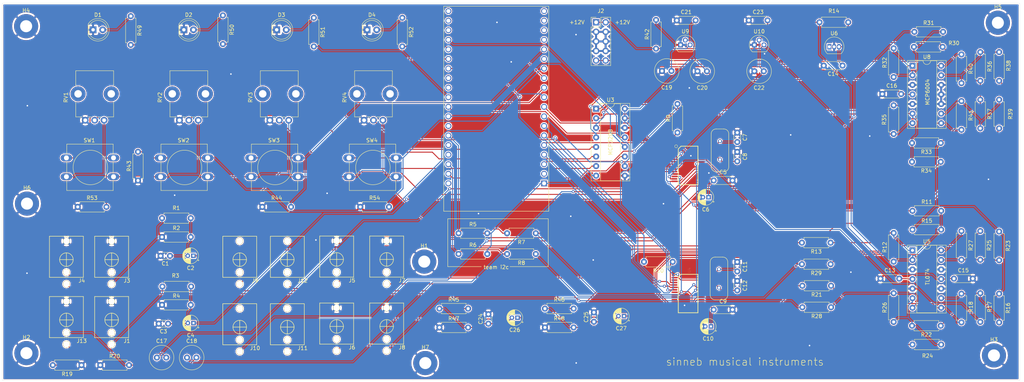
<source format=kicad_pcb>
(kicad_pcb (version 20171130) (host pcbnew "(5.1.5)-3")
  (layers (0 F.Cu signal) (31 B.Cu signal) (34 B.Paste user) (35 F.Paste user) (36 B.SilkS user) (37 F.SilkS user hide) (38 B.Mask user) (39 F.Mask user) (44 Edge.Cuts user))
  (net 0 "")
  (net 1 GND)
  (net 2 "Net-(C1-Pad1)")
  (net 3 /audio_in1)
  (net 4 "Net-(C3-Pad1)")
  (net 5 /audio_in2)
  (net 6 "Net-(C5-Pad1)")
  (net 7 "Net-(C7-Pad2)")
  (net 8 "Net-(C8-Pad2)")
  (net 9 "Net-(C10-Pad1)")
  (net 10 "Net-(C11-Pad2)")
  (net 11 "Net-(C12-Pad2)")
  (net 12 +12V)
  (net 13 /aref_-10v)
  (net 14 -12V)
  (net 15 +3V3)
  (net 16 "Net-(C17-Pad2)")
  (net 17 /c1_lhpout)
  (net 18 "Net-(C18-Pad2)")
  (net 19 /c1_rhpout)
  (net 20 "Net-(C19-Pad1)")
  (net 21 +3.3VA)
  (net 22 "Net-(C24-Pad1)")
  (net 23 "Net-(C25-Pad1)")
  (net 24 /audio_in3)
  (net 25 /audio_in4)
  (net 26 "Net-(D1-Pad2)")
  (net 27 "Net-(D2-Pad2)")
  (net 28 "Net-(D3-Pad2)")
  (net 29 "Net-(D4-Pad2)")
  (net 30 "Net-(J1-Pad1)")
  (net 31 "Net-(J1-Pad2)")
  (net 32 "Net-(J3-Pad1)")
  (net 33 "Net-(J3-Pad2)")
  (net 34 "Net-(J4-Pad1)")
  (net 35 "Net-(J4-Pad2)")
  (net 36 "Net-(J5-Pad1)")
  (net 37 "Net-(J5-Pad2)")
  (net 38 "Net-(J6-Pad1)")
  (net 39 "Net-(J6-Pad2)")
  (net 40 "Net-(J7-Pad1)")
  (net 41 "Net-(J7-Pad2)")
  (net 42 "Net-(J8-Pad1)")
  (net 43 "Net-(J8-Pad2)")
  (net 44 "Net-(J9-Pad3)")
  (net 45 "Net-(J9-Pad1)")
  (net 46 "Net-(J9-Pad2)")
  (net 47 "Net-(J10-Pad3)")
  (net 48 "Net-(J10-Pad1)")
  (net 49 "Net-(J10-Pad2)")
  (net 50 "Net-(J11-Pad3)")
  (net 51 "Net-(J11-Pad1)")
  (net 52 "Net-(J11-Pad2)")
  (net 53 "Net-(J12-Pad3)")
  (net 54 "Net-(J12-Pad1)")
  (net 55 "Net-(J12-Pad2)")
  (net 56 "Net-(R5-Pad1)")
  (net 57 "Net-(R6-Pad1)")
  (net 58 /i2c_clk)
  (net 59 /i2c_data)
  (net 60 /c1_bck)
  (net 61 "Net-(R9-Pad1)")
  (net 62 /c2_bck)
  (net 63 "Net-(R10-Pad1)")
  (net 64 "Net-(R11-Pad2)")
  (net 65 /c1_lout)
  (net 66 "Net-(R12-Pad2)")
  (net 67 "Net-(R16-Pad2)")
  (net 68 /c1_rout)
  (net 69 "Net-(R18-Pad2)")
  (net 70 "Net-(R22-Pad2)")
  (net 71 "Net-(R23-Pad2)")
  (net 72 /c2_lout)
  (net 73 /c2_rout)
  (net 74 "Net-(R26-Pad2)")
  (net 75 "Net-(R27-Pad2)")
  (net 76 "Net-(R30-Pad2)")
  (net 77 /adc_ch0)
  (net 78 "Net-(R33-Pad2)")
  (net 79 /adc_ch1)
  (net 80 "Net-(R36-Pad2)")
  (net 81 "Net-(R37-Pad2)")
  (net 82 /adc_ch3)
  (net 83 /adc_ch2)
  (net 84 /button1)
  (net 85 /button2)
  (net 86 /led1)
  (net 87 /led2)
  (net 88 /led3)
  (net 89 /led4)
  (net 90 /button3)
  (net 91 /button4)
  (net 92 /adc_ch4)
  (net 93 /adc_ch5)
  (net 94 /adc_ch6)
  (net 95 /adc_ch7)
  (net 96 "Net-(U1-Pad38)")
  (net 97 "Net-(U1-Pad37)")
  (net 98 "Net-(U1-Pad36)")
  (net 99 /adc_cs)
  (net 100 /c2_dac)
  (net 101 "Net-(U1-Pad31)")
  (net 102 "Net-(U1-Pad30)")
  (net 103 /adc_clk)
  (net 104 /adc_miso)
  (net 105 "Net-(U1-Pad26)")
  (net 106 "Net-(U1-Pad24)")
  (net 107 "Net-(U1-Pad23)")
  (net 108 /adc_mosi)
  (net 109 "Net-(U1-Pad20)")
  (net 110 "Net-(U1-Pad18)")
  (net 111 "Net-(U1-Pad17)")
  (net 112 "Net-(U1-Pad16)")
  (net 113 "Net-(U1-Pad14)")
  (net 114 /c1_dac)
  (net 115 /c1_adc)
  (net 116 /c2_adc)
  (net 117 /c1_lrclk)
  (net 118 /c2_lrclk)
  (net 119 "Net-(U1-Pad19)")
  (net 120 "Net-(U1-Pad2)")
  (net 121 "Net-(U2-Pad18)")
  (net 122 "Net-(U2-Pad17)")
  (net 123 "Net-(U2-Pad2)")
  (net 124 "Net-(U4-Pad18)")
  (net 125 "Net-(U4-Pad17)")
  (net 126 "Net-(U4-Pad10)")
  (net 127 "Net-(U4-Pad9)")
  (net 128 "Net-(U4-Pad2)")
  (module MountingHole:MountingHole_3.2mm_M3_Pad (layer F.Cu) (at 103.251 95.4532)
    (fp_text reference H7 (at 0 -4.2) (layer F.SilkS))
    (fp_text value MountingHole_Pad)
    (pad 1 thru_hole circle (at 0 0) (size 6.4 6.4) (drill 3.2) (layers *.Cu *.Mask) (net 1 GND))
  )
  (module MountingHole:MountingHole_3.2mm_M3_Pad (layer F.Cu) (at -2.4638 53.1368)
    (fp_text reference H6 (at 0 -4.2) (layer F.SilkS))
    (fp_text value MountingHole_Pad)
    (pad 1 thru_hole circle (at 0 0) (size 6.4 6.4) (drill 3.2) (layers *.Cu *.Mask) (net 1 GND))
  )
  (module MountingHole:MountingHole_3.2mm_M3_Pad (layer F.Cu) (at 255.2192 5.1308)
    (fp_text reference H5 (at 0 -4.2) (layer F.SilkS))
    (fp_text value MountingHole_Pad)
    (pad 1 thru_hole circle (at 0 0) (size 6.4 6.4) (drill 3.2) (layers *.Cu *.Mask) (net 1 GND))
  )
  (module MountingHole:MountingHole_3.2mm_M3_Pad (layer F.Cu) (at -2.6924 6.0452)
    (fp_text reference H4 (at 0 -4.2) (layer F.SilkS))
    (fp_text value MountingHole_Pad)
    (pad 1 thru_hole circle (at 0 0) (size 6.4 6.4) (drill 3.2) (layers *.Cu *.Mask) (net 1 GND))
  )
  (module MountingHole:MountingHole_3.2mm_M3_Pad (layer F.Cu) (at 254.1778 93.4212)
    (fp_text reference H3 (at 0 -4.2) (layer F.SilkS))
    (fp_text value MountingHole_Pad)
    (pad 1 thru_hole circle (at 0 0) (size 6.4 6.4) (drill 3.2) (layers *.Cu *.Mask) (net 1 GND))
  )
  (module MountingHole:MountingHole_3.2mm_M3_Pad (layer F.Cu) (at -2.6162 92.8116)
    (fp_text reference H2 (at 0 -4.2) (layer F.SilkS))
    (fp_text value MountingHole_Pad)
    (pad 1 thru_hole circle (at 0 0) (size 6.4 6.4) (drill 3.2) (layers *.Cu *.Mask) (net 1 GND))
  )
  (module MountingHole:MountingHole_3.2mm_M3_Pad (layer F.Cu) (at 102.9716 68.5292)
    (fp_text reference H1 (at 0 -4.2) (layer F.SilkS))
    (fp_text value MountingHole_Pad)
    (pad 1 thru_hole circle (at 0 0) (size 6.4 6.4) (drill 3.2) (layers *.Cu *.Mask) (net 1 GND))
  )
  (module Resistor_THT:R_Axial_DIN0207_L6.3mm_D2.5mm_P7.62mm_Horizontal (layer F.Cu) (at 250.555 25.54 270)
    (fp_text reference R37 (at 3.81 -2.5 90) (layer F.SilkS))
    (fp_text value 200k)
    (pad 2 thru_hole oval (at 7.62 0 270) (size 1.6 1.6) (drill 0.8) (layers *.Cu *.Mask) (net 81 "Net-(R37-Pad2)"))
    (pad 1 thru_hole circle (at 0 0 270) (size 1.6 1.6) (drill 0.8) (layers *.Cu *.Mask) (net 13 /aref_-10v))
  )
  (module Resistor_THT:R_Axial_DIN0207_L6.3mm_D2.5mm_P7.62mm_Horizontal (layer F.Cu) (at 250.555 20.54 90)
    (fp_text reference R36 (at 3.81 2.5 90) (layer F.SilkS))
    (fp_text value 200k)
    (pad 2 thru_hole oval (at 7.62 0 90) (size 1.6 1.6) (drill 0.8) (layers *.Cu *.Mask) (net 80 "Net-(R36-Pad2)"))
    (pad 1 thru_hole circle (at 0 0 90) (size 1.6 1.6) (drill 0.8) (layers *.Cu *.Mask) (net 13 /aref_-10v))
  )
  (module Package_DIP:DIP-14_W7.62mm_Socket (layer F.Cu) (at 232.555 16.54)
    (fp_text reference U8 (at 3.81 -2.33) (layer F.SilkS))
    (fp_text value MCP6004)
    (pad 14 thru_hole oval (at 7.62 0) (size 1.6 1.6) (drill 0.8) (layers *.Cu *.Mask) (net 82 /adc_ch3))
    (pad 7 thru_hole oval (at 0 15.24) (size 1.6 1.6) (drill 0.8) (layers *.Cu *.Mask) (net 79 /adc_ch1))
    (pad 13 thru_hole oval (at 7.62 2.54) (size 1.6 1.6) (drill 0.8) (layers *.Cu *.Mask) (net 80 "Net-(R36-Pad2)"))
    (pad 6 thru_hole oval (at 0 12.7) (size 1.6 1.6) (drill 0.8) (layers *.Cu *.Mask) (net 78 "Net-(R33-Pad2)"))
    (pad 12 thru_hole oval (at 7.62 5.08) (size 1.6 1.6) (drill 0.8) (layers *.Cu *.Mask) (net 1 GND))
    (pad 5 thru_hole oval (at 0 10.16) (size 1.6 1.6) (drill 0.8) (layers *.Cu *.Mask) (net 1 GND))
    (pad 11 thru_hole oval (at 7.62 7.62) (size 1.6 1.6) (drill 0.8) (layers *.Cu *.Mask) (net 1 GND))
    (pad 4 thru_hole oval (at 0 7.62) (size 1.6 1.6) (drill 0.8) (layers *.Cu *.Mask) (net 15 +3V3))
    (pad 10 thru_hole oval (at 7.62 10.16) (size 1.6 1.6) (drill 0.8) (layers *.Cu *.Mask) (net 1 GND))
    (pad 3 thru_hole oval (at 0 5.08) (size 1.6 1.6) (drill 0.8) (layers *.Cu *.Mask) (net 1 GND))
    (pad 9 thru_hole oval (at 7.62 12.7) (size 1.6 1.6) (drill 0.8) (layers *.Cu *.Mask) (net 81 "Net-(R37-Pad2)"))
    (pad 2 thru_hole oval (at 0 2.54) (size 1.6 1.6) (drill 0.8) (layers *.Cu *.Mask) (net 76 "Net-(R30-Pad2)"))
    (pad 8 thru_hole oval (at 7.62 15.24) (size 1.6 1.6) (drill 0.8) (layers *.Cu *.Mask) (net 83 /adc_ch2))
    (pad 1 thru_hole rect (at 0 0) (size 1.6 1.6) (drill 0.8) (layers *.Cu *.Mask) (net 77 /adc_ch0))
  )
  (module Package_DIP:DIP-14_W7.62mm_Socket (layer F.Cu) (at 232.555 65.54)
    (fp_text reference U5 (at 3.81 -2.33) (layer F.SilkS))
    (fp_text value TL074)
    (pad 14 thru_hole oval (at 7.62 0) (size 1.6 1.6) (drill 0.8) (layers *.Cu *.Mask) (net 75 "Net-(R27-Pad2)"))
    (pad 7 thru_hole oval (at 0 15.24) (size 1.6 1.6) (drill 0.8) (layers *.Cu *.Mask) (net 74 "Net-(R26-Pad2)"))
    (pad 13 thru_hole oval (at 7.62 2.54) (size 1.6 1.6) (drill 0.8) (layers *.Cu *.Mask) (net 71 "Net-(R23-Pad2)"))
    (pad 6 thru_hole oval (at 0 12.7) (size 1.6 1.6) (drill 0.8) (layers *.Cu *.Mask) (net 70 "Net-(R22-Pad2)"))
    (pad 12 thru_hole oval (at 7.62 5.08) (size 1.6 1.6) (drill 0.8) (layers *.Cu *.Mask) (net 1 GND))
    (pad 5 thru_hole oval (at 0 10.16) (size 1.6 1.6) (drill 0.8) (layers *.Cu *.Mask) (net 1 GND))
    (pad 11 thru_hole oval (at 7.62 7.62) (size 1.6 1.6) (drill 0.8) (layers *.Cu *.Mask) (net 14 -12V))
    (pad 4 thru_hole oval (at 0 7.62) (size 1.6 1.6) (drill 0.8) (layers *.Cu *.Mask) (net 12 +12V))
    (pad 10 thru_hole oval (at 7.62 10.16) (size 1.6 1.6) (drill 0.8) (layers *.Cu *.Mask) (net 1 GND))
    (pad 3 thru_hole oval (at 0 5.08) (size 1.6 1.6) (drill 0.8) (layers *.Cu *.Mask) (net 1 GND))
    (pad 9 thru_hole oval (at 7.62 12.7) (size 1.6 1.6) (drill 0.8) (layers *.Cu *.Mask) (net 67 "Net-(R16-Pad2)"))
    (pad 2 thru_hole oval (at 0 2.54) (size 1.6 1.6) (drill 0.8) (layers *.Cu *.Mask) (net 64 "Net-(R11-Pad2)"))
    (pad 8 thru_hole oval (at 7.62 15.24) (size 1.6 1.6) (drill 0.8) (layers *.Cu *.Mask) (net 69 "Net-(R18-Pad2)"))
    (pad 1 thru_hole rect (at 0 0) (size 1.6 1.6) (drill 0.8) (layers *.Cu *.Mask) (net 66 "Net-(R12-Pad2)"))
  )
  (module Package_DIP:DIP-16_W7.62mm_Socket (layer F.Cu) (at 148.59 27.94)
    (fp_text reference U3 (at 3.81 -2.33) (layer F.SilkS))
    (fp_text value MCP3208)
    (pad 16 thru_hole oval (at 7.62 0) (size 1.6 1.6) (drill 0.8) (layers *.Cu *.Mask) (net 15 +3V3))
    (pad 8 thru_hole oval (at 0 17.78) (size 1.6 1.6) (drill 0.8) (layers *.Cu *.Mask) (net 95 /adc_ch7))
    (pad 15 thru_hole oval (at 7.62 2.54) (size 1.6 1.6) (drill 0.8) (layers *.Cu *.Mask) (net 15 +3V3))
    (pad 7 thru_hole oval (at 0 15.24) (size 1.6 1.6) (drill 0.8) (layers *.Cu *.Mask) (net 94 /adc_ch6))
    (pad 14 thru_hole oval (at 7.62 5.08) (size 1.6 1.6) (drill 0.8) (layers *.Cu *.Mask) (net 1 GND))
    (pad 6 thru_hole oval (at 0 12.7) (size 1.6 1.6) (drill 0.8) (layers *.Cu *.Mask) (net 93 /adc_ch5))
    (pad 13 thru_hole oval (at 7.62 7.62) (size 1.6 1.6) (drill 0.8) (layers *.Cu *.Mask) (net 103 /adc_clk))
    (pad 5 thru_hole oval (at 0 10.16) (size 1.6 1.6) (drill 0.8) (layers *.Cu *.Mask) (net 92 /adc_ch4))
    (pad 12 thru_hole oval (at 7.62 10.16) (size 1.6 1.6) (drill 0.8) (layers *.Cu *.Mask) (net 104 /adc_miso))
    (pad 4 thru_hole oval (at 0 7.62) (size 1.6 1.6) (drill 0.8) (layers *.Cu *.Mask) (net 82 /adc_ch3))
    (pad 11 thru_hole oval (at 7.62 12.7) (size 1.6 1.6) (drill 0.8) (layers *.Cu *.Mask) (net 108 /adc_mosi))
    (pad 3 thru_hole oval (at 0 5.08) (size 1.6 1.6) (drill 0.8) (layers *.Cu *.Mask) (net 83 /adc_ch2))
    (pad 10 thru_hole oval (at 7.62 15.24) (size 1.6 1.6) (drill 0.8) (layers *.Cu *.Mask) (net 99 /adc_cs))
    (pad 2 thru_hole oval (at 0 2.54) (size 1.6 1.6) (drill 0.8) (layers *.Cu *.Mask) (net 79 /adc_ch1))
    (pad 9 thru_hole oval (at 7.62 17.78) (size 1.6 1.6) (drill 0.8) (layers *.Cu *.Mask) (net 1 GND))
    (pad 1 thru_hole rect (at 0 0) (size 1.6 1.6) (drill 0.8) (layers *.Cu *.Mask) (net 77 /adc_ch0))
  )
  (module Resistor_THT:R_Axial_DIN0207_L6.3mm_D2.5mm_P7.62mm_Horizontal (layer F.Cu) (at 232.555 60.04)
    (fp_text reference R15 (at 3.81 -2.37) (layer F.SilkS))
    (fp_text value 29k5)
    (pad 2 thru_hole oval (at 7.62 0) (size 1.6 1.6) (drill 0.8) (layers *.Cu *.Mask) (net 64 "Net-(R11-Pad2)"))
    (pad 1 thru_hole circle (at 0 0) (size 1.6 1.6) (drill 0.8) (layers *.Cu *.Mask) (net 13 /aref_-10v))
  )
  (module Resistor_THT:R_Axial_DIN0207_L6.3mm_D2.5mm_P7.62mm_Horizontal (layer F.Cu) (at 227.555 68.54 90)
    (fp_text reference R12 (at 3.81 -2.37 90) (layer F.SilkS))
    (fp_text value 26k9)
    (pad 2 thru_hole oval (at 7.62 0 90) (size 1.6 1.6) (drill 0.8) (layers *.Cu *.Mask) (net 66 "Net-(R12-Pad2)"))
    (pad 1 thru_hole circle (at 0 0 90) (size 1.6 1.6) (drill 0.8) (layers *.Cu *.Mask) (net 64 "Net-(R11-Pad2)"))
  )
  (module Resistor_THT:R_Axial_DIN0207_L6.3mm_D2.5mm_P7.62mm_Horizontal (layer F.Cu) (at 232.555 55.04)
    (fp_text reference R11 (at 3.81 -2.37) (layer F.SilkS))
    (fp_text value 4k7)
    (pad 2 thru_hole oval (at 7.62 0) (size 1.6 1.6) (drill 0.8) (layers *.Cu *.Mask) (net 64 "Net-(R11-Pad2)"))
    (pad 1 thru_hole circle (at 0 0) (size 1.6 1.6) (drill 0.8) (layers *.Cu *.Mask) (net 65 /c1_lout))
  )
  (module Resistor_THT:R_Axial_DIN0207_L6.3mm_D2.5mm_P7.62mm_Horizontal (layer F.Cu) (at 227.555 27.04 270)
    (fp_text reference R35 (at 3.81 2.5 90) (layer F.SilkS))
    (fp_text value 33k)
    (pad 2 thru_hole oval (at 7.62 0 270) (size 1.6 1.6) (drill 0.8) (layers *.Cu *.Mask) (net 79 /adc_ch1))
    (pad 1 thru_hole circle (at 0 0 270) (size 1.6 1.6) (drill 0.8) (layers *.Cu *.Mask) (net 78 "Net-(R33-Pad2)"))
  )
  (module Resistor_THT:R_Axial_DIN0207_L6.3mm_D2.5mm_P7.62mm_Horizontal (layer F.Cu) (at 240.055 42.04 180)
    (fp_text reference R34 (at 3.81 -2.37) (layer F.SilkS))
    (fp_text value 100k)
    (pad 2 thru_hole oval (at 7.62 0 180) (size 1.6 1.6) (drill 0.8) (layers *.Cu *.Mask) (net 78 "Net-(R33-Pad2)"))
    (pad 1 thru_hole circle (at 0 0 180) (size 1.6 1.6) (drill 0.8) (layers *.Cu *.Mask) (net 48 "Net-(J10-Pad1)"))
  )
  (module Resistor_THT:R_Axial_DIN0207_L6.3mm_D2.5mm_P7.62mm_Horizontal (layer F.Cu) (at 240.055 37.04 180)
    (fp_text reference R33 (at 3.81 -2.37) (layer F.SilkS))
    (fp_text value 200k)
    (pad 2 thru_hole oval (at 7.62 0 180) (size 1.6 1.6) (drill 0.8) (layers *.Cu *.Mask) (net 78 "Net-(R33-Pad2)"))
    (pad 1 thru_hole circle (at 0 0 180) (size 1.6 1.6) (drill 0.8) (layers *.Cu *.Mask) (net 13 /aref_-10v))
  )
  (module Resistor_THT:R_Axial_DIN0207_L6.3mm_D2.5mm_P7.62mm_Horizontal (layer F.Cu) (at 227.555 19.54 90)
    (fp_text reference R32 (at 3.81 -2.37 90) (layer F.SilkS))
    (fp_text value 33k)
    (pad 2 thru_hole oval (at 7.62 0 90) (size 1.6 1.6) (drill 0.8) (layers *.Cu *.Mask) (net 77 /adc_ch0))
    (pad 1 thru_hole circle (at 0 0 90) (size 1.6 1.6) (drill 0.8) (layers *.Cu *.Mask) (net 76 "Net-(R30-Pad2)"))
  )
  (module Resistor_THT:R_Axial_DIN0207_L6.3mm_D2.5mm_P7.62mm_Horizontal (layer F.Cu) (at 233.055 7.54)
    (fp_text reference R31 (at 3.81 -2.37) (layer F.SilkS))
    (fp_text value 100k)
    (pad 2 thru_hole oval (at 7.62 0) (size 1.6 1.6) (drill 0.8) (layers *.Cu *.Mask) (net 76 "Net-(R30-Pad2)"))
    (pad 1 thru_hole circle (at 0 0) (size 1.6 1.6) (drill 0.8) (layers *.Cu *.Mask) (net 45 "Net-(J9-Pad1)"))
  )
  (module Resistor_THT:R_Axial_DIN0207_L6.3mm_D2.5mm_P7.62mm_Horizontal (layer F.Cu) (at 240.555 11.54 180)
    (fp_text reference R30 (at -3 1) (layer F.SilkS))
    (fp_text value 200k)
    (pad 2 thru_hole oval (at 7.62 0 180) (size 1.6 1.6) (drill 0.8) (layers *.Cu *.Mask) (net 76 "Net-(R30-Pad2)"))
    (pad 1 thru_hole circle (at 0 0 180) (size 1.6 1.6) (drill 0.8) (layers *.Cu *.Mask) (net 13 /aref_-10v))
  )
  (module Resistor_THT:R_Axial_DIN0207_L6.3mm_D2.5mm_P7.62mm_Horizontal (layer F.Cu) (at 245.555 25.92 270)
    (fp_text reference R41 (at 3.81 -2.5 90) (layer F.SilkS))
    (fp_text value 33k)
    (pad 2 thru_hole oval (at 7.62 0 270) (size 1.6 1.6) (drill 0.8) (layers *.Cu *.Mask) (net 83 /adc_ch2))
    (pad 1 thru_hole circle (at 0 0 270) (size 1.6 1.6) (drill 0.8) (layers *.Cu *.Mask) (net 81 "Net-(R37-Pad2)"))
  )
  (module Resistor_THT:R_Axial_DIN0207_L6.3mm_D2.5mm_P7.62mm_Horizontal (layer F.Cu) (at 255.555 33.16 90)
    (fp_text reference R39 (at 3.81 3 90) (layer F.SilkS))
    (fp_text value 100k)
    (pad 2 thru_hole oval (at 7.62 0 90) (size 1.6 1.6) (drill 0.8) (layers *.Cu *.Mask) (net 81 "Net-(R37-Pad2)"))
    (pad 1 thru_hole circle (at 0 0 90) (size 1.6 1.6) (drill 0.8) (layers *.Cu *.Mask) (net 54 "Net-(J12-Pad1)"))
  )
  (module Resistor_THT:R_Axial_DIN0207_L6.3mm_D2.5mm_P7.62mm_Horizontal (layer F.Cu) (at 245.555 21.16 90)
    (fp_text reference R40 (at 3.81 2.5 90) (layer F.SilkS))
    (fp_text value 33k)
    (pad 2 thru_hole oval (at 7.62 0 90) (size 1.6 1.6) (drill 0.8) (layers *.Cu *.Mask) (net 82 /adc_ch3))
    (pad 1 thru_hole circle (at 0 0 90) (size 1.6 1.6) (drill 0.8) (layers *.Cu *.Mask) (net 80 "Net-(R36-Pad2)"))
  )
  (module Resistor_THT:R_Axial_DIN0207_L6.3mm_D2.5mm_P7.62mm_Horizontal (layer F.Cu) (at 255.555 20.54 90)
    (fp_text reference R38 (at 4 2.5 90) (layer F.SilkS))
    (fp_text value 100k)
    (pad 2 thru_hole oval (at 7.62 0 90) (size 1.6 1.6) (drill 0.8) (layers *.Cu *.Mask) (net 80 "Net-(R36-Pad2)"))
    (pad 1 thru_hole circle (at 0 0 90) (size 1.6 1.6) (drill 0.8) (layers *.Cu *.Mask) (net 51 "Net-(J11-Pad1)"))
  )
  (module ECS-17:XTAL_ECS-160-20-4X (layer F.Cu) (at 181.19 73 270)
    (fp_text reference Y2 (at -2.597085 -3.637935 90) (layer F.SilkS) (effects (font (size 1.000811 1.000811) (thickness 0.015))))
    (fp_text value 12.288Mhz)
    (pad 2 thru_hole circle (at 2.44 0 270) (size 1.03 1.03) (drill 0.63) (layers *.Cu *.Mask) (net 11 "Net-(C12-Pad2)"))
    (pad 1 thru_hole circle (at -2.44 0 270) (size 1.03 1.03) (drill 0.63) (layers *.Cu *.Mask) (net 10 "Net-(C11-Pad2)"))
  )
  (module ECS-17:XTAL_ECS-160-20-4X (layer F.Cu) (at 181.46 39 270)
    (fp_text reference Y1 (at -2.597085 -3.637935 90) (layer F.SilkS) (effects (font (size 1.000811 1.000811) (thickness 0.015))))
    (fp_text value 12.288Mhz)
    (pad 2 thru_hole circle (at 2.44 0 270) (size 1.03 1.03) (drill 0.63) (layers *.Cu *.Mask) (net 8 "Net-(C8-Pad2)"))
    (pad 1 thru_hole circle (at -2.44 0 270) (size 1.03 1.03) (drill 0.63) (layers *.Cu *.Mask) (net 7 "Net-(C7-Pad2)"))
  )
  (module Package_TO_SOT_THT:TO-92 (layer F.Cu) (at 190.595 11)
    (fp_text reference U10 (at 1.27 -3.56) (layer F.SilkS))
    (fp_text value LM1117-3.3)
    (pad 1 thru_hole rect (at 0 0 90) (size 1.3 1.3) (drill 0.75) (layers *.Cu *.Mask) (net 1 GND))
    (pad 3 thru_hole circle (at 2.54 0 90) (size 1.3 1.3) (drill 0.75) (layers *.Cu *.Mask) (net 12 +12V))
    (pad 2 thru_hole circle (at 1.27 -1.27 90) (size 1.3 1.3) (drill 0.75) (layers *.Cu *.Mask) (net 21 +3.3VA))
  )
  (module Package_TO_SOT_THT:TO-92 (layer F.Cu) (at 171 11)
    (fp_text reference U9 (at 1.27 -3.56) (layer F.SilkS))
    (fp_text value LM1117-3.3)
    (pad 1 thru_hole rect (at 0 0 90) (size 1.3 1.3) (drill 0.75) (layers *.Cu *.Mask) (net 1 GND))
    (pad 3 thru_hole circle (at 2.54 0 90) (size 1.3 1.3) (drill 0.75) (layers *.Cu *.Mask) (net 20 "Net-(C19-Pad1)"))
    (pad 2 thru_hole circle (at 1.27 -1.27 90) (size 1.3 1.3) (drill 0.75) (layers *.Cu *.Mask) (net 15 +3V3))
  )
  (module Package_TO_SOT_THT:TO-92_Inline (layer F.Cu) (at 210.5 11.5)
    (fp_text reference U6 (at 1.27 -3.56) (layer F.SilkS))
    (fp_text value LM4040LP-10)
    (pad 2 thru_hole oval (at 1.27 0) (size 1.05 1.5) (drill 0.75) (layers *.Cu *.Mask) (net 1 GND))
    (pad 3 thru_hole oval (at 2.54 0) (size 1.05 1.5) (drill 0.75) (layers *.Cu *.Mask) (net 13 /aref_-10v))
    (pad 1 thru_hole rect (at 0 0) (size 1.05 1.5) (drill 0.75) (layers *.Cu *.Mask))
  )
  (module CODECODER-WM8731SEDS_V_SSOP28_:SSOP28-0.65-10.2X5.2MM (layer F.Cu) (at 173 77 270)
    (fp_text reference U4 (at -6.169588 -0.31802 270) (layer F.SilkS) (effects (font (size 0.701146 0.701146) (thickness 0.015))))
    (fp_text value WM8731-2)
    (pad 28 smd rect (at -4.225 -3.625 270) (size 0.4 1.5) (layers F.Cu F.Paste F.Mask) (net 1 GND))
    (pad 27 smd rect (at -3.575 -3.625 270) (size 0.4 1.5) (layers F.Cu F.Paste F.Mask) (net 15 +3V3))
    (pad 26 smd rect (at -2.925 -3.625 270) (size 0.4 1.5) (layers F.Cu F.Paste F.Mask) (net 10 "Net-(C11-Pad2)"))
    (pad 25 smd rect (at -2.275 -3.625 270) (size 0.4 1.5) (layers F.Cu F.Paste F.Mask) (net 11 "Net-(C12-Pad2)"))
    (pad 24 smd rect (at -1.625 -3.625 270) (size 0.4 1.5) (layers F.Cu F.Paste F.Mask) (net 58 /i2c_clk))
    (pad 23 smd rect (at -0.975 -3.625 270) (size 0.4 1.5) (layers F.Cu F.Paste F.Mask) (net 59 /i2c_data))
    (pad 22 smd rect (at -0.325 -3.625 270) (size 0.4 1.5) (layers F.Cu F.Paste F.Mask) (net 1 GND))
    (pad 21 smd rect (at 0.325 -3.625 270) (size 0.4 1.5) (layers F.Cu F.Paste F.Mask) (net 1 GND))
    (pad 20 smd rect (at 0.975 -3.625 270) (size 0.4 1.5) (layers F.Cu F.Paste F.Mask) (net 24 /audio_in3))
    (pad 19 smd rect (at 1.625 -3.625 270) (size 0.4 1.5) (layers F.Cu F.Paste F.Mask) (net 25 /audio_in4))
    (pad 18 smd rect (at 2.275 -3.625 270) (size 0.4 1.5) (layers F.Cu F.Paste F.Mask) (net 124 "Net-(U4-Pad18)"))
    (pad 17 smd rect (at 2.925 -3.625 270) (size 0.4 1.5) (layers F.Cu F.Paste F.Mask) (net 125 "Net-(U4-Pad17)"))
    (pad 16 smd rect (at 3.575 -3.625 270) (size 0.4 1.5) (layers F.Cu F.Paste F.Mask) (net 9 "Net-(C10-Pad1)"))
    (pad 15 smd rect (at 4.225 -3.625 270) (size 0.4 1.5) (layers F.Cu F.Paste F.Mask) (net 1 GND))
    (pad 14 smd rect (at 4.225 3.625 270) (size 0.4 1.5) (layers F.Cu F.Paste F.Mask) (net 21 +3.3VA))
    (pad 13 smd rect (at 3.575 3.625 270) (size 0.4 1.5) (layers F.Cu F.Paste F.Mask) (net 73 /c2_rout))
    (pad 12 smd rect (at 2.925 3.625 270) (size 0.4 1.5) (layers F.Cu F.Paste F.Mask) (net 72 /c2_lout))
    (pad 11 smd rect (at 2.275 3.625 270) (size 0.4 1.5) (layers F.Cu F.Paste F.Mask) (net 1 GND))
    (pad 10 smd rect (at 1.625 3.625 270) (size 0.4 1.5) (layers F.Cu F.Paste F.Mask) (net 126 "Net-(U4-Pad10)"))
    (pad 9 smd rect (at 0.975 3.625 270) (size 0.4 1.5) (layers F.Cu F.Paste F.Mask) (net 127 "Net-(U4-Pad9)"))
    (pad 8 smd rect (at 0.325 3.625 270) (size 0.4 1.5) (layers F.Cu F.Paste F.Mask) (net 21 +3.3VA))
    (pad 7 smd rect (at -0.325 3.625 270) (size 0.4 1.5) (layers F.Cu F.Paste F.Mask) (net 118 /c2_lrclk))
    (pad 6 smd rect (at -0.975 3.625 270) (size 0.4 1.5) (layers F.Cu F.Paste F.Mask) (net 116 /c2_adc))
    (pad 5 smd rect (at -1.625 3.625 270) (size 0.4 1.5) (layers F.Cu F.Paste F.Mask) (net 118 /c2_lrclk))
    (pad 4 smd rect (at -2.275 3.625 270) (size 0.4 1.5) (layers F.Cu F.Paste F.Mask) (net 100 /c2_dac))
    (pad 3 smd rect (at -2.925 3.625 270) (size 0.4 1.5) (layers F.Cu F.Paste F.Mask) (net 63 "Net-(R10-Pad1)"))
    (pad 2 smd rect (at -3.575 3.625 270) (size 0.4 1.5) (layers F.Cu F.Paste F.Mask) (net 128 "Net-(U4-Pad2)"))
    (pad 1 smd rect (at -4.225 3.625 270) (size 0.4 1.5) (layers F.Cu F.Paste F.Mask) (net 15 +3V3))
  )
  (module CODECODER-WM8731SEDS_V_SSOP28_:SSOP28-0.65-10.2X5.2MM (layer F.Cu) (at 173 43 270)
    (fp_text reference U2 (at -6.169588 -0.31802 270) (layer F.SilkS) (effects (font (size 0.701146 0.701146) (thickness 0.015))))
    (fp_text value WM8731-1)
    (pad 28 smd rect (at -4.225 -3.625 270) (size 0.4 1.5) (layers F.Cu F.Paste F.Mask) (net 1 GND))
    (pad 27 smd rect (at -3.575 -3.625 270) (size 0.4 1.5) (layers F.Cu F.Paste F.Mask) (net 15 +3V3))
    (pad 26 smd rect (at -2.925 -3.625 270) (size 0.4 1.5) (layers F.Cu F.Paste F.Mask) (net 7 "Net-(C7-Pad2)"))
    (pad 25 smd rect (at -2.275 -3.625 270) (size 0.4 1.5) (layers F.Cu F.Paste F.Mask) (net 8 "Net-(C8-Pad2)"))
    (pad 24 smd rect (at -1.625 -3.625 270) (size 0.4 1.5) (layers F.Cu F.Paste F.Mask) (net 58 /i2c_clk))
    (pad 23 smd rect (at -0.975 -3.625 270) (size 0.4 1.5) (layers F.Cu F.Paste F.Mask) (net 59 /i2c_data))
    (pad 22 smd rect (at -0.325 -3.625 270) (size 0.4 1.5) (layers F.Cu F.Paste F.Mask) (net 1 GND))
    (pad 21 smd rect (at 0.325 -3.625 270) (size 0.4 1.5) (layers F.Cu F.Paste F.Mask) (net 1 GND))
    (pad 20 smd rect (at 0.975 -3.625 270) (size 0.4 1.5) (layers F.Cu F.Paste F.Mask) (net 3 /audio_in1))
    (pad 19 smd rect (at 1.625 -3.625 270) (size 0.4 1.5) (layers F.Cu F.Paste F.Mask) (net 5 /audio_in2))
    (pad 18 smd rect (at 2.275 -3.625 270) (size 0.4 1.5) (layers F.Cu F.Paste F.Mask) (net 121 "Net-(U2-Pad18)"))
    (pad 17 smd rect (at 2.925 -3.625 270) (size 0.4 1.5) (layers F.Cu F.Paste F.Mask) (net 122 "Net-(U2-Pad17)"))
    (pad 16 smd rect (at 3.575 -3.625 270) (size 0.4 1.5) (layers F.Cu F.Paste F.Mask) (net 6 "Net-(C5-Pad1)"))
    (pad 15 smd rect (at 4.225 -3.625 270) (size 0.4 1.5) (layers F.Cu F.Paste F.Mask) (net 1 GND))
    (pad 14 smd rect (at 4.225 3.625 270) (size 0.4 1.5) (layers F.Cu F.Paste F.Mask) (net 21 +3.3VA))
    (pad 13 smd rect (at 3.575 3.625 270) (size 0.4 1.5) (layers F.Cu F.Paste F.Mask) (net 68 /c1_rout))
    (pad 12 smd rect (at 2.925 3.625 270) (size 0.4 1.5) (layers F.Cu F.Paste F.Mask) (net 65 /c1_lout))
    (pad 11 smd rect (at 2.275 3.625 270) (size 0.4 1.5) (layers F.Cu F.Paste F.Mask) (net 1 GND))
    (pad 10 smd rect (at 1.625 3.625 270) (size 0.4 1.5) (layers F.Cu F.Paste F.Mask) (net 19 /c1_rhpout))
    (pad 9 smd rect (at 0.975 3.625 270) (size 0.4 1.5) (layers F.Cu F.Paste F.Mask) (net 17 /c1_lhpout))
    (pad 8 smd rect (at 0.325 3.625 270) (size 0.4 1.5) (layers F.Cu F.Paste F.Mask) (net 21 +3.3VA))
    (pad 7 smd rect (at -0.325 3.625 270) (size 0.4 1.5) (layers F.Cu F.Paste F.Mask) (net 117 /c1_lrclk))
    (pad 6 smd rect (at -0.975 3.625 270) (size 0.4 1.5) (layers F.Cu F.Paste F.Mask) (net 115 /c1_adc))
    (pad 5 smd rect (at -1.625 3.625 270) (size 0.4 1.5) (layers F.Cu F.Paste F.Mask) (net 117 /c1_lrclk))
    (pad 4 smd rect (at -2.275 3.625 270) (size 0.4 1.5) (layers F.Cu F.Paste F.Mask) (net 114 /c1_dac))
    (pad 3 smd rect (at -2.925 3.625 270) (size 0.4 1.5) (layers F.Cu F.Paste F.Mask) (net 61 "Net-(R9-Pad1)"))
    (pad 2 smd rect (at -3.575 3.625 270) (size 0.4 1.5) (layers F.Cu F.Paste F.Mask) (net 123 "Net-(U2-Pad2)"))
    (pad 1 smd rect (at -4.225 3.625 270) (size 0.4 1.5) (layers F.Cu F.Paste F.Mask) (net 15 +3V3))
  )
  (module ESP32-DEVKITC-32D:MODULE_ESP32-DEVKITC-32D (layer F.Cu) (at 122.08 28 180)
    (fp_text reference U1 (at -10.829175 -28.446045) (layer F.SilkS) (effects (font (size 1.000386 1.000386) (thickness 0.015))))
    (fp_text value ESP32-DEVKITC-32D)
    (pad 38 thru_hole circle (at 12.7 25.96 180) (size 1.56 1.56) (drill 1.04) (layers *.Cu *.Mask) (net 96 "Net-(U1-Pad38)"))
    (pad 37 thru_hole circle (at 12.7 23.42 180) (size 1.56 1.56) (drill 1.04) (layers *.Cu *.Mask) (net 97 "Net-(U1-Pad37)"))
    (pad 36 thru_hole circle (at 12.7 20.88 180) (size 1.56 1.56) (drill 1.04) (layers *.Cu *.Mask) (net 98 "Net-(U1-Pad36)"))
    (pad 35 thru_hole circle (at 12.7 18.34 180) (size 1.56 1.56) (drill 1.04) (layers *.Cu *.Mask) (net 99 /adc_cs))
    (pad 34 thru_hole circle (at 12.7 15.8 180) (size 1.56 1.56) (drill 1.04) (layers *.Cu *.Mask) (net 87 /led2))
    (pad 33 thru_hole circle (at 12.7 13.26 180) (size 1.56 1.56) (drill 1.04) (layers *.Cu *.Mask) (net 86 /led1))
    (pad 32 thru_hole circle (at 12.7 10.72 180) (size 1.56 1.56) (drill 1.04) (layers *.Cu *.Mask) (net 100 /c2_dac))
    (pad 31 thru_hole circle (at 12.7 8.18 180) (size 1.56 1.56) (drill 1.04) (layers *.Cu *.Mask) (net 101 "Net-(U1-Pad31)"))
    (pad 30 thru_hole circle (at 12.7 5.64 180) (size 1.56 1.56) (drill 1.04) (layers *.Cu *.Mask) (net 102 "Net-(U1-Pad30)"))
    (pad 29 thru_hole circle (at 12.7 3.1 180) (size 1.56 1.56) (drill 1.04) (layers *.Cu *.Mask) (net 88 /led3))
    (pad 28 thru_hole circle (at 12.7 0.56 180) (size 1.56 1.56) (drill 1.04) (layers *.Cu *.Mask) (net 103 /adc_clk))
    (pad 27 thru_hole circle (at 12.7 -1.98 180) (size 1.56 1.56) (drill 1.04) (layers *.Cu *.Mask) (net 104 /adc_miso))
    (pad 26 thru_hole circle (at 12.7 -4.52 180) (size 1.56 1.56) (drill 1.04) (layers *.Cu *.Mask) (net 105 "Net-(U1-Pad26)"))
    (pad 25 thru_hole circle (at 12.7 -7.06 180) (size 1.56 1.56) (drill 1.04) (layers *.Cu *.Mask) (net 56 "Net-(R5-Pad1)"))
    (pad 24 thru_hole circle (at 12.7 -9.6 180) (size 1.56 1.56) (drill 1.04) (layers *.Cu *.Mask) (net 106 "Net-(U1-Pad24)"))
    (pad 23 thru_hole circle (at 12.7 -12.14 180) (size 1.56 1.56) (drill 1.04) (layers *.Cu *.Mask) (net 107 "Net-(U1-Pad23)"))
    (pad 22 thru_hole circle (at 12.7 -14.68 180) (size 1.56 1.56) (drill 1.04) (layers *.Cu *.Mask) (net 57 "Net-(R6-Pad1)"))
    (pad 21 thru_hole circle (at 12.7 -17.22 180) (size 1.56 1.56) (drill 1.04) (layers *.Cu *.Mask) (net 108 /adc_mosi))
    (pad 20 thru_hole circle (at 12.7 -19.76 180) (size 1.56 1.56) (drill 1.04) (layers *.Cu *.Mask) (net 109 "Net-(U1-Pad20)"))
    (pad 18 thru_hole circle (at -12.7 23.42 180) (size 1.56 1.56) (drill 1.04) (layers *.Cu *.Mask) (net 110 "Net-(U1-Pad18)"))
    (pad 17 thru_hole circle (at -12.7 20.88 180) (size 1.56 1.56) (drill 1.04) (layers *.Cu *.Mask) (net 111 "Net-(U1-Pad17)"))
    (pad 16 thru_hole circle (at -12.7 18.34 180) (size 1.56 1.56) (drill 1.04) (layers *.Cu *.Mask) (net 112 "Net-(U1-Pad16)"))
    (pad 15 thru_hole circle (at -12.7 15.8 180) (size 1.56 1.56) (drill 1.04) (layers *.Cu *.Mask) (net 85 /button2))
    (pad 14 thru_hole circle (at -12.7 13.26 180) (size 1.56 1.56) (drill 1.04) (layers *.Cu *.Mask) (net 113 "Net-(U1-Pad14)"))
    (pad 13 thru_hole circle (at -12.7 10.72 180) (size 1.56 1.56) (drill 1.04) (layers *.Cu *.Mask) (net 91 /button4))
    (pad 12 thru_hole circle (at -12.7 8.18 180) (size 1.56 1.56) (drill 1.04) (layers *.Cu *.Mask) (net 89 /led4))
    (pad 11 thru_hole circle (at -12.7 5.64 180) (size 1.56 1.56) (drill 1.04) (layers *.Cu *.Mask) (net 90 /button3))
    (pad 10 thru_hole circle (at -12.7 3.1 180) (size 1.56 1.56) (drill 1.04) (layers *.Cu *.Mask) (net 84 /button1))
    (pad 9 thru_hole circle (at -12.7 0.56 180) (size 1.56 1.56) (drill 1.04) (layers *.Cu *.Mask) (net 114 /c1_dac))
    (pad 8 thru_hole circle (at -12.7 -1.98 180) (size 1.56 1.56) (drill 1.04) (layers *.Cu *.Mask) (net 115 /c1_adc))
    (pad 7 thru_hole circle (at -12.7 -4.52 180) (size 1.56 1.56) (drill 1.04) (layers *.Cu *.Mask) (net 116 /c2_adc))
    (pad 6 thru_hole circle (at -12.7 -7.06 180) (size 1.56 1.56) (drill 1.04) (layers *.Cu *.Mask) (net 62 /c2_bck))
    (pad 5 thru_hole circle (at -12.7 -9.6 180) (size 1.56 1.56) (drill 1.04) (layers *.Cu *.Mask) (net 117 /c1_lrclk))
    (pad 4 thru_hole circle (at -12.7 -12.14 180) (size 1.56 1.56) (drill 1.04) (layers *.Cu *.Mask) (net 118 /c2_lrclk))
    (pad 3 thru_hole circle (at -12.7 -14.68 180) (size 1.56 1.56) (drill 1.04) (layers *.Cu *.Mask) (net 60 /c1_bck))
    (pad 19 thru_hole circle (at -12.7 25.96 180) (size 1.56 1.56) (drill 1.04) (layers *.Cu *.Mask) (net 119 "Net-(U1-Pad19)"))
    (pad 2 thru_hole circle (at -12.7 -17.22 180) (size 1.56 1.56) (drill 1.04) (layers *.Cu *.Mask) (net 120 "Net-(U1-Pad2)"))
    (pad 1 thru_hole rect (at -12.7 -19.76 180) (size 1.56 1.56) (drill 1.04) (layers *.Cu *.Mask) (net 15 +3V3))
  )
  (module Button_Switch_THT:SW_PUSH-12mm (layer F.Cu) (at 83 41)
    (fp_text reference SW4 (at 6.08 -4.66) (layer F.SilkS))
    (fp_text value SW_Push)
    (pad 2 thru_hole oval (at 0 5) (size 3.048 1.85) (drill 1.3) (layers *.Cu *.Mask) (net 15 +3V3))
    (pad 1 thru_hole oval (at 0 0) (size 3.048 1.85) (drill 1.3) (layers *.Cu *.Mask) (net 91 /button4))
    (pad 2 thru_hole oval (at 12.5 5) (size 3.048 1.85) (drill 1.3) (layers *.Cu *.Mask) (net 15 +3V3))
    (pad 1 thru_hole oval (at 12.5 0) (size 3.048 1.85) (drill 1.3) (layers *.Cu *.Mask) (net 91 /button4))
  )
  (module Button_Switch_THT:SW_PUSH-12mm (layer F.Cu) (at 57 41)
    (fp_text reference SW3 (at 6.08 -4.66) (layer F.SilkS))
    (fp_text value SW_Push)
    (pad 2 thru_hole oval (at 0 5) (size 3.048 1.85) (drill 1.3) (layers *.Cu *.Mask) (net 15 +3V3))
    (pad 1 thru_hole oval (at 0 0) (size 3.048 1.85) (drill 1.3) (layers *.Cu *.Mask) (net 85 /button2))
    (pad 2 thru_hole oval (at 12.5 5) (size 3.048 1.85) (drill 1.3) (layers *.Cu *.Mask) (net 15 +3V3))
    (pad 1 thru_hole oval (at 12.5 0) (size 3.048 1.85) (drill 1.3) (layers *.Cu *.Mask) (net 85 /button2))
  )
  (module Button_Switch_THT:SW_PUSH-12mm (layer F.Cu) (at 33 41)
    (fp_text reference SW2 (at 6.08 -4.66) (layer F.SilkS))
    (fp_text value SW_Push)
    (pad 2 thru_hole oval (at 0 5) (size 3.048 1.85) (drill 1.3) (layers *.Cu *.Mask) (net 15 +3V3))
    (pad 1 thru_hole oval (at 0 0) (size 3.048 1.85) (drill 1.3) (layers *.Cu *.Mask) (net 84 /button1))
    (pad 2 thru_hole oval (at 12.5 5) (size 3.048 1.85) (drill 1.3) (layers *.Cu *.Mask) (net 15 +3V3))
    (pad 1 thru_hole oval (at 12.5 0) (size 3.048 1.85) (drill 1.3) (layers *.Cu *.Mask) (net 84 /button1))
  )
  (module Button_Switch_THT:SW_PUSH-12mm (layer F.Cu) (at 8 41)
    (fp_text reference SW1 (at 6.08 -4.66) (layer F.SilkS))
    (fp_text value SW_Push)
    (pad 2 thru_hole oval (at 0 5) (size 3.048 1.85) (drill 1.3) (layers *.Cu *.Mask) (net 15 +3V3))
    (pad 1 thru_hole oval (at 0 0) (size 3.048 1.85) (drill 1.3) (layers *.Cu *.Mask) (net 90 /button3))
    (pad 2 thru_hole oval (at 12.5 5) (size 3.048 1.85) (drill 1.3) (layers *.Cu *.Mask) (net 15 +3V3))
    (pad 1 thru_hole oval (at 12.5 0) (size 3.048 1.85) (drill 1.3) (layers *.Cu *.Mask) (net 90 /button3))
  )
  (module Potentiometer_THT:Potentiometer_Alps_RK09K_Single_Vertical (layer F.Cu) (at 92 31 90)
    (fp_text reference RV4 (at 6.05 -10.15 90) (layer F.SilkS))
    (fp_text value R_POT)
    (pad 3 thru_hole circle (at 0 -5 90) (size 1.8 1.8) (drill 1) (layers *.Cu *.Mask) (net 1 GND))
    (pad 2 thru_hole circle (at 0 -2.5 90) (size 1.8 1.8) (drill 1) (layers *.Cu *.Mask) (net 95 /adc_ch7))
    (pad 1 thru_hole circle (at 0 0 90) (size 1.8 1.8) (drill 1) (layers *.Cu *.Mask) (net 15 +3V3))
    (pad "" np_thru_hole circle (at 7 -6.9 90) (size 4 4) (drill 2) (layers *.Cu *.Mask))
    (pad "" np_thru_hole circle (at 7 1.9 90) (size 4 4) (drill 2) (layers *.Cu *.Mask))
  )
  (module Potentiometer_THT:Potentiometer_Alps_RK09K_Single_Vertical (layer F.Cu) (at 67 31 90)
    (fp_text reference RV3 (at 6.05 -10.15 90) (layer F.SilkS))
    (fp_text value R_POT)
    (pad 3 thru_hole circle (at 0 -5 90) (size 1.8 1.8) (drill 1) (layers *.Cu *.Mask) (net 1 GND))
    (pad 2 thru_hole circle (at 0 -2.5 90) (size 1.8 1.8) (drill 1) (layers *.Cu *.Mask) (net 94 /adc_ch6))
    (pad 1 thru_hole circle (at 0 0 90) (size 1.8 1.8) (drill 1) (layers *.Cu *.Mask) (net 15 +3V3))
    (pad "" np_thru_hole circle (at 7 -6.9 90) (size 4 4) (drill 2) (layers *.Cu *.Mask))
    (pad "" np_thru_hole circle (at 7 1.9 90) (size 4 4) (drill 2) (layers *.Cu *.Mask))
  )
  (module Potentiometer_THT:Potentiometer_Alps_RK09K_Single_Vertical (layer F.Cu) (at 43 31 90)
    (fp_text reference RV2 (at 6.05 -10.15 90) (layer F.SilkS))
    (fp_text value R_POT)
    (pad 3 thru_hole circle (at 0 -5 90) (size 1.8 1.8) (drill 1) (layers *.Cu *.Mask) (net 1 GND))
    (pad 2 thru_hole circle (at 0 -2.5 90) (size 1.8 1.8) (drill 1) (layers *.Cu *.Mask) (net 93 /adc_ch5))
    (pad 1 thru_hole circle (at 0 0 90) (size 1.8 1.8) (drill 1) (layers *.Cu *.Mask) (net 15 +3V3))
    (pad "" np_thru_hole circle (at 7 -6.9 90) (size 4 4) (drill 2) (layers *.Cu *.Mask))
    (pad "" np_thru_hole circle (at 7 1.9 90) (size 4 4) (drill 2) (layers *.Cu *.Mask))
  )
  (module Potentiometer_THT:Potentiometer_Alps_RK09K_Single_Vertical (layer F.Cu) (at 18 31 90)
    (fp_text reference RV1 (at 6.05 -10.15 90) (layer F.SilkS))
    (fp_text value R_POT)
    (pad 3 thru_hole circle (at 0 -5 90) (size 1.8 1.8) (drill 1) (layers *.Cu *.Mask) (net 1 GND))
    (pad 2 thru_hole circle (at 0 -2.5 90) (size 1.8 1.8) (drill 1) (layers *.Cu *.Mask) (net 92 /adc_ch4))
    (pad 1 thru_hole circle (at 0 0 90) (size 1.8 1.8) (drill 1) (layers *.Cu *.Mask) (net 15 +3V3))
    (pad "" np_thru_hole circle (at 7 -6.9 90) (size 4 4) (drill 2) (layers *.Cu *.Mask))
    (pad "" np_thru_hole circle (at 7 1.9 90) (size 4 4) (drill 2) (layers *.Cu *.Mask))
  )
  (module Resistor_THT:R_Axial_DIN0207_L6.3mm_D2.5mm_P7.62mm_Horizontal (layer F.Cu) (at 86 54)
    (fp_text reference R54 (at 3.81 -2.37) (layer F.SilkS))
    (fp_text value 10k)
    (pad 2 thru_hole oval (at 7.62 0) (size 1.6 1.6) (drill 0.8) (layers *.Cu *.Mask) (net 91 /button4))
    (pad 1 thru_hole circle (at 0 0) (size 1.6 1.6) (drill 0.8) (layers *.Cu *.Mask) (net 1 GND))
  )
  (module Resistor_THT:R_Axial_DIN0207_L6.3mm_D2.5mm_P7.62mm_Horizontal (layer F.Cu) (at 11 54)
    (fp_text reference R53 (at 3.81 -2.37) (layer F.SilkS))
    (fp_text value 10k)
    (pad 2 thru_hole oval (at 7.62 0) (size 1.6 1.6) (drill 0.8) (layers *.Cu *.Mask) (net 90 /button3))
    (pad 1 thru_hole circle (at 0 0) (size 1.6 1.6) (drill 0.8) (layers *.Cu *.Mask) (net 1 GND))
  )
  (module Resistor_THT:R_Axial_DIN0207_L6.3mm_D2.5mm_P7.62mm_Horizontal (layer F.Cu) (at 97.155 3.81 270)
    (fp_text reference R52 (at 3.81 -2.37 90) (layer F.SilkS))
    (fp_text value 220r)
    (pad 2 thru_hole oval (at 7.62 0 270) (size 1.6 1.6) (drill 0.8) (layers *.Cu *.Mask) (net 89 /led4))
    (pad 1 thru_hole circle (at 0 0 270) (size 1.6 1.6) (drill 0.8) (layers *.Cu *.Mask) (net 29 "Net-(D4-Pad2)"))
  )
  (module Resistor_THT:R_Axial_DIN0207_L6.3mm_D2.5mm_P7.62mm_Horizontal (layer F.Cu) (at 73.66 3.81 270)
    (fp_text reference R51 (at 3.81 -2.37 90) (layer F.SilkS))
    (fp_text value 220r)
    (pad 2 thru_hole oval (at 7.62 0 270) (size 1.6 1.6) (drill 0.8) (layers *.Cu *.Mask) (net 88 /led3))
    (pad 1 thru_hole circle (at 0 0 270) (size 1.6 1.6) (drill 0.8) (layers *.Cu *.Mask) (net 28 "Net-(D3-Pad2)"))
  )
  (module Resistor_THT:R_Axial_DIN0207_L6.3mm_D2.5mm_P7.62mm_Horizontal (layer F.Cu) (at 49.53 3.175 270)
    (fp_text reference R50 (at 3.81 -2.37 90) (layer F.SilkS))
    (fp_text value 220r)
    (pad 2 thru_hole oval (at 7.62 0 270) (size 1.6 1.6) (drill 0.8) (layers *.Cu *.Mask) (net 87 /led2))
    (pad 1 thru_hole circle (at 0 0 270) (size 1.6 1.6) (drill 0.8) (layers *.Cu *.Mask) (net 27 "Net-(D2-Pad2)"))
  )
  (module Resistor_THT:R_Axial_DIN0207_L6.3mm_D2.5mm_P7.62mm_Horizontal (layer F.Cu) (at 25.08 3.38 270)
    (fp_text reference R49 (at 3.81 -2.37 90) (layer F.SilkS))
    (fp_text value 220r)
    (pad 2 thru_hole oval (at 7.62 0 270) (size 1.6 1.6) (drill 0.8) (layers *.Cu *.Mask) (net 86 /led1))
    (pad 1 thru_hole circle (at 0 0 270) (size 1.6 1.6) (drill 0.8) (layers *.Cu *.Mask) (net 26 "Net-(D1-Pad2)"))
  )
  (module Resistor_THT:R_Axial_DIN0207_L6.3mm_D2.5mm_P7.62mm_Horizontal (layer F.Cu) (at 135 86)
    (fp_text reference R48 (at 3.81 -2.37) (layer F.SilkS))
    (fp_text value 5k6)
    (pad 2 thru_hole oval (at 7.62 0) (size 1.6 1.6) (drill 0.8) (layers *.Cu *.Mask) (net 23 "Net-(C25-Pad1)"))
    (pad 1 thru_hole circle (at 0 0) (size 1.6 1.6) (drill 0.8) (layers *.Cu *.Mask) (net 1 GND))
  )
  (module Resistor_THT:R_Axial_DIN0207_L6.3mm_D2.5mm_P7.62mm_Horizontal (layer F.Cu) (at 107 86)
    (fp_text reference R47 (at 3.81 -2.37) (layer F.SilkS))
    (fp_text value 5k6)
    (pad 2 thru_hole oval (at 7.62 0) (size 1.6 1.6) (drill 0.8) (layers *.Cu *.Mask) (net 22 "Net-(C24-Pad1)"))
    (pad 1 thru_hole circle (at 0 0) (size 1.6 1.6) (drill 0.8) (layers *.Cu *.Mask) (net 1 GND))
  )
  (module Resistor_THT:R_Axial_DIN0207_L6.3mm_D2.5mm_P7.62mm_Horizontal (layer F.Cu) (at 135 81)
    (fp_text reference R46 (at 3.81 -2.37) (layer F.SilkS))
    (fp_text value 5k6)
    (pad 2 thru_hole oval (at 7.62 0) (size 1.6 1.6) (drill 0.8) (layers *.Cu *.Mask) (net 35 "Net-(J4-Pad2)"))
    (pad 1 thru_hole circle (at 0 0) (size 1.6 1.6) (drill 0.8) (layers *.Cu *.Mask) (net 23 "Net-(C25-Pad1)"))
  )
  (module Resistor_THT:R_Axial_DIN0207_L6.3mm_D2.5mm_P7.62mm_Horizontal (layer F.Cu) (at 107 81)
    (fp_text reference R45 (at 3.81 -2.37) (layer F.SilkS))
    (fp_text value 5k6)
    (pad 2 thru_hole oval (at 7.62 0) (size 1.6 1.6) (drill 0.8) (layers *.Cu *.Mask) (net 34 "Net-(J4-Pad1)"))
    (pad 1 thru_hole circle (at 0 0) (size 1.6 1.6) (drill 0.8) (layers *.Cu *.Mask) (net 22 "Net-(C24-Pad1)"))
  )
  (module Resistor_THT:R_Axial_DIN0207_L6.3mm_D2.5mm_P7.62mm_Horizontal (layer F.Cu) (at 60 54)
    (fp_text reference R44 (at 3.81 -2.37) (layer F.SilkS))
    (fp_text value 10k)
    (pad 2 thru_hole oval (at 7.62 0) (size 1.6 1.6) (drill 0.8) (layers *.Cu *.Mask) (net 85 /button2))
    (pad 1 thru_hole circle (at 0 0) (size 1.6 1.6) (drill 0.8) (layers *.Cu *.Mask) (net 1 GND))
  )
  (module Resistor_THT:R_Axial_DIN0207_L6.3mm_D2.5mm_P7.62mm_Horizontal (layer F.Cu) (at 27 47 90)
    (fp_text reference R43 (at 3.81 -2.37 90) (layer F.SilkS))
    (fp_text value 10k)
    (pad 2 thru_hole oval (at 7.62 0 90) (size 1.6 1.6) (drill 0.8) (layers *.Cu *.Mask) (net 84 /button1))
    (pad 1 thru_hole circle (at 0 0 90) (size 1.6 1.6) (drill 0.8) (layers *.Cu *.Mask) (net 1 GND))
  )
  (module Resistor_THT:R_Axial_DIN0207_L6.3mm_D2.5mm_P7.62mm_Horizontal (layer F.Cu) (at 164.5 12 90)
    (fp_text reference R42 (at 3.81 -2.37 90) (layer F.SilkS))
    (fp_text value 4r7)
    (pad 2 thru_hole oval (at 7.62 0 90) (size 1.6 1.6) (drill 0.8) (layers *.Cu *.Mask) (net 20 "Net-(C19-Pad1)"))
    (pad 1 thru_hole circle (at 0 0 90) (size 1.6 1.6) (drill 0.8) (layers *.Cu *.Mask) (net 12 +12V))
  )
  (module Resistor_THT:R_Axial_DIN0207_L6.3mm_D2.5mm_P7.62mm_Horizontal (layer F.Cu) (at 210.825 69.215 180)
    (fp_text reference R29 (at 3.81 -2.37) (layer F.SilkS))
    (fp_text value 1k)
    (pad 2 thru_hole oval (at 7.62 0 180) (size 1.6 1.6) (drill 0.8) (layers *.Cu *.Mask) (net 42 "Net-(J8-Pad1)"))
    (pad 1 thru_hole circle (at 0 0 180) (size 1.6 1.6) (drill 0.8) (layers *.Cu *.Mask) (net 75 "Net-(R27-Pad2)"))
  )
  (module Resistor_THT:R_Axial_DIN0207_L6.3mm_D2.5mm_P7.62mm_Horizontal (layer F.Cu) (at 210.945 80.645 180)
    (fp_text reference R28 (at 3.81 -2.37) (layer F.SilkS))
    (fp_text value 1k)
    (pad 2 thru_hole oval (at 7.62 0 180) (size 1.6 1.6) (drill 0.8) (layers *.Cu *.Mask) (net 40 "Net-(J7-Pad1)"))
    (pad 1 thru_hole circle (at 0 0 180) (size 1.6 1.6) (drill 0.8) (layers *.Cu *.Mask) (net 74 "Net-(R26-Pad2)"))
  )
  (module Resistor_THT:R_Axial_DIN0207_L6.3mm_D2.5mm_P7.62mm_Horizontal (layer F.Cu) (at 245.555 68.04 90)
    (fp_text reference R27 (at 3.81 2.5 90) (layer F.SilkS))
    (fp_text value 26k9)
    (pad 2 thru_hole oval (at 7.62 0 90) (size 1.6 1.6) (drill 0.8) (layers *.Cu *.Mask) (net 75 "Net-(R27-Pad2)"))
    (pad 1 thru_hole circle (at 0 0 90) (size 1.6 1.6) (drill 0.8) (layers *.Cu *.Mask) (net 71 "Net-(R23-Pad2)"))
  )
  (module Resistor_THT:R_Axial_DIN0207_L6.3mm_D2.5mm_P7.62mm_Horizontal (layer F.Cu) (at 227.555 84.54 90)
    (fp_text reference R26 (at 3.81 -2.37 90) (layer F.SilkS))
    (fp_text value 26k9)
    (pad 2 thru_hole oval (at 7.62 0 90) (size 1.6 1.6) (drill 0.8) (layers *.Cu *.Mask) (net 74 "Net-(R26-Pad2)"))
    (pad 1 thru_hole circle (at 0 0 90) (size 1.6 1.6) (drill 0.8) (layers *.Cu *.Mask) (net 70 "Net-(R22-Pad2)"))
  )
  (module Resistor_THT:R_Axial_DIN0207_L6.3mm_D2.5mm_P7.62mm_Horizontal (layer F.Cu) (at 250.555 60.42 270)
    (fp_text reference R25 (at 3.81 -2.37 90) (layer F.SilkS))
    (fp_text value 4k7)
    (pad 2 thru_hole oval (at 7.62 0 270) (size 1.6 1.6) (drill 0.8) (layers *.Cu *.Mask) (net 71 "Net-(R23-Pad2)"))
    (pad 1 thru_hole circle (at 0 0 270) (size 1.6 1.6) (drill 0.8) (layers *.Cu *.Mask) (net 73 /c2_rout))
  )
  (module Resistor_THT:R_Axial_DIN0207_L6.3mm_D2.5mm_P7.62mm_Horizontal (layer F.Cu) (at 232.555 90.54)
    (fp_text reference R24 (at 4 3) (layer F.SilkS))
    (fp_text value 4k7)
    (pad 2 thru_hole oval (at 7.62 0) (size 1.6 1.6) (drill 0.8) (layers *.Cu *.Mask) (net 70 "Net-(R22-Pad2)"))
    (pad 1 thru_hole circle (at 0 0) (size 1.6 1.6) (drill 0.8) (layers *.Cu *.Mask) (net 72 /c2_lout))
  )
  (module Resistor_THT:R_Axial_DIN0207_L6.3mm_D2.5mm_P7.62mm_Horizontal (layer F.Cu) (at 255.555 60.54 270)
    (fp_text reference R23 (at 3.81 -2.37 90) (layer F.SilkS))
    (fp_text value 29k5)
    (pad 2 thru_hole oval (at 7.62 0 270) (size 1.6 1.6) (drill 0.8) (layers *.Cu *.Mask) (net 71 "Net-(R23-Pad2)"))
    (pad 1 thru_hole circle (at 0 0 270) (size 1.6 1.6) (drill 0.8) (layers *.Cu *.Mask) (net 13 /aref_-10v))
  )
  (module Resistor_THT:R_Axial_DIN0207_L6.3mm_D2.5mm_P7.62mm_Horizontal (layer F.Cu) (at 240.055 85.54 180)
    (fp_text reference R22 (at 3.81 -2.37) (layer F.SilkS))
    (fp_text value 29k5)
    (pad 2 thru_hole oval (at 7.62 0 180) (size 1.6 1.6) (drill 0.8) (layers *.Cu *.Mask) (net 70 "Net-(R22-Pad2)"))
    (pad 1 thru_hole circle (at 0 0 180) (size 1.6 1.6) (drill 0.8) (layers *.Cu *.Mask) (net 13 /aref_-10v))
  )
  (module Resistor_THT:R_Axial_DIN0207_L6.3mm_D2.5mm_P7.62mm_Horizontal (layer F.Cu) (at 210.945 74.93 180)
    (fp_text reference R21 (at 3.81 -2.37) (layer F.SilkS))
    (fp_text value 1k)
    (pad 2 thru_hole oval (at 7.62 0 180) (size 1.6 1.6) (drill 0.8) (layers *.Cu *.Mask) (net 38 "Net-(J6-Pad1)"))
    (pad 1 thru_hole circle (at 0 0 180) (size 1.6 1.6) (drill 0.8) (layers *.Cu *.Mask) (net 69 "Net-(R18-Pad2)"))
  )
  (module Resistor_THT:R_Axial_DIN0207_L6.3mm_D2.5mm_P7.62mm_Horizontal (layer F.Cu) (at 17 96)
    (fp_text reference R20 (at 3.81 -2.37) (layer F.SilkS))
    (fp_text value 47k)
    (pad 2 thru_hole oval (at 7.62 0) (size 1.6 1.6) (drill 0.8) (layers *.Cu *.Mask) (net 18 "Net-(C18-Pad2)"))
    (pad 1 thru_hole circle (at 0 0) (size 1.6 1.6) (drill 0.8) (layers *.Cu *.Mask) (net 1 GND))
  )
  (module Resistor_THT:R_Axial_DIN0207_L6.3mm_D2.5mm_P7.62mm_Horizontal (layer F.Cu) (at 12 96 180)
    (fp_text reference R19 (at 3.81 -2.37) (layer F.SilkS))
    (fp_text value 47k)
    (pad 2 thru_hole oval (at 7.62 0 180) (size 1.6 1.6) (drill 0.8) (layers *.Cu *.Mask) (net 16 "Net-(C17-Pad2)"))
    (pad 1 thru_hole circle (at 0 0 180) (size 1.6 1.6) (drill 0.8) (layers *.Cu *.Mask) (net 1 GND))
  )
  (module Resistor_THT:R_Axial_DIN0207_L6.3mm_D2.5mm_P7.62mm_Horizontal (layer F.Cu) (at 245.555 77.04 270)
    (fp_text reference R18 (at 3.5 -2.5 90) (layer F.SilkS))
    (fp_text value 26k9)
    (pad 2 thru_hole oval (at 7.62 0 270) (size 1.6 1.6) (drill 0.8) (layers *.Cu *.Mask) (net 69 "Net-(R18-Pad2)"))
    (pad 1 thru_hole circle (at 0 0 270) (size 1.6 1.6) (drill 0.8) (layers *.Cu *.Mask) (net 67 "Net-(R16-Pad2)"))
  )
  (module Resistor_THT:R_Axial_DIN0207_L6.3mm_D2.5mm_P7.62mm_Horizontal (layer F.Cu) (at 250.555 84.54 90)
    (fp_text reference R17 (at 4 2.5 90) (layer F.SilkS))
    (fp_text value 4k7)
    (pad 2 thru_hole oval (at 7.62 0 90) (size 1.6 1.6) (drill 0.8) (layers *.Cu *.Mask) (net 67 "Net-(R16-Pad2)"))
    (pad 1 thru_hole circle (at 0 0 90) (size 1.6 1.6) (drill 0.8) (layers *.Cu *.Mask) (net 68 /c1_rout))
  )
  (module Resistor_THT:R_Axial_DIN0207_L6.3mm_D2.5mm_P7.62mm_Horizontal (layer F.Cu) (at 255.555 77.04 270)
    (fp_text reference R16 (at 3.81 -2.37 90) (layer F.SilkS))
    (fp_text value 29k5)
    (pad 2 thru_hole oval (at 7.62 0 270) (size 1.6 1.6) (drill 0.8) (layers *.Cu *.Mask) (net 67 "Net-(R16-Pad2)"))
    (pad 1 thru_hole circle (at 0 0 270) (size 1.6 1.6) (drill 0.8) (layers *.Cu *.Mask) (net 13 /aref_-10v))
  )
  (module Resistor_THT:R_Axial_DIN0207_L6.3mm_D2.5mm_P7.62mm_Horizontal (layer F.Cu) (at 215.5 5 180)
    (fp_text reference R14 (at 3.81 3) (layer F.SilkS))
    (fp_text value 2k2)
    (pad 2 thru_hole oval (at 7.62 0 180) (size 1.6 1.6) (drill 0.8) (layers *.Cu *.Mask) (net 14 -12V))
    (pad 1 thru_hole circle (at 0 0 180) (size 1.6 1.6) (drill 0.8) (layers *.Cu *.Mask) (net 13 /aref_-10v))
  )
  (module Resistor_THT:R_Axial_DIN0207_L6.3mm_D2.5mm_P7.62mm_Horizontal (layer F.Cu) (at 210.82 63.5 180)
    (fp_text reference R13 (at 3.81 -2.37) (layer F.SilkS))
    (fp_text value 1k)
    (pad 2 thru_hole oval (at 7.62 0 180) (size 1.6 1.6) (drill 0.8) (layers *.Cu *.Mask) (net 36 "Net-(J5-Pad1)"))
    (pad 1 thru_hole circle (at 0 0 180) (size 1.6 1.6) (drill 0.8) (layers *.Cu *.Mask) (net 66 "Net-(R12-Pad2)"))
  )
  (module Resistor_THT:R_Axial_DIN0207_L6.3mm_D2.5mm_P7.62mm_Horizontal (layer F.Cu) (at 168.91 68.58 180)
    (fp_text reference R10 (at 3.81 -2.37) (layer F.SilkS))
    (fp_text value 47r)
    (pad 2 thru_hole oval (at 7.62 0 180) (size 1.6 1.6) (drill 0.8) (layers *.Cu *.Mask) (net 62 /c2_bck))
    (pad 1 thru_hole circle (at 0 0 180) (size 1.6 1.6) (drill 0.8) (layers *.Cu *.Mask) (net 63 "Net-(R10-Pad1)"))
  )
  (module Resistor_THT:R_Axial_DIN0207_L6.3mm_D2.5mm_P7.62mm_Horizontal (layer F.Cu) (at 170.18 34.29 90)
    (fp_text reference R9 (at 3.81 -2.37 90) (layer F.SilkS))
    (fp_text value 47r)
    (pad 2 thru_hole oval (at 7.62 0 90) (size 1.6 1.6) (drill 0.8) (layers *.Cu *.Mask) (net 60 /c1_bck))
    (pad 1 thru_hole circle (at 0 0 90) (size 1.6 1.6) (drill 0.8) (layers *.Cu *.Mask) (net 61 "Net-(R9-Pad1)"))
  )
  (module Resistor_THT:R_Axial_DIN0207_L6.3mm_D2.5mm_P7.62mm_Horizontal (layer F.Cu) (at 132.58 66.5 180)
    (fp_text reference R8 (at 3.81 -2.37) (layer F.SilkS))
    (fp_text value 0r)
    (pad 2 thru_hole oval (at 7.62 0 180) (size 1.6 1.6) (drill 0.8) (layers *.Cu *.Mask) (net 57 "Net-(R6-Pad1)"))
    (pad 1 thru_hole circle (at 0 0 180) (size 1.6 1.6) (drill 0.8) (layers *.Cu *.Mask) (net 59 /i2c_data))
  )
  (module Resistor_THT:R_Axial_DIN0207_L6.3mm_D2.5mm_P7.62mm_Horizontal (layer F.Cu) (at 132.58 61 180)
    (fp_text reference R7 (at 3.81 -2.37) (layer F.SilkS))
    (fp_text value 0r)
    (pad 2 thru_hole oval (at 7.62 0 180) (size 1.6 1.6) (drill 0.8) (layers *.Cu *.Mask) (net 56 "Net-(R5-Pad1)"))
    (pad 1 thru_hole circle (at 0 0 180) (size 1.6 1.6) (drill 0.8) (layers *.Cu *.Mask) (net 58 /i2c_clk))
  )
  (module Resistor_THT:R_Axial_DIN0207_L6.3mm_D2.5mm_P7.62mm_Horizontal (layer F.Cu) (at 112.08 66.5)
    (fp_text reference R6 (at 3.81 -2.37) (layer F.SilkS))
    (fp_text value 470r)
    (pad 2 thru_hole oval (at 7.62 0) (size 1.6 1.6) (drill 0.8) (layers *.Cu *.Mask) (net 15 +3V3))
    (pad 1 thru_hole circle (at 0 0) (size 1.6 1.6) (drill 0.8) (layers *.Cu *.Mask) (net 57 "Net-(R6-Pad1)"))
  )
  (module Resistor_THT:R_Axial_DIN0207_L6.3mm_D2.5mm_P7.62mm_Horizontal (layer F.Cu) (at 112.08 61)
    (fp_text reference R5 (at 3.81 -2.37) (layer F.SilkS))
    (fp_text value 470r)
    (pad 2 thru_hole oval (at 7.62 0) (size 1.6 1.6) (drill 0.8) (layers *.Cu *.Mask) (net 15 +3V3))
    (pad 1 thru_hole circle (at 0 0) (size 1.6 1.6) (drill 0.8) (layers *.Cu *.Mask) (net 56 "Net-(R5-Pad1)"))
  )
  (module Resistor_THT:R_Axial_DIN0207_L6.3mm_D2.5mm_P7.62mm_Horizontal (layer F.Cu) (at 33.38 80)
    (fp_text reference R4 (at 3.81 -2.37) (layer F.SilkS))
    (fp_text value 6k8)
    (pad 2 thru_hole oval (at 7.62 0) (size 1.6 1.6) (drill 0.8) (layers *.Cu *.Mask) (net 4 "Net-(C3-Pad1)"))
    (pad 1 thru_hole circle (at 0 0) (size 1.6 1.6) (drill 0.8) (layers *.Cu *.Mask) (net 1 GND))
  )
  (module Resistor_THT:R_Axial_DIN0207_L6.3mm_D2.5mm_P7.62mm_Horizontal (layer F.Cu) (at 41.0972 75.1332 180)
    (fp_text reference R3 (at 4.1402 2.8702) (layer F.SilkS))
    (fp_text value 36k)
    (pad 2 thru_hole oval (at 7.62 0 180) (size 1.6 1.6) (drill 0.8) (layers *.Cu *.Mask) (net 30 "Net-(J1-Pad1)"))
    (pad 1 thru_hole circle (at 0 0 180) (size 1.6 1.6) (drill 0.8) (layers *.Cu *.Mask) (net 4 "Net-(C3-Pad1)"))
  )
  (module Resistor_THT:R_Axial_DIN0207_L6.3mm_D2.5mm_P7.62mm_Horizontal (layer F.Cu) (at 33.38 62)
    (fp_text reference R2 (at 3.81 -2.37) (layer F.SilkS))
    (fp_text value 6k8)
    (pad 2 thru_hole oval (at 7.62 0) (size 1.6 1.6) (drill 0.8) (layers *.Cu *.Mask) (net 2 "Net-(C1-Pad1)"))
    (pad 1 thru_hole circle (at 0 0) (size 1.6 1.6) (drill 0.8) (layers *.Cu *.Mask) (net 1 GND))
  )
  (module Resistor_THT:R_Axial_DIN0207_L6.3mm_D2.5mm_P7.62mm_Horizontal (layer F.Cu) (at 41 57 180)
    (fp_text reference R1 (at 3.8398 2.6948) (layer F.SilkS))
    (fp_text value 36k)
    (pad 2 thru_hole oval (at 7.62 0 180) (size 1.6 1.6) (drill 0.8) (layers *.Cu *.Mask) (net 32 "Net-(J3-Pad1)"))
    (pad 1 thru_hole circle (at 0 0 180) (size 1.6 1.6) (drill 0.8) (layers *.Cu *.Mask) (net 2 "Net-(C1-Pad1)"))
  )
  (module Eurocad:PJ301M-12 (layer F.Cu) (at 8 84)
    (fp_text reference J13 (at 4.064 5.588) (layer F.SilkS))
    (fp_text value "stereo headphones out")
    (pad 3 thru_hole circle (at 0 -4.92) (size 1.8 1.8) (drill 1.6) (layers *.Cu *.Mask F.SilkS) (net 1 GND))
    (pad 1 thru_hole circle (at 0 6.48) (size 1.8 1.8) (drill 1.6) (layers *.Cu *.Mask F.SilkS) (net 16 "Net-(C17-Pad2)"))
    (pad 2 thru_hole circle (at 0 3.38) (size 1.8 1.8) (drill 1.6) (layers *.Cu *.Mask F.SilkS) (net 18 "Net-(C18-Pad2)"))
  )
  (module Eurocad:PJ301M-12 (layer F.Cu) (at 66.635 68)
    (fp_text reference J12 (at 4.064 5.588) (layer F.SilkS))
    (fp_text value "cv in 3")
    (pad 3 thru_hole circle (at 0 -4.92) (size 1.8 1.8) (drill 1.6) (layers *.Cu *.Mask F.SilkS) (net 53 "Net-(J12-Pad3)"))
    (pad 1 thru_hole circle (at 0 6.48) (size 1.8 1.8) (drill 1.6) (layers *.Cu *.Mask F.SilkS) (net 54 "Net-(J12-Pad1)"))
    (pad 2 thru_hole circle (at 0 3.38) (size 1.8 1.8) (drill 1.6) (layers *.Cu *.Mask F.SilkS) (net 55 "Net-(J12-Pad2)"))
  )
  (module Eurocad:PJ301M-12 (layer F.Cu) (at 66.635 85.905)
    (fp_text reference J11 (at 4.064 5.588) (layer F.SilkS))
    (fp_text value "cv in 4")
    (pad 3 thru_hole circle (at 0 -4.92) (size 1.8 1.8) (drill 1.6) (layers *.Cu *.Mask F.SilkS) (net 50 "Net-(J11-Pad3)"))
    (pad 1 thru_hole circle (at 0 6.48) (size 1.8 1.8) (drill 1.6) (layers *.Cu *.Mask F.SilkS) (net 51 "Net-(J11-Pad1)"))
    (pad 2 thru_hole circle (at 0 3.38) (size 1.8 1.8) (drill 1.6) (layers *.Cu *.Mask F.SilkS) (net 52 "Net-(J11-Pad2)"))
  )
  (module Eurocad:PJ301M-12 (layer F.Cu) (at 54 85.905)
    (fp_text reference J10 (at 4.064 5.588) (layer F.SilkS))
    (fp_text value "cv in 2")
    (pad 3 thru_hole circle (at 0 -4.92) (size 1.8 1.8) (drill 1.6) (layers *.Cu *.Mask F.SilkS) (net 47 "Net-(J10-Pad3)"))
    (pad 1 thru_hole circle (at 0 6.48) (size 1.8 1.8) (drill 1.6) (layers *.Cu *.Mask F.SilkS) (net 48 "Net-(J10-Pad1)"))
    (pad 2 thru_hole circle (at 0 3.38) (size 1.8 1.8) (drill 1.6) (layers *.Cu *.Mask F.SilkS) (net 49 "Net-(J10-Pad2)"))
  )
  (module Eurocad:PJ301M-12 (layer F.Cu) (at 54 68)
    (fp_text reference J9 (at 4.064 5.588) (layer F.SilkS))
    (fp_text value "cv in 1")
    (pad 3 thru_hole circle (at 0 -4.92) (size 1.8 1.8) (drill 1.6) (layers *.Cu *.Mask F.SilkS) (net 44 "Net-(J9-Pad3)"))
    (pad 1 thru_hole circle (at 0 6.48) (size 1.8 1.8) (drill 1.6) (layers *.Cu *.Mask F.SilkS) (net 45 "Net-(J9-Pad1)"))
    (pad 2 thru_hole circle (at 0 3.38) (size 1.8 1.8) (drill 1.6) (layers *.Cu *.Mask F.SilkS) (net 46 "Net-(J9-Pad2)"))
  )
  (module Eurocad:PJ301M-12 (layer F.Cu) (at 93 85.725)
    (fp_text reference J8 (at 4.064 5.588) (layer F.SilkS))
    (fp_text value "codec out 4")
    (pad 3 thru_hole circle (at 0 -4.92) (size 1.8 1.8) (drill 1.6) (layers *.Cu *.Mask F.SilkS) (net 1 GND))
    (pad 1 thru_hole circle (at 0 6.48) (size 1.8 1.8) (drill 1.6) (layers *.Cu *.Mask F.SilkS) (net 42 "Net-(J8-Pad1)"))
    (pad 2 thru_hole circle (at 0 3.38) (size 1.8 1.8) (drill 1.6) (layers *.Cu *.Mask F.SilkS) (net 43 "Net-(J8-Pad2)"))
  )
  (module Eurocad:PJ301M-12 (layer F.Cu) (at 93 67.945)
    (fp_text reference J7 (at 4.064 5.588) (layer F.SilkS))
    (fp_text value "codec out 3")
    (pad 3 thru_hole circle (at 0 -4.92) (size 1.8 1.8) (drill 1.6) (layers *.Cu *.Mask F.SilkS) (net 1 GND))
    (pad 1 thru_hole circle (at 0 6.48) (size 1.8 1.8) (drill 1.6) (layers *.Cu *.Mask F.SilkS) (net 40 "Net-(J7-Pad1)"))
    (pad 2 thru_hole circle (at 0 3.38) (size 1.8 1.8) (drill 1.6) (layers *.Cu *.Mask F.SilkS) (net 41 "Net-(J7-Pad2)"))
  )
  (module Eurocad:PJ301M-12 (layer F.Cu) (at 79.73 85.725)
    (fp_text reference J6 (at 4.064 5.588) (layer F.SilkS))
    (fp_text value "codec out 2")
    (pad 3 thru_hole circle (at 0 -4.92) (size 1.8 1.8) (drill 1.6) (layers *.Cu *.Mask F.SilkS) (net 1 GND))
    (pad 1 thru_hole circle (at 0 6.48) (size 1.8 1.8) (drill 1.6) (layers *.Cu *.Mask F.SilkS) (net 38 "Net-(J6-Pad1)"))
    (pad 2 thru_hole circle (at 0 3.38) (size 1.8 1.8) (drill 1.6) (layers *.Cu *.Mask F.SilkS) (net 39 "Net-(J6-Pad2)"))
  )
  (module Eurocad:PJ301M-12 (layer F.Cu) (at 79.73 67.945)
    (fp_text reference J5 (at 4.064 5.588) (layer F.SilkS))
    (fp_text value "codec out 1")
    (pad 3 thru_hole circle (at 0 -4.92) (size 1.8 1.8) (drill 1.6) (layers *.Cu *.Mask F.SilkS) (net 1 GND))
    (pad 1 thru_hole circle (at 0 6.48) (size 1.8 1.8) (drill 1.6) (layers *.Cu *.Mask F.SilkS) (net 36 "Net-(J5-Pad1)"))
    (pad 2 thru_hole circle (at 0 3.38) (size 1.8 1.8) (drill 1.6) (layers *.Cu *.Mask F.SilkS) (net 37 "Net-(J5-Pad2)"))
  )
  (module Eurocad:PJ301M-12 (layer F.Cu) (at 8 68)
    (fp_text reference J4 (at 4.064 5.588) (layer F.SilkS))
    (fp_text value "stereo line in")
    (pad 3 thru_hole circle (at 0 -4.92) (size 1.8 1.8) (drill 1.6) (layers *.Cu *.Mask F.SilkS) (net 1 GND))
    (pad 1 thru_hole circle (at 0 6.48) (size 1.8 1.8) (drill 1.6) (layers *.Cu *.Mask F.SilkS) (net 34 "Net-(J4-Pad1)"))
    (pad 2 thru_hole circle (at 0 3.38) (size 1.8 1.8) (drill 1.6) (layers *.Cu *.Mask F.SilkS) (net 35 "Net-(J4-Pad2)"))
  )
  (module Eurocad:PJ301M-12 (layer F.Cu) (at 20 68)
    (fp_text reference J3 (at 4.064 5.588) (layer F.SilkS))
    (fp_text value "mono line in left")
    (pad 3 thru_hole circle (at 0 -4.92) (size 1.8 1.8) (drill 1.6) (layers *.Cu *.Mask F.SilkS) (net 1 GND))
    (pad 1 thru_hole circle (at 0 6.48) (size 1.8 1.8) (drill 1.6) (layers *.Cu *.Mask F.SilkS) (net 32 "Net-(J3-Pad1)"))
    (pad 2 thru_hole circle (at 0 3.38) (size 1.8 1.8) (drill 1.6) (layers *.Cu *.Mask F.SilkS) (net 33 "Net-(J3-Pad2)"))
  )
  (module Connector_PinHeader_2.54mm:PinHeader_2x05_P2.54mm_Vertical (layer F.Cu) (at 148.58 5)
    (fp_text reference J2 (at 1.27 -3) (layer F.SilkS))
    (fp_text value EURO_PWR_2x5)
    (pad 1 thru_hole rect (at 0 0) (size 1.7 1.7) (drill 1) (layers *.Cu *.Mask) (net 12 +12V))
    (pad 2 thru_hole oval (at 2.54 0) (size 1.7 1.7) (drill 1) (layers *.Cu *.Mask) (net 12 +12V))
    (pad 3 thru_hole oval (at 0 2.54) (size 1.7 1.7) (drill 1) (layers *.Cu *.Mask) (net 1 GND))
    (pad 4 thru_hole oval (at 2.54 2.54) (size 1.7 1.7) (drill 1) (layers *.Cu *.Mask) (net 1 GND))
    (pad 5 thru_hole oval (at 0 5.08) (size 1.7 1.7) (drill 1) (layers *.Cu *.Mask) (net 1 GND))
    (pad 6 thru_hole oval (at 2.54 5.08) (size 1.7 1.7) (drill 1) (layers *.Cu *.Mask) (net 1 GND))
    (pad 7 thru_hole oval (at 0 7.62) (size 1.7 1.7) (drill 1) (layers *.Cu *.Mask) (net 1 GND))
    (pad 8 thru_hole oval (at 2.54 7.62) (size 1.7 1.7) (drill 1) (layers *.Cu *.Mask) (net 1 GND))
    (pad 9 thru_hole oval (at 0 10.16) (size 1.7 1.7) (drill 1) (layers *.Cu *.Mask) (net 14 -12V))
    (pad 10 thru_hole oval (at 2.54 10.16) (size 1.7 1.7) (drill 1) (layers *.Cu *.Mask) (net 14 -12V))
  )
  (module Eurocad:PJ301M-12 (layer F.Cu) (at 20 84)
    (fp_text reference J1 (at 4.064 5.588) (layer F.SilkS))
    (fp_text value "mono line in right")
    (pad 3 thru_hole circle (at 0 -4.92) (size 1.8 1.8) (drill 1.6) (layers *.Cu *.Mask F.SilkS) (net 1 GND))
    (pad 1 thru_hole circle (at 0 6.48) (size 1.8 1.8) (drill 1.6) (layers *.Cu *.Mask F.SilkS) (net 30 "Net-(J1-Pad1)"))
    (pad 2 thru_hole circle (at 0 3.38) (size 1.8 1.8) (drill 1.6) (layers *.Cu *.Mask F.SilkS) (net 31 "Net-(J1-Pad2)"))
  )
  (module LED_THT:LED_D5.0mm (layer F.Cu) (at 87.81 7)
    (fp_text reference D4 (at 1.27 -3.96) (layer F.SilkS))
    (fp_text value LED)
    (pad 2 thru_hole circle (at 2.54 0) (size 1.8 1.8) (drill 0.9) (layers *.Cu *.Mask) (net 29 "Net-(D4-Pad2)"))
    (pad 1 thru_hole rect (at 0 0) (size 1.8 1.8) (drill 0.9) (layers *.Cu *.Mask) (net 1 GND))
  )
  (module LED_THT:LED_D5.0mm (layer F.Cu) (at 63.81 7)
    (fp_text reference D3 (at 1.27 -3.96) (layer F.SilkS))
    (fp_text value LED)
    (pad 2 thru_hole circle (at 2.54 0) (size 1.8 1.8) (drill 0.9) (layers *.Cu *.Mask) (net 28 "Net-(D3-Pad2)"))
    (pad 1 thru_hole rect (at 0 0) (size 1.8 1.8) (drill 0.9) (layers *.Cu *.Mask) (net 1 GND))
  )
  (module LED_THT:LED_D5.0mm (layer F.Cu) (at 39.175 7)
    (fp_text reference D2 (at 1.27 -3.96) (layer F.SilkS))
    (fp_text value LED)
    (pad 2 thru_hole circle (at 2.54 0) (size 1.8 1.8) (drill 0.9) (layers *.Cu *.Mask) (net 27 "Net-(D2-Pad2)"))
    (pad 1 thru_hole rect (at 0 0) (size 1.8 1.8) (drill 0.9) (layers *.Cu *.Mask) (net 1 GND))
  )
  (module LED_THT:LED_D5.0mm (layer F.Cu) (at 15.08 7)
    (fp_text reference D1 (at 1.27 -3.96) (layer F.SilkS))
    (fp_text value LED)
    (pad 2 thru_hole circle (at 2.54 0) (size 1.8 1.8) (drill 0.9) (layers *.Cu *.Mask) (net 26 "Net-(D1-Pad2)"))
    (pad 1 thru_hole rect (at 0 0) (size 1.8 1.8) (drill 0.9) (layers *.Cu *.Mask) (net 1 GND))
  )
  (module Capacitor_THT:CP_Radial_D4.0mm_P1.50mm (layer F.Cu) (at 156.007 82.9818 180)
    (fp_text reference C27 (at 0.75 -3.25) (layer F.SilkS))
    (fp_text value 1uF)
    (pad 2 thru_hole circle (at 1.5 0 180) (size 1.2 1.2) (drill 0.6) (layers *.Cu *.Mask) (net 23 "Net-(C25-Pad1)"))
    (pad 1 thru_hole rect (at 0 0 180) (size 1.2 1.2) (drill 0.6) (layers *.Cu *.Mask) (net 25 /audio_in4))
  )
  (module Capacitor_THT:CP_Radial_D4.0mm_P1.50mm (layer F.Cu) (at 127.737 83.4136 180)
    (fp_text reference C26 (at 0.75 -3.25) (layer F.SilkS))
    (fp_text value 1uF)
    (pad 2 thru_hole circle (at 1.5 0 180) (size 1.2 1.2) (drill 0.6) (layers *.Cu *.Mask) (net 22 "Net-(C24-Pad1)"))
    (pad 1 thru_hole rect (at 0 0 180) (size 1.2 1.2) (drill 0.6) (layers *.Cu *.Mask) (net 24 /audio_in3))
  )
  (module Capacitor_THT:C_Disc_D3.0mm_W1.6mm_P2.50mm (layer F.Cu) (at 148 84.5 90)
    (fp_text reference C25 (at 1.25 -2.05 90) (layer F.SilkS))
    (fp_text value 220p)
    (pad 2 thru_hole circle (at 2.5 0 90) (size 1.6 1.6) (drill 0.8) (layers *.Cu *.Mask) (net 1 GND))
    (pad 1 thru_hole circle (at 0 0 90) (size 1.6 1.6) (drill 0.8) (layers *.Cu *.Mask) (net 23 "Net-(C25-Pad1)"))
  )
  (module Capacitor_THT:C_Disc_D3.0mm_W1.6mm_P2.50mm (layer F.Cu) (at 120 85 90)
    (fp_text reference C24 (at 1.25 -2.05 90) (layer F.SilkS))
    (fp_text value 220p)
    (pad 2 thru_hole circle (at 2.5 0 90) (size 1.6 1.6) (drill 0.8) (layers *.Cu *.Mask) (net 1 GND))
    (pad 1 thru_hole circle (at 0 0 90) (size 1.6 1.6) (drill 0.8) (layers *.Cu *.Mask) (net 22 "Net-(C24-Pad1)"))
  )
  (module Capacitor_THT:C_Disc_D4.3mm_W1.9mm_P5.00mm (layer F.Cu) (at 189.095 4.5)
    (fp_text reference C23 (at 2.5 -2.2) (layer F.SilkS))
    (fp_text value 100n)
    (pad 2 thru_hole circle (at 5 0) (size 1.6 1.6) (drill 0.8) (layers *.Cu *.Mask) (net 21 +3.3VA))
    (pad 1 thru_hole circle (at 0 0) (size 1.6 1.6) (drill 0.8) (layers *.Cu *.Mask) (net 1 GND))
  )
  (module Capacitor_THT:C_Radial_D6.3mm_H5.0mm_P2.50mm (layer F.Cu) (at 193.095 18 180)
    (fp_text reference C22 (at 1.25 -4.4) (layer F.SilkS))
    (fp_text value 47uf)
    (pad 2 thru_hole circle (at 2.5 0 180) (size 1.6 1.6) (drill 0.8) (layers *.Cu *.Mask) (net 1 GND))
    (pad 1 thru_hole circle (at 0 0 180) (size 1.6 1.6) (drill 0.8) (layers *.Cu *.Mask) (net 21 +3.3VA))
  )
  (module Capacitor_THT:C_Disc_D4.3mm_W1.9mm_P5.00mm (layer F.Cu) (at 170 4.5)
    (fp_text reference C21 (at 2.5 -2.2) (layer F.SilkS))
    (fp_text value 100n)
    (pad 2 thru_hole circle (at 5 0) (size 1.6 1.6) (drill 0.8) (layers *.Cu *.Mask) (net 15 +3V3))
    (pad 1 thru_hole circle (at 0 0) (size 1.6 1.6) (drill 0.8) (layers *.Cu *.Mask) (net 1 GND))
  )
  (module Capacitor_THT:C_Radial_D6.3mm_H5.0mm_P2.50mm (layer F.Cu) (at 178 18 180)
    (fp_text reference C20 (at 1.25 -4.4) (layer F.SilkS))
    (fp_text value 47uf)
    (pad 2 thru_hole circle (at 2.5 0 180) (size 1.6 1.6) (drill 0.8) (layers *.Cu *.Mask) (net 1 GND))
    (pad 1 thru_hole circle (at 0 0 180) (size 1.6 1.6) (drill 0.8) (layers *.Cu *.Mask) (net 15 +3V3))
  )
  (module Capacitor_THT:C_Radial_D6.3mm_H5.0mm_P2.50mm (layer F.Cu) (at 168.58 17.9324 180)
    (fp_text reference C19 (at 1.25 -4.4) (layer F.SilkS))
    (fp_text value 47uf)
    (pad 2 thru_hole circle (at 2.5 0 180) (size 1.6 1.6) (drill 0.8) (layers *.Cu *.Mask) (net 1 GND))
    (pad 1 thru_hole circle (at 0 0 180) (size 1.6 1.6) (drill 0.8) (layers *.Cu *.Mask) (net 20 "Net-(C19-Pad1)"))
  )
  (module Capacitor_THT:C_Radial_D6.3mm_H5.0mm_P2.50mm (layer F.Cu) (at 40 94)
    (fp_text reference C18 (at 1.25 -4.4) (layer F.SilkS))
    (fp_text value 220uf)
    (pad 2 thru_hole circle (at 2.5 0) (size 1.6 1.6) (drill 0.8) (layers *.Cu *.Mask) (net 18 "Net-(C18-Pad2)"))
    (pad 1 thru_hole circle (at 0 0) (size 1.6 1.6) (drill 0.8) (layers *.Cu *.Mask) (net 19 /c1_rhpout))
  )
  (module Capacitor_THT:C_Radial_D6.3mm_H5.0mm_P2.50mm (layer F.Cu) (at 32 94)
    (fp_text reference C17 (at 1.25 -4.4) (layer F.SilkS))
    (fp_text value 220uf)
    (pad 2 thru_hole circle (at 2.5 0) (size 1.6 1.6) (drill 0.8) (layers *.Cu *.Mask) (net 16 "Net-(C17-Pad2)"))
    (pad 1 thru_hole circle (at 0 0) (size 1.6 1.6) (drill 0.8) (layers *.Cu *.Mask) (net 17 /c1_lhpout))
  )
  (module Capacitor_THT:C_Disc_D4.3mm_W1.9mm_P5.00mm (layer F.Cu) (at 224.555 24.04)
    (fp_text reference C16 (at 2.5 -2.2) (layer F.SilkS))
    (fp_text value 100n)
    (pad 2 thru_hole circle (at 5 0) (size 1.6 1.6) (drill 0.8) (layers *.Cu *.Mask) (net 15 +3V3))
    (pad 1 thru_hole circle (at 0 0) (size 1.6 1.6) (drill 0.8) (layers *.Cu *.Mask) (net 1 GND))
  )
  (module Capacitor_THT:C_Disc_D4.3mm_W1.9mm_P5.00mm (layer F.Cu) (at 243.555 73.04)
    (fp_text reference C15 (at 2.5 -2.2) (layer F.SilkS))
    (fp_text value 100n)
    (pad 2 thru_hole circle (at 5 0) (size 1.6 1.6) (drill 0.8) (layers *.Cu *.Mask) (net 1 GND))
    (pad 1 thru_hole circle (at 0 0) (size 1.6 1.6) (drill 0.8) (layers *.Cu *.Mask) (net 14 -12V))
  )
  (module Capacitor_THT:C_Disc_D4.3mm_W1.9mm_P5.00mm (layer F.Cu) (at 214 16.5 180)
    (fp_text reference C14 (at 2.5 -2.2) (layer F.SilkS))
    (fp_text value 100n)
    (pad 2 thru_hole circle (at 5 0 180) (size 1.6 1.6) (drill 0.8) (layers *.Cu *.Mask) (net 1 GND))
    (pad 1 thru_hole circle (at 0 0 180) (size 1.6 1.6) (drill 0.8) (layers *.Cu *.Mask) (net 13 /aref_-10v))
  )
  (module Capacitor_THT:C_Disc_D4.3mm_W1.9mm_P5.00mm (layer F.Cu) (at 224.055 73.04)
    (fp_text reference C13 (at 2.5 -2.2) (layer F.SilkS))
    (fp_text value 100n)
    (pad 2 thru_hole circle (at 5 0) (size 1.6 1.6) (drill 0.8) (layers *.Cu *.Mask) (net 12 +12V))
    (pad 1 thru_hole circle (at 0 0) (size 1.6 1.6) (drill 0.8) (layers *.Cu *.Mask) (net 1 GND))
  )
  (module Capacitor_THT:C_Disc_D3.0mm_W1.6mm_P2.50mm (layer F.Cu) (at 186.055 73.66 270)
    (fp_text reference C12 (at 1.25 -2.05 90) (layer F.SilkS))
    (fp_text value 22p)
    (pad 2 thru_hole circle (at 2.5 0 270) (size 1.6 1.6) (drill 0.8) (layers *.Cu *.Mask) (net 11 "Net-(C12-Pad2)"))
    (pad 1 thru_hole circle (at 0 0 270) (size 1.6 1.6) (drill 0.8) (layers *.Cu *.Mask) (net 1 GND))
  )
  (module Capacitor_THT:C_Disc_D3.0mm_W1.6mm_P2.50mm (layer F.Cu) (at 186.055 68.62 270)
    (fp_text reference C11 (at 1.25 -2.05 90) (layer F.SilkS))
    (fp_text value 22p)
    (pad 2 thru_hole circle (at 2.5 0 270) (size 1.6 1.6) (drill 0.8) (layers *.Cu *.Mask) (net 10 "Net-(C11-Pad2)"))
    (pad 1 thru_hole circle (at 0 0 270) (size 1.6 1.6) (drill 0.8) (layers *.Cu *.Mask) (net 1 GND))
  )
  (module Capacitor_THT:CP_Radial_D4.0mm_P1.50mm (layer F.Cu) (at 179.07 85.725 180)
    (fp_text reference C10 (at 0.75 -3.25) (layer F.SilkS))
    (fp_text value 10uF)
    (pad 2 thru_hole circle (at 1.5 0 180) (size 1.2 1.2) (drill 0.6) (layers *.Cu *.Mask) (net 1 GND))
    (pad 1 thru_hole rect (at 0 0 180) (size 1.2 1.2) (drill 0.6) (layers *.Cu *.Mask) (net 9 "Net-(C10-Pad1)"))
  )
  (module Capacitor_THT:C_Disc_D4.3mm_W1.9mm_P5.00mm (layer F.Cu) (at 179.785 81.28)
    (fp_text reference C9 (at 2.5 -2.2) (layer F.SilkS))
    (fp_text value 100n)
    (pad 2 thru_hole circle (at 5 0) (size 1.6 1.6) (drill 0.8) (layers *.Cu *.Mask) (net 1 GND))
    (pad 1 thru_hole circle (at 0 0) (size 1.6 1.6) (drill 0.8) (layers *.Cu *.Mask) (net 9 "Net-(C10-Pad1)"))
  )
  (module Capacitor_THT:C_Disc_D3.0mm_W1.6mm_P2.50mm (layer F.Cu) (at 186.055 39.41 270)
    (fp_text reference C8 (at 1.25 -2.05 90) (layer F.SilkS))
    (fp_text value 22p)
    (pad 2 thru_hole circle (at 2.5 0 270) (size 1.6 1.6) (drill 0.8) (layers *.Cu *.Mask) (net 8 "Net-(C8-Pad2)"))
    (pad 1 thru_hole circle (at 0 0 270) (size 1.6 1.6) (drill 0.8) (layers *.Cu *.Mask) (net 1 GND))
  )
  (module Capacitor_THT:C_Disc_D3.0mm_W1.6mm_P2.50mm (layer F.Cu) (at 186.055 34.29 270)
    (fp_text reference C7 (at 1.25 -2.05 90) (layer F.SilkS))
    (fp_text value 22p)
    (pad 2 thru_hole circle (at 2.5 0 270) (size 1.6 1.6) (drill 0.8) (layers *.Cu *.Mask) (net 7 "Net-(C7-Pad2)"))
    (pad 1 thru_hole circle (at 0 0 270) (size 1.6 1.6) (drill 0.8) (layers *.Cu *.Mask) (net 1 GND))
  )
  (module Capacitor_THT:CP_Radial_D4.0mm_P1.50mm (layer F.Cu) (at 178.435 51.435 180)
    (fp_text reference C6 (at 0.75 -3.25) (layer F.SilkS))
    (fp_text value 10uF)
    (pad 2 thru_hole circle (at 1.5 0 180) (size 1.2 1.2) (drill 0.6) (layers *.Cu *.Mask) (net 1 GND))
    (pad 1 thru_hole rect (at 0 0 180) (size 1.2 1.2) (drill 0.6) (layers *.Cu *.Mask) (net 6 "Net-(C5-Pad1)"))
  )
  (module Capacitor_THT:C_Disc_D4.3mm_W1.9mm_P5.00mm (layer F.Cu) (at 179.785 46.99)
    (fp_text reference C5 (at 2.5 -2.2) (layer F.SilkS))
    (fp_text value 100n)
    (pad 2 thru_hole circle (at 5 0) (size 1.6 1.6) (drill 0.8) (layers *.Cu *.Mask) (net 1 GND))
    (pad 1 thru_hole circle (at 0 0) (size 1.6 1.6) (drill 0.8) (layers *.Cu *.Mask) (net 6 "Net-(C5-Pad1)"))
  )
  (module Capacitor_THT:CP_Radial_D4.0mm_P1.50mm (layer F.Cu) (at 41.7322 84.836 180)
    (fp_text reference C4 (at 0.75 -3.25) (layer F.SilkS))
    (fp_text value 10uF)
    (pad 2 thru_hole circle (at 1.5 0 180) (size 1.2 1.2) (drill 0.6) (layers *.Cu *.Mask) (net 4 "Net-(C3-Pad1)"))
    (pad 1 thru_hole rect (at 0 0 180) (size 1.2 1.2) (drill 0.6) (layers *.Cu *.Mask) (net 5 /audio_in2))
  )
  (module Capacitor_THT:C_Disc_D3.0mm_W1.6mm_P2.50mm (layer F.Cu) (at 35 85 180)
    (fp_text reference C3 (at 1.25 -2.05) (layer F.SilkS))
    (fp_text value 220p)
    (pad 2 thru_hole circle (at 2.5 0 180) (size 1.6 1.6) (drill 0.8) (layers *.Cu *.Mask) (net 1 GND))
    (pad 1 thru_hole circle (at 0 0 180) (size 1.6 1.6) (drill 0.8) (layers *.Cu *.Mask) (net 4 "Net-(C3-Pad1)"))
  )
  (module Capacitor_THT:CP_Radial_D4.0mm_P1.50mm (layer F.Cu) (at 41.7068 66.9798 180)
    (fp_text reference C2 (at 0.75 -3.25) (layer F.SilkS))
    (fp_text value 10uF)
    (pad 2 thru_hole circle (at 1.5 0 180) (size 1.2 1.2) (drill 0.6) (layers *.Cu *.Mask) (net 2 "Net-(C1-Pad1)"))
    (pad 1 thru_hole rect (at 0 0 180) (size 1.2 1.2) (drill 0.6) (layers *.Cu *.Mask) (net 3 /audio_in1))
  )
  (module Capacitor_THT:C_Disc_D3.0mm_W1.6mm_P2.50mm (layer F.Cu) (at 35.5 67 180)
    (fp_text reference C1 (at 1.25 -2.05) (layer F.SilkS))
    (fp_text value 220p)
    (pad 2 thru_hole circle (at 2.5 0 180) (size 1.6 1.6) (drill 0.8) (layers *.Cu *.Mask) (net 1 GND))
    (pad 1 thru_hole circle (at 0 0 180) (size 1.6 1.6) (drill 0.8) (layers *.Cu *.Mask) (net 2 "Net-(C1-Pad1)"))
  )
  (gr_text "sinneb musical instruments" (at 188.087 95.123) (layer F.SilkS) (effects (font (size 2 2))))
  (gr_line (start 0 100) (end -9 100) (layer Edge.Cuts) (width 0.05))
  (gr_line (start 0 0) (end -9 0) (layer Edge.Cuts) (width 0.05))
  (gr_text MCP3208 (at 152.4 36.83 90) (layer F.SilkS) (effects (font (size 1 1))))
  (gr_line (start 135.89 69.85) (end 125.73 69.85) (layer F.SilkS) (width 0.12))
  (gr_line (start 135.89 57.15) (end 135.89 69.85) (layer F.SilkS) (width 0.12))
  (gr_line (start 109.22 57.15) (end 135.89 57.15) (layer F.SilkS) (width 0.12))
  (gr_line (start 109.22 69.85) (end 109.22 57.15) (layer F.SilkS) (width 0.12))
  (gr_line (start 118.11 69.85) (end 109.22 69.85) (layer F.SilkS) (width 0.12))
  (gr_text "team i2c" (at 122.08 70) (layer F.SilkS) (effects (font (size 1 1))))
  (gr_text +12V (at 143.51 5) (layer F.SilkS) (effects (font (size 1 1))))
  (gr_text +12V (at 155.58 5) (layer F.SilkS) (effects (font (size 1 1))))
  (gr_text TL074 (at 236.555 72.54 90) (layer F.SilkS) (effects (font (size 1 1))))
  (gr_text MCP6004 (at 236.555 23.54 90) (layer F.SilkS) (effects (font (size 1 1))))
  (gr_line (start 260.985 0) (end 260.985 100) (layer Edge.Cuts) (width 0.05))
  (gr_line (start 100 100) (end 260.985 100) (layer Edge.Cuts) (width 0.05))
  (gr_line (start 100 0) (end 260.985 0) (layer Edge.Cuts) (width 0.05))
  (gr_line (start -9 100) (end -9 0) (layer Edge.Cuts) (width 0.05))
  (gr_line (start 100 100) (end 0 100) (layer Edge.Cuts) (width 0.05))
  (gr_line (start 0 0) (end 100 0) (layer Edge.Cuts) (width 0.05))
  (segment (start 176.625 42.675) (end 177.93 42.675) (width 0.25) (layer F.Cu) (net 1))
  (segment (start 176.625 43.325) (end 176.625 42.675) (width 0.25) (layer F.Cu) (net 1))
  (segment (start 176.625 76.675) (end 177.625 76.675) (width 0.25) (layer F.Cu) (net 1))
  (segment (start 177.625 76.675) (end 177.626 76.6763) (width 0.25) (layer F.Cu) (net 1))
  (segment (start 177.626 76.6763) (end 177.781 76.6763) (width 0.25) (layer F.Cu) (net 1))
  (segment (start 176.625 76.675) (end 176.625 77.325) (width 0.25) (layer F.Cu) (net 1))
  (via (at 221.2086 35.2044) (size 0.8) (drill 0.4) (layers F.Cu B.Cu) (net 1))
  (via (at 200.2282 34.8996) (size 0.8) (drill 0.4) (layers F.Cu B.Cu) (net 1))
  (via (at 178.5112 45.0088) (size 0.8) (drill 0.4) (layers F.Cu B.Cu) (net 1))
  (via (at 166.4716 53.1622) (size 0.8) (drill 0.4) (layers F.Cu B.Cu) (net 1))
  (via (at 173.736 40.4368) (size 0.8) (drill 0.4) (layers F.Cu B.Cu) (net 1))
  (via (at 172.0596 80.137) (size 0.8) (drill 0.4) (layers F.Cu B.Cu) (net 1))
  (via (at 193.294 13.3604) (size 0.8) (drill 0.4) (layers F.Cu B.Cu) (net 1))
  (via (at 205.232 90.805) (size 0.8) (drill 0.4) (layers F.Cu B.Cu) (net 1))
  (via (at 143.3068 95.4278) (size 0.8) (drill 0.4) (layers F.Cu B.Cu) (net 1))
  (via (at 36.7284 50.9016) (size 0.8) (drill 0.4) (layers F.Cu B.Cu) (net 1))
  (via (at -2.4638 71.6026) (size 0.8) (drill 0.4) (layers F.Cu B.Cu) (net 1))
  (via (at -2.3622 27.1526) (size 0.8) (drill 0.4) (layers F.Cu B.Cu) (net 1))
  (via (at 51.6636 18.7452) (size 0.8) (drill 0.4) (layers F.Cu B.Cu) (net 1))
  (via (at 126.0602 15.5194) (size 0.8) (drill 0.4) (layers F.Cu B.Cu) (net 1))
  (via (at 122.2756 5.0292) (size 0.8) (drill 0.4) (layers F.Cu B.Cu) (net 1))
  (via (at 143.256 8.2804) (size 0.8) (drill 0.4) (layers F.Cu B.Cu) (net 1))
  (via (at 173.3296 22.4282) (size 0.8) (drill 0.4) (layers F.Cu B.Cu) (net 1))
  (via (at 141.859 56.4896) (size 0.8) (drill 0.4) (layers F.Cu B.Cu) (net 1))
  (via (at 117.3734 55.7784) (size 0.8) (drill 0.4) (layers F.Cu B.Cu) (net 1))
  (via (at 77.1906 50.3936) (size 0.8) (drill 0.4) (layers F.Cu B.Cu) (net 1))
  (via (at 252.73 46.6852) (size 0.8) (drill 0.4) (layers F.Cu B.Cu) (net 1))
  (via (at 74.2188 62.7888) (size 0.8) (drill 0.4) (layers F.Cu B.Cu) (net 1))
  (via (at 147.828 68.0974) (size 0.8) (drill 0.4) (layers F.Cu B.Cu) (net 1))
  (via (at 216.2048 71.3232) (size 0.8) (drill 0.4) (layers F.Cu B.Cu) (net 1))
  (segment (start 35.5 67) (end 40.1866 67) (width 0.25) (layer B.Cu) (net 2))
  (segment (start 40.1866 67) (end 40.2068 66.9798) (width 0.25) (layer B.Cu) (net 2))
  (segment (start 41 57) (end 41 62) (width 0.25) (layer B.Cu) (net 2))
  (segment (start 41 62) (end 41 63.1253) (width 0.25) (layer B.Cu) (net 2))
  (segment (start 40.2068 66.9798) (end 40.2068 63.9185) (width 0.25) (layer B.Cu) (net 2))
  (segment (start 40.2068 63.9185) (end 41 63.1253) (width 0.25) (layer B.Cu) (net 2))
  (segment (start 42.6321 66.9798) (end 64.8639 44.748) (width 0.25) (layer F.Cu) (net 3))
  (segment (start 64.8639 44.748) (end 96.6177 44.748) (width 0.25) (layer F.Cu) (net 3))
  (segment (start 96.6177 44.748) (end 102.5586 50.6889) (width 0.25) (layer F.Cu) (net 3))
  (segment (start 102.5586 50.6889) (end 168.0307 50.6889) (width 0.25) (layer F.Cu) (net 3))
  (segment (start 168.0307 50.6889) (end 174.7446 43.975) (width 0.25) (layer F.Cu) (net 3))
  (segment (start 174.7446 43.975) (end 176.625 43.975) (width 0.25) (layer F.Cu) (net 3))
  (segment (start 41.7068 66.9798) (end 42.6321 66.9798) (width 0.25) (layer F.Cu) (net 3))
  (segment (start 41.0972 75.1332) (end 41 75.2304) (width 0.25) (layer B.Cu) (net 4))
  (segment (start 41 75.2304) (end 41 80) (width 0.25) (layer B.Cu) (net 4))
  (segment (start 41 80) (end 41 81.1253) (width 0.25) (layer B.Cu) (net 4))
  (segment (start 40.2322 84.836) (end 40.2322 81.8931) (width 0.25) (layer B.Cu) (net 4))
  (segment (start 40.2322 81.8931) (end 41 81.1253) (width 0.25) (layer B.Cu) (net 4))
  (segment (start 35 85) (end 40.0682 85) (width 0.25) (layer F.Cu) (net 4))
  (segment (start 40.0682 85) (end 40.2322 84.836) (width 0.25) (layer F.Cu) (net 4))
  (segment (start 98.266 51.9769) (end 167.7699 51.9769) (width 0.25) (layer F.Cu) (net 5))
  (segment (start 167.7699 51.9769) (end 175.1218 44.625) (width 0.25) (layer F.Cu) (net 5))
  (segment (start 175.1218 44.625) (end 176.625 44.625) (width 0.25) (layer F.Cu) (net 5))
  (segment (start 41.7322 84.836) (end 47.2509 84.836) (width 0.25) (layer B.Cu) (net 5))
  (segment (start 47.2509 84.836) (end 76.3693 55.7176) (width 0.25) (layer B.Cu) (net 5))
  (segment (start 76.3693 55.7176) (end 94.5253 55.7176) (width 0.25) (layer B.Cu) (net 5))
  (segment (start 94.5253 55.7176) (end 98.266 51.9769) (width 0.25) (layer B.Cu) (net 5))
  (via (at 98.266 51.9769) (size 0.8) (layers F.Cu B.Cu) (net 5))
  (segment (start 179.785 46.99) (end 179.37 46.575) (width 0.25) (layer F.Cu) (net 6))
  (segment (start 179.37 46.575) (end 176.625 46.575) (width 0.25) (layer F.Cu) (net 6))
  (segment (start 178.435 51.435) (end 178.435 48.34) (width 0.25) (layer B.Cu) (net 6))
  (segment (start 178.435 48.34) (end 179.785 46.99) (width 0.25) (layer B.Cu) (net 6))
  (segment (start 176.625 40.075) (end 177.945 40.075) (width 0.25) (layer F.Cu) (net 7))
  (segment (start 177.945 40.075) (end 181.46 36.56) (width 0.25) (layer F.Cu) (net 7))
  (segment (start 186.055 36.79) (end 181.69 36.79) (width 0.25) (layer B.Cu) (net 7))
  (segment (start 181.69 36.79) (end 181.46 36.56) (width 0.25) (layer B.Cu) (net 7))
  (segment (start 176.625 40.725) (end 180.745 40.725) (width 0.25) (layer F.Cu) (net 8))
  (segment (start 180.745 40.725) (end 181.46 41.44) (width 0.25) (layer F.Cu) (net 8))
  (segment (start 186.055 41.91) (end 181.93 41.91) (width 0.25) (layer F.Cu) (net 8))
  (segment (start 181.93 41.91) (end 181.46 41.44) (width 0.25) (layer F.Cu) (net 8))
  (segment (start 179.785 81.28) (end 179.08 80.575) (width 0.25) (layer F.Cu) (net 9))
  (segment (start 179.08 80.575) (end 176.625 80.575) (width 0.25) (layer F.Cu) (net 9))
  (segment (start 179.785 81.28) (end 179.07 81.995) (width 0.25) (layer B.Cu) (net 9))
  (segment (start 179.07 81.995) (end 179.07 85.725) (width 0.25) (layer B.Cu) (net 9))
  (segment (start 186.055 71.12) (end 185.495 70.56) (width 0.25) (layer B.Cu) (net 10))
  (segment (start 185.495 70.56) (end 181.19 70.56) (width 0.25) (layer B.Cu) (net 10))
  (segment (start 176.625 74.075) (end 177.7003 74.075) (width 0.25) (layer F.Cu) (net 10))
  (segment (start 177.7003 74.075) (end 177.7003 74.0497) (width 0.25) (layer F.Cu) (net 10))
  (segment (start 177.7003 74.0497) (end 181.19 70.56) (width 0.25) (layer F.Cu) (net 10))
  (segment (start 181.19 75.44) (end 180.475 74.725) (width 0.25) (layer F.Cu) (net 11))
  (segment (start 180.475 74.725) (end 177.7003 74.725) (width 0.25) (layer F.Cu) (net 11))
  (segment (start 186.055 76.16) (end 181.91 76.16) (width 0.25) (layer F.Cu) (net 11))
  (segment (start 181.91 76.16) (end 181.19 75.44) (width 0.25) (layer F.Cu) (net 11))
  (segment (start 176.625 74.725) (end 177.7003 74.725) (width 0.25) (layer F.Cu) (net 11))
  (segment (start 229.055 73.04) (end 215.4309 59.4159) (width 0.25) (layer B.Cu) (net 12))
  (segment (start 215.4309 59.4159) (end 215.4309 33.2959) (width 0.25) (layer B.Cu) (net 12))
  (segment (start 215.4309 33.2959) (end 193.135 11) (width 0.25) (layer B.Cu) (net 12))
  (segment (start 193.135 11) (end 192.135 12) (width 0.25) (layer F.Cu) (net 12))
  (segment (start 192.135 12) (end 164.5 12) (width 0.25) (layer F.Cu) (net 12))
  (segment (start 151.12 5) (end 152.2953 5) (width 0.25) (layer B.Cu) (net 12))
  (segment (start 152.2953 5) (end 159.2953 12) (width 0.25) (layer B.Cu) (net 12))
  (segment (start 159.2953 12) (end 164.5 12) (width 0.25) (layer B.Cu) (net 12))
  (segment (start 151.12 5) (end 148.58 5) (width 0.25) (layer F.Cu) (net 12))
  (segment (start 232.555 73.16) (end 231.4297 73.16) (width 0.25) (layer F.Cu) (net 12))
  (segment (start 229.055 73.04) (end 231.3097 73.04) (width 0.25) (layer F.Cu) (net 12))
  (segment (start 231.3097 73.04) (end 231.4297 73.16) (width 0.25) (layer F.Cu) (net 12))
  (segment (start 255.555 77.04) (end 250.6896 81.9054) (width 0.25) (layer F.Cu) (net 13))
  (segment (start 250.6896 81.9054) (end 243.6896 81.9054) (width 0.25) (layer F.Cu) (net 13))
  (segment (start 243.6896 81.9054) (end 240.055 85.54) (width 0.25) (layer F.Cu) (net 13))
  (segment (start 250.555 20.54) (end 249.555 20.54) (width 0.25) (layer F.Cu) (net 13))
  (segment (start 249.555 20.54) (end 240.555 11.54) (width 0.25) (layer F.Cu) (net 13))
  (segment (start 250.555 20.54) (end 250.555 25.54) (width 0.25) (layer F.Cu) (net 13))
  (segment (start 240.555 11.54) (end 239.3869 10.3719) (width 0.25) (layer F.Cu) (net 13))
  (segment (start 239.3869 10.3719) (end 215.5 10.3719) (width 0.25) (layer F.Cu) (net 13))
  (segment (start 240.055 37.04) (end 250.555 26.54) (width 0.25) (layer F.Cu) (net 13))
  (segment (start 250.555 26.54) (end 250.555 25.54) (width 0.25) (layer F.Cu) (net 13))
  (segment (start 215.5 10.3719) (end 215.0184 10.3719) (width 0.25) (layer F.Cu) (net 13))
  (segment (start 215.0184 10.3719) (end 213.8903 11.5) (width 0.25) (layer F.Cu) (net 13))
  (segment (start 215.5 10.3719) (end 215.5 5) (width 0.25) (layer F.Cu) (net 13))
  (segment (start 214 16.5) (end 213.04 15.54) (width 0.25) (layer B.Cu) (net 13))
  (segment (start 213.04 15.54) (end 213.04 11.5) (width 0.25) (layer B.Cu) (net 13))
  (segment (start 238.9239 53.8906) (end 248.9056 53.8906) (width 0.25) (layer B.Cu) (net 13))
  (segment (start 248.9056 53.8906) (end 255.555 60.54) (width 0.25) (layer B.Cu) (net 13))
  (segment (start 232.555 60.04) (end 238.7044 53.8906) (width 0.25) (layer B.Cu) (net 13))
  (segment (start 238.7044 53.8906) (end 238.9239 53.8906) (width 0.25) (layer B.Cu) (net 13))
  (segment (start 238.9239 53.8906) (end 238.9239 38.1711) (width 0.25) (layer B.Cu) (net 13))
  (segment (start 238.9239 38.1711) (end 240.055 37.04) (width 0.25) (layer B.Cu) (net 13))
  (segment (start 255.555 77.04) (end 256.7346 75.8604) (width 0.25) (layer B.Cu) (net 13))
  (segment (start 256.7346 75.8604) (end 256.7346 61.7196) (width 0.25) (layer B.Cu) (net 13))
  (segment (start 256.7346 61.7196) (end 255.555 60.54) (width 0.25) (layer B.Cu) (net 13))
  (segment (start 213.04 11.5) (end 213.8903 11.5) (width 0.25) (layer F.Cu) (net 13))
  (segment (start 207.88 5) (end 207.88 13.605) (width 0.25) (layer B.Cu) (net 14))
  (segment (start 207.88 13.605) (end 216.2938 22.0188) (width 0.25) (layer B.Cu) (net 14))
  (segment (start 216.2938 22.0188) (end 216.2938 58.8748) (width 0.25) (layer B.Cu) (net 14))
  (segment (start 216.2938 58.8748) (end 229.309 71.89) (width 0.25) (layer B.Cu) (net 14))
  (segment (start 229.309 71.89) (end 237.7797 71.89) (width 0.25) (layer B.Cu) (net 14))
  (segment (start 237.7797 71.89) (end 239.0497 73.16) (width 0.25) (layer B.Cu) (net 14))
  (segment (start 240.175 73.16) (end 239.0497 73.16) (width 0.25) (layer B.Cu) (net 14))
  (segment (start 207.88 5) (end 206.7547 5) (width 0.25) (layer F.Cu) (net 14))
  (segment (start 206.7547 5) (end 196.5947 15.16) (width 0.25) (layer F.Cu) (net 14))
  (segment (start 196.5947 15.16) (end 151.12 15.16) (width 0.25) (layer F.Cu) (net 14))
  (segment (start 151.12 15.16) (end 148.58 15.16) (width 0.25) (layer F.Cu) (net 14))
  (segment (start 240.175 73.16) (end 241.3003 73.16) (width 0.25) (layer F.Cu) (net 14))
  (segment (start 243.555 73.04) (end 241.4203 73.04) (width 0.25) (layer F.Cu) (net 14))
  (segment (start 241.4203 73.04) (end 241.3003 73.16) (width 0.25) (layer F.Cu) (net 14))
  (segment (start 57 46) (end 58.8493 46) (width 0.25) (layer B.Cu) (net 15))
  (segment (start 67 45.2012) (end 67.6507 45.8519) (width 0.25) (layer B.Cu) (net 15))
  (segment (start 67.6507 45.8519) (end 67.6507 46) (width 0.25) (layer B.Cu) (net 15))
  (segment (start 58.8493 46) (end 59.6481 45.2012) (width 0.25) (layer B.Cu) (net 15))
  (segment (start 59.6481 45.2012) (end 67 45.2012) (width 0.25) (layer B.Cu) (net 15))
  (segment (start 67 45.2012) (end 67 31) (width 0.25) (layer B.Cu) (net 15))
  (segment (start 69.5 46) (end 67.6507 46) (width 0.25) (layer B.Cu) (net 15))
  (segment (start 20.5 46) (end 22.3493 46) (width 0.25) (layer F.Cu) (net 15))
  (segment (start 33 46) (end 31.1507 46) (width 0.25) (layer F.Cu) (net 15))
  (segment (start 31.1507 46) (end 30.9986 45.8479) (width 0.25) (layer F.Cu) (net 15))
  (segment (start 30.9986 45.8479) (end 22.5014 45.8479) (width 0.25) (layer F.Cu) (net 15))
  (segment (start 22.5014 45.8479) (end 22.3493 46) (width 0.25) (layer F.Cu) (net 15))
  (segment (start 135.8853 47.76) (end 141.3555 47.76) (width 0.25) (layer B.Cu) (net 15))
  (segment (start 141.3555 47.76) (end 158.298 64.7025) (width 0.25) (layer B.Cu) (net 15))
  (segment (start 158.298 64.7025) (end 158.298 68.5498) (width 0.25) (layer B.Cu) (net 15))
  (segment (start 158.298 68.5498) (end 166.5486 76.8004) (width 0.25) (layer B.Cu) (net 15))
  (segment (start 166.5486 76.8004) (end 167.9177 76.8004) (width 0.25) (layer B.Cu) (net 15))
  (segment (start 167.9177 76.8004) (end 169.0438 75.6743) (width 0.25) (layer B.Cu) (net 15))
  (segment (start 169.0438 75.6743) (end 169.0438 71.9461) (width 0.25) (layer B.Cu) (net 15))
  (segment (start 119.7 61) (end 118.5747 61) (width 0.25) (layer F.Cu) (net 15))
  (segment (start 118.5747 61) (end 117.4392 62.1355) (width 0.25) (layer F.Cu) (net 15))
  (segment (start 117.4392 62.1355) (end 107.3786 62.1355) (width 0.25) (layer F.Cu) (net 15))
  (segment (start 107.3786 62.1355) (end 95.5 50.2569) (width 0.25) (layer F.Cu) (net 15))
  (segment (start 95.5 50.2569) (end 95.5 46) (width 0.25) (layer F.Cu) (net 15))
  (segment (start 174.0848 14.0848) (end 160.2296 27.94) (width 0.25) (layer B.Cu) (net 15))
  (segment (start 160.2296 27.94) (end 156.21 27.94) (width 0.25) (layer B.Cu) (net 15))
  (segment (start 173.676 9.73) (end 174.5165 10.5705) (width 0.25) (layer B.Cu) (net 15))
  (segment (start 174.5165 10.5705) (end 174.5165 13.6531) (width 0.25) (layer B.Cu) (net 15))
  (segment (start 174.5165 13.6531) (end 174.0848 14.0848) (width 0.25) (layer B.Cu) (net 15))
  (segment (start 178 18) (end 174.0848 14.0848) (width 0.25) (layer B.Cu) (net 15))
  (segment (start 173.676 9.73) (end 172.27 9.73) (width 0.25) (layer B.Cu) (net 15))
  (segment (start 175 4.5) (end 173.676 5.824) (width 0.25) (layer B.Cu) (net 15))
  (segment (start 173.676 5.824) (end 173.676 9.73) (width 0.25) (layer B.Cu) (net 15))
  (segment (start 156.21 31.6053) (end 156.4913 31.6053) (width 0.25) (layer B.Cu) (net 15))
  (segment (start 156.4913 31.6053) (end 157.7857 32.8997) (width 0.25) (layer B.Cu) (net 15))
  (segment (start 157.7857 32.8997) (end 157.7857 43.2219) (width 0.25) (layer B.Cu) (net 15))
  (segment (start 157.7857 43.2219) (end 156.509 44.4986) (width 0.25) (layer B.Cu) (net 15))
  (segment (start 156.509 44.4986) (end 155.8019 44.4986) (width 0.25) (layer B.Cu) (net 15))
  (segment (start 155.8019 44.4986) (end 155.0633 45.2372) (width 0.25) (layer B.Cu) (net 15))
  (segment (start 155.0633 45.2372) (end 155.0633 53.4603) (width 0.25) (layer B.Cu) (net 15))
  (segment (start 155.0633 53.4603) (end 167.7106 66.1076) (width 0.25) (layer B.Cu) (net 15))
  (segment (start 167.7106 66.1076) (end 167.7106 70.6129) (width 0.25) (layer B.Cu) (net 15))
  (segment (start 167.7106 70.6129) (end 169.0438 71.9461) (width 0.25) (layer B.Cu) (net 15))
  (segment (start 169.0438 71.9461) (end 170.2151 71.9461) (width 0.25) (layer B.Cu) (net 15))
  (segment (start 170.2151 71.9461) (end 170.4503 72.1813) (width 0.25) (layer F.Cu) (net 15))
  (segment (start 170.4503 72.1813) (end 170.4503 72.775) (width 0.25) (layer F.Cu) (net 15))
  (segment (start 134.78 47.76) (end 135.8853 47.76) (width 0.25) (layer B.Cu) (net 15))
  (segment (start 156.21 27.94) (end 156.21 29.3547) (width 0.25) (layer B.Cu) (net 15))
  (segment (start 156.21 30.48) (end 156.21 29.3547) (width 0.25) (layer B.Cu) (net 15))
  (segment (start 171.334 37.8913) (end 170.4503 38.775) (width 0.25) (layer F.Cu) (net 15))
  (segment (start 156.21 30.48) (end 168.0188 30.48) (width 0.25) (layer F.Cu) (net 15))
  (segment (start 168.0188 30.48) (end 171.334 33.7952) (width 0.25) (layer F.Cu) (net 15))
  (segment (start 171.334 33.7952) (end 171.334 37.8913) (width 0.25) (layer F.Cu) (net 15))
  (segment (start 171.334 37.8913) (end 172.8677 39.425) (width 0.25) (layer F.Cu) (net 15))
  (segment (start 172.8677 39.425) (end 176.625 39.425) (width 0.25) (layer F.Cu) (net 15))
  (segment (start 169.375 38.775) (end 170.4503 38.775) (width 0.25) (layer F.Cu) (net 15))
  (segment (start 156.21 30.48) (end 156.21 31.6053) (width 0.25) (layer B.Cu) (net 15))
  (segment (start 134.78 47.76) (end 133.6747 47.76) (width 0.25) (layer B.Cu) (net 15))
  (segment (start 133.6747 47.76) (end 133.6747 48.0602) (width 0.25) (layer B.Cu) (net 15))
  (segment (start 133.6747 48.0602) (end 120.7349 61) (width 0.25) (layer B.Cu) (net 15))
  (segment (start 119.7 66.5) (end 119.7 65.3747) (width 0.25) (layer B.Cu) (net 15))
  (segment (start 120.7349 61) (end 120.7349 64.3398) (width 0.25) (layer B.Cu) (net 15))
  (segment (start 120.7349 64.3398) (end 119.7 65.3747) (width 0.25) (layer B.Cu) (net 15))
  (segment (start 119.7 61) (end 120.7349 61) (width 0.25) (layer B.Cu) (net 15))
  (segment (start 92 44.3493) (end 93.6507 46) (width 0.25) (layer B.Cu) (net 15))
  (segment (start 92 31) (end 92 44.3493) (width 0.25) (layer B.Cu) (net 15))
  (segment (start 92 44.3493) (end 86.5 44.3493) (width 0.25) (layer B.Cu) (net 15))
  (segment (start 86.5 44.3493) (end 84.8493 46) (width 0.25) (layer B.Cu) (net 15))
  (segment (start 83 46) (end 84.8493 46) (width 0.25) (layer B.Cu) (net 15))
  (segment (start 43 45.3493) (end 43.6507 46) (width 0.25) (layer B.Cu) (net 15))
  (segment (start 43 31) (end 43 45.3493) (width 0.25) (layer B.Cu) (net 15))
  (segment (start 43 45.3493) (end 35.5 45.3493) (width 0.25) (layer B.Cu) (net 15))
  (segment (start 35.5 45.3493) (end 34.8493 46) (width 0.25) (layer B.Cu) (net 15))
  (segment (start 33 46) (end 34.8493 46) (width 0.25) (layer B.Cu) (net 15))
  (segment (start 18 45.3493) (end 18.6507 46) (width 0.25) (layer B.Cu) (net 15))
  (segment (start 18 31) (end 18 45.3493) (width 0.25) (layer B.Cu) (net 15))
  (segment (start 18 45.3493) (end 10.5 45.3493) (width 0.25) (layer B.Cu) (net 15))
  (segment (start 10.5 45.3493) (end 9.8493 46) (width 0.25) (layer B.Cu) (net 15))
  (segment (start 8 46) (end 9.8493 46) (width 0.25) (layer B.Cu) (net 15))
  (segment (start 169.375 72.775) (end 170.4503 72.775) (width 0.25) (layer F.Cu) (net 15))
  (segment (start 170.4503 72.775) (end 171.1003 73.425) (width 0.25) (layer F.Cu) (net 15))
  (segment (start 171.1003 73.425) (end 176.625 73.425) (width 0.25) (layer F.Cu) (net 15))
  (segment (start 229.555 24.04) (end 225.7275 20.2125) (width 0.25) (layer F.Cu) (net 15))
  (segment (start 225.7275 20.2125) (end 180.2125 20.2125) (width 0.25) (layer F.Cu) (net 15))
  (segment (start 180.2125 20.2125) (end 178 18) (width 0.25) (layer F.Cu) (net 15))
  (segment (start 229.555 24.04) (end 231.3097 24.04) (width 0.25) (layer F.Cu) (net 15))
  (segment (start 231.3097 24.04) (end 231.4297 24.16) (width 0.25) (layer F.Cu) (net 15))
  (segment (start 45.5 46) (end 57 46) (width 0.25) (layer F.Cu) (net 15))
  (segment (start 69.5 46) (end 83 46) (width 0.25) (layer F.Cu) (net 15))
  (segment (start 95.5 46) (end 93.6507 46) (width 0.25) (layer B.Cu) (net 15))
  (segment (start 45.5 46) (end 43.6507 46) (width 0.25) (layer B.Cu) (net 15))
  (segment (start 20.5 46) (end 18.6507 46) (width 0.25) (layer B.Cu) (net 15))
  (segment (start 232.555 24.16) (end 231.4297 24.16) (width 0.25) (layer F.Cu) (net 15))
  (via (at 170.2151 71.9461) (size 0.8) (layers F.Cu B.Cu) (net 15))
  (segment (start 9.5127 91.9926) (end 8 90.48) (width 0.25) (layer F.Cu) (net 16))
  (segment (start 34.5 94) (end 33.3606 92.8606) (width 0.25) (layer F.Cu) (net 16))
  (segment (start 33.3606 92.8606) (end 10.3806 92.8606) (width 0.25) (layer F.Cu) (net 16))
  (segment (start 10.3806 92.8606) (end 9.5127 91.9926) (width 0.25) (layer F.Cu) (net 16))
  (segment (start 9.5127 91.9926) (end 5.5053 96) (width 0.25) (layer F.Cu) (net 16))
  (segment (start 4.38 96) (end 5.5053 96) (width 0.25) (layer F.Cu) (net 16))
  (segment (start 32 94) (end 38.5356 87.4644) (width 0.25) (layer B.Cu) (net 17))
  (segment (start 38.5356 87.4644) (end 57.0236 87.4644) (width 0.25) (layer B.Cu) (net 17))
  (segment (start 57.0236 87.4644) (end 86.8225 57.6655) (width 0.25) (layer B.Cu) (net 17))
  (segment (start 86.8225 57.6655) (end 101.2349 57.6655) (width 0.25) (layer B.Cu) (net 17))
  (segment (start 101.2349 57.6655) (end 109.7095 49.1909) (width 0.25) (layer B.Cu) (net 17))
  (segment (start 109.7095 49.1909) (end 157.3402 49.1909) (width 0.25) (layer F.Cu) (net 17))
  (segment (start 157.3402 49.1909) (end 162.5561 43.975) (width 0.25) (layer F.Cu) (net 17))
  (segment (start 162.5561 43.975) (end 169.375 43.975) (width 0.25) (layer F.Cu) (net 17))
  (via (at 109.7095 49.1909) (size 0.8) (layers F.Cu B.Cu) (net 17))
  (segment (start 24.62 96) (end 23.4947 96) (width 0.25) (layer B.Cu) (net 18))
  (segment (start 8 87.38) (end 14.8747 87.38) (width 0.25) (layer B.Cu) (net 18))
  (segment (start 14.8747 87.38) (end 23.4947 96) (width 0.25) (layer B.Cu) (net 18))
  (segment (start 42.5 94) (end 40.5 96) (width 0.25) (layer F.Cu) (net 18))
  (segment (start 40.5 96) (end 24.62 96) (width 0.25) (layer F.Cu) (net 18))
  (segment (start 40 94) (end 41.1279 95.1279) (width 0.25) (layer B.Cu) (net 19))
  (segment (start 41.1279 95.1279) (end 84.0319 95.1279) (width 0.25) (layer B.Cu) (net 19))
  (segment (start 84.0319 95.1279) (end 105.2787 73.8811) (width 0.25) (layer B.Cu) (net 19))
  (segment (start 105.2787 73.8811) (end 115.5491 73.8811) (width 0.25) (layer B.Cu) (net 19))
  (segment (start 115.5491 73.8811) (end 139.4666 49.9636) (width 0.25) (layer B.Cu) (net 19))
  (segment (start 139.4666 49.9636) (end 142.5093 49.9636) (width 0.25) (layer B.Cu) (net 19))
  (segment (start 169.375 44.625) (end 166.8461 44.625) (width 0.25) (layer F.Cu) (net 19))
  (segment (start 166.8461 44.625) (end 161.5075 49.9636) (width 0.25) (layer F.Cu) (net 19))
  (segment (start 161.5075 49.9636) (end 142.5093 49.9636) (width 0.25) (layer F.Cu) (net 19))
  (via (at 142.5093 49.9636) (size 0.8) (layers F.Cu B.Cu) (net 19))
  (segment (start 169.7032 12.0054) (end 169.7032 10.7085) (width 0.25) (layer B.Cu) (net 20))
  (segment (start 169.7032 10.7085) (end 164.5 5.5053) (width 0.25) (layer B.Cu) (net 20))
  (segment (start 168.58 17.9324) (end 168.58 13.1286) (width 0.25) (layer B.Cu) (net 20))
  (segment (start 168.58 13.1286) (end 169.7032 12.0054) (width 0.25) (layer B.Cu) (net 20))
  (segment (start 169.7032 12.0054) (end 172.5346 12.0054) (width 0.25) (layer B.Cu) (net 20))
  (segment (start 172.5346 12.0054) (end 173.54 11) (width 0.25) (layer B.Cu) (net 20))
  (segment (start 164.5 4.38) (end 164.5 5.5053) (width 0.25) (layer B.Cu) (net 20))
  (segment (start 170.4503 77.325) (end 171.21 76.5653) (width 0.25) (layer F.Cu) (net 21))
  (segment (start 171.21 76.5653) (end 171.21 76.504) (width 0.25) (layer F.Cu) (net 21))
  (segment (start 167.9503 47.6008) (end 171.21 50.8605) (width 0.25) (layer B.Cu) (net 21))
  (segment (start 171.21 50.8605) (end 171.21 76.504) (width 0.25) (layer B.Cu) (net 21))
  (segment (start 170.3377 77.325) (end 170.4503 77.325) (width 0.25) (layer F.Cu) (net 21))
  (segment (start 191.865 9.73) (end 194.095 7.5) (width 0.25) (layer F.Cu) (net 21))
  (segment (start 194.095 7.5) (end 194.095 4.5) (width 0.25) (layer F.Cu) (net 21))
  (segment (start 167.9503 47.6008) (end 167.2768 46.9273) (width 0.25) (layer B.Cu) (net 21))
  (segment (start 167.2768 46.9273) (end 167.2768 43.8182) (width 0.25) (layer B.Cu) (net 21))
  (segment (start 193.095 18) (end 191.865 16.77) (width 0.25) (layer B.Cu) (net 21))
  (segment (start 191.865 16.77) (end 191.865 9.73) (width 0.25) (layer B.Cu) (net 21))
  (segment (start 171.4826 46.5284) (end 170.786 47.225) (width 0.25) (layer F.Cu) (net 21))
  (segment (start 170.786 47.225) (end 169.375 47.225) (width 0.25) (layer F.Cu) (net 21))
  (segment (start 167.9503 47.6008) (end 168.2997 47.2514) (width 0.25) (layer F.Cu) (net 21))
  (segment (start 168.2997 47.2514) (end 168.2997 47.225) (width 0.25) (layer F.Cu) (net 21))
  (segment (start 169.375 47.225) (end 168.2997 47.225) (width 0.25) (layer F.Cu) (net 21))
  (segment (start 169.375 77.325) (end 170.3377 77.325) (width 0.25) (layer F.Cu) (net 21))
  (via (at 171.21 76.504) (size 0.8) (layers F.Cu B.Cu) (net 21))
  (via (at 167.9503 47.6008) (size 0.8) (layers F.Cu B.Cu) (net 21))
  (segment (start 171.196 42.6974) (end 171.196 39.878) (width 0.25) (layer F.Cu) (net 21))
  (segment (start 171.196 39.878) (end 193.095 18) (width 0.25) (layer B.Cu) (net 21))
  (via (at 171.196 39.878) (size 0.8) (drill 0.4) (layers F.Cu B.Cu) (net 21))
  (segment (start 170.5684 43.325) (end 171.196 42.6974) (width 0.25) (layer F.Cu) (net 21))
  (segment (start 167.2768 43.8182) (end 171.196 39.878) (width 0.25) (layer B.Cu) (net 21))
  (segment (start 169.375 43.325) (end 170.5684 43.325) (width 0.25) (layer F.Cu) (net 21))
  (segment (start 173.1002 76.504) (end 171.21 76.504) (width 0.25) (layer F.Cu) (net 21))
  (segment (start 174.02259 77.42639) (end 173.1002 76.504) (width 0.25) (layer F.Cu) (net 21))
  (segment (start 174.02259 80.63781) (end 174.02259 77.42639) (width 0.25) (layer F.Cu) (net 21))
  (segment (start 169.375 81.225) (end 173.4354 81.225) (width 0.25) (layer F.Cu) (net 21))
  (segment (start 173.4354 81.225) (end 174.02259 80.63781) (width 0.25) (layer F.Cu) (net 21))
  (segment (start 114.62 86) (end 115.7453 86) (width 0.25) (layer F.Cu) (net 22))
  (segment (start 120 85) (end 116.7453 85) (width 0.25) (layer F.Cu) (net 22))
  (segment (start 116.7453 85) (end 115.7453 86) (width 0.25) (layer F.Cu) (net 22))
  (segment (start 126.237 83.4136) (end 124.6506 85) (width 0.25) (layer F.Cu) (net 22))
  (segment (start 124.6506 85) (end 120 85) (width 0.25) (layer F.Cu) (net 22))
  (segment (start 114.62 86) (end 113.4947 86) (width 0.25) (layer B.Cu) (net 22))
  (segment (start 113.4947 86) (end 108.4947 81) (width 0.25) (layer B.Cu) (net 22))
  (segment (start 108.4947 81) (end 107 81) (width 0.25) (layer B.Cu) (net 22))
  (segment (start 142.62 86) (end 141.4947 86) (width 0.25) (layer B.Cu) (net 23))
  (segment (start 141.4947 86) (end 136.4947 81) (width 0.25) (layer B.Cu) (net 23))
  (segment (start 136.4947 81) (end 135 81) (width 0.25) (layer B.Cu) (net 23))
  (segment (start 154.507 82.9818) (end 152.9888 84.5) (width 0.25) (layer F.Cu) (net 23))
  (segment (start 152.9888 84.5) (end 148 84.5) (width 0.25) (layer F.Cu) (net 23))
  (segment (start 142.62 86) (end 143.7453 86) (width 0.25) (layer F.Cu) (net 23))
  (segment (start 148 84.5) (end 145.2453 84.5) (width 0.25) (layer F.Cu) (net 23))
  (segment (start 145.2453 84.5) (end 143.7453 86) (width 0.25) (layer F.Cu) (net 23))
  (segment (start 175.3392 77.975) (end 176.625 77.975) (width 0.25) (layer F.Cu) (net 24))
  (segment (start 174.4726 78.8416) (end 175.3392 77.975) (width 0.25) (layer F.Cu) (net 24))
  (segment (start 174.4726 81.6356) (end 174.4726 78.8416) (width 0.25) (layer F.Cu) (net 24))
  (segment (start 174.0517 82.0565) (end 174.4726 81.6356) (width 0.25) (layer F.Cu) (net 24))
  (segment (start 128.6623 83.4136) (end 128.8259 83.25) (width 0.25) (layer F.Cu) (net 24))
  (segment (start 127.737 83.4136) (end 128.6623 83.4136) (width 0.25) (layer F.Cu) (net 24))
  (segment (start 128.8259 83.25) (end 151.176 83.25) (width 0.25) (layer F.Cu) (net 24))
  (segment (start 152.3695 82.0565) (end 174.0517 82.0565) (width 0.25) (layer F.Cu) (net 24))
  (segment (start 151.176 83.25) (end 152.3695 82.0565) (width 0.25) (layer F.Cu) (net 24))
  (segment (start 175.4258 78.625) (end 176.625 78.625) (width 0.25) (layer F.Cu) (net 25))
  (segment (start 174.9552 82.296) (end 174.9552 79.0956) (width 0.25) (layer F.Cu) (net 25))
  (segment (start 156.007 82.9818) (end 174.2694 82.9818) (width 0.25) (layer F.Cu) (net 25))
  (segment (start 174.9552 79.0956) (end 175.4258 78.625) (width 0.25) (layer F.Cu) (net 25))
  (segment (start 174.2694 82.9818) (end 174.9552 82.296) (width 0.25) (layer F.Cu) (net 25))
  (segment (start 17.62 7) (end 21.46 7) (width 0.25) (layer B.Cu) (net 26))
  (segment (start 21.46 7) (end 25.08 3.38) (width 0.25) (layer B.Cu) (net 26))
  (segment (start 41.715 7) (end 45.705 7) (width 0.25) (layer B.Cu) (net 27))
  (segment (start 45.705 7) (end 49.53 3.175) (width 0.25) (layer B.Cu) (net 27))
  (segment (start 66.35 7) (end 70.47 7) (width 0.25) (layer B.Cu) (net 28))
  (segment (start 70.47 7) (end 73.66 3.81) (width 0.25) (layer B.Cu) (net 28))
  (segment (start 90.35 7) (end 93.965 7) (width 0.25) (layer B.Cu) (net 29))
  (segment (start 93.965 7) (end 97.155 3.81) (width 0.25) (layer B.Cu) (net 29))
  (segment (start 20 90.48) (end 33.4772 77.0028) (width 0.25) (layer B.Cu) (net 30))
  (segment (start 33.4772 77.0028) (end 33.4772 75.1332) (width 0.25) (layer B.Cu) (net 30))
  (segment (start 33.38 57) (end 33.38 58.1253) (width 0.25) (layer B.Cu) (net 32))
  (segment (start 20 74.48) (end 32.2547 62.2253) (width 0.25) (layer B.Cu) (net 32))
  (segment (start 32.2547 62.2253) (end 32.2547 59.2506) (width 0.25) (layer B.Cu) (net 32))
  (segment (start 32.2547 59.2506) (end 33.38 58.1253) (width 0.25) (layer B.Cu) (net 32))
  (segment (start 114.62 81) (end 113.4947 81) (width 0.25) (layer F.Cu) (net 34))
  (segment (start 8 74.48) (end 10.578 77.058) (width 0.25) (layer F.Cu) (net 34))
  (segment (start 10.578 77.058) (end 109.5527 77.058) (width 0.25) (layer F.Cu) (net 34))
  (segment (start 109.5527 77.058) (end 113.4947 81) (width 0.25) (layer F.Cu) (net 34))
  (segment (start 142.62 81) (end 141.4947 81) (width 0.25) (layer F.Cu) (net 35))
  (segment (start 8 71.38) (end 12.8807 76.2607) (width 0.25) (layer F.Cu) (net 35))
  (segment (start 12.8807 76.2607) (end 136.7554 76.2607) (width 0.25) (layer F.Cu) (net 35))
  (segment (start 136.7554 76.2607) (end 141.4947 81) (width 0.25) (layer F.Cu) (net 35))
  (segment (start 203.2 63.5) (end 202.0747 63.5) (width 0.25) (layer F.Cu) (net 36))
  (segment (start 79.73 74.425) (end 89.8076 64.3474) (width 0.25) (layer F.Cu) (net 36))
  (segment (start 89.8076 64.3474) (end 201.2273 64.3474) (width 0.25) (layer F.Cu) (net 36))
  (segment (start 201.2273 64.3474) (end 202.0747 63.5) (width 0.25) (layer F.Cu) (net 36))
  (segment (start 203.325 74.93) (end 202.1997 74.93) (width 0.25) (layer F.Cu) (net 38))
  (segment (start 79.73 92.205) (end 81.28 90.655) (width 0.25) (layer F.Cu) (net 38))
  (segment (start 81.28 90.655) (end 186.4747 90.655) (width 0.25) (layer F.Cu) (net 38))
  (segment (start 186.4747 90.655) (end 202.1997 74.93) (width 0.25) (layer F.Cu) (net 38))
  (segment (start 203.325 80.645) (end 202.1997 80.645) (width 0.25) (layer B.Cu) (net 40))
  (segment (start 93 74.425) (end 139.5281 74.425) (width 0.25) (layer F.Cu) (net 40))
  (segment (start 139.5281 74.425) (end 144.0042 78.9011) (width 0.25) (layer F.Cu) (net 40))
  (segment (start 202.1997 80.645) (end 200.4558 78.9011) (width 0.25) (layer B.Cu) (net 40))
  (segment (start 200.4558 78.9011) (end 144.0042 78.9011) (width 0.25) (layer B.Cu) (net 40))
  (via (at 144.0042 78.9011) (size 0.8) (layers F.Cu B.Cu) (net 40))
  (segment (start 203.205 69.215) (end 202.0797 69.215) (width 0.25) (layer B.Cu) (net 42))
  (segment (start 93 92.205) (end 107.046 78.159) (width 0.25) (layer B.Cu) (net 42))
  (segment (start 107.046 78.159) (end 193.1357 78.159) (width 0.25) (layer B.Cu) (net 42))
  (segment (start 193.1357 78.159) (end 202.0797 69.215) (width 0.25) (layer B.Cu) (net 42))
  (segment (start 217.0191 30.1047) (end 217.0191 20.7909) (width 0.25) (layer B.Cu) (net 45))
  (segment (start 217.0191 20.7909) (end 230.27 7.54) (width 0.25) (layer B.Cu) (net 45))
  (segment (start 230.27 7.54) (end 233.055 7.54) (width 0.25) (layer B.Cu) (net 45))
  (segment (start 54 74.48) (end 63.0602 65.4198) (width 0.25) (layer F.Cu) (net 45))
  (segment (start 63.0602 65.4198) (end 86.9784 65.4198) (width 0.25) (layer F.Cu) (net 45))
  (segment (start 86.9784 65.4198) (end 90.6045 61.7937) (width 0.25) (layer F.Cu) (net 45))
  (segment (start 90.6045 61.7937) (end 105.7618 61.7937) (width 0.25) (layer F.Cu) (net 45))
  (segment (start 105.7618 61.7937) (end 106.5918 62.6237) (width 0.25) (layer F.Cu) (net 45))
  (segment (start 106.5918 62.6237) (end 118.0575 62.6237) (width 0.25) (layer F.Cu) (net 45))
  (segment (start 118.0575 62.6237) (end 118.5163 62.1649) (width 0.25) (layer F.Cu) (net 45))
  (segment (start 118.5163 62.1649) (end 163.2555 62.1649) (width 0.25) (layer F.Cu) (net 45))
  (segment (start 163.2555 62.1649) (end 176.2755 49.1449) (width 0.25) (layer F.Cu) (net 45))
  (segment (start 176.2755 49.1449) (end 197.9789 49.1449) (width 0.25) (layer F.Cu) (net 45))
  (segment (start 197.9789 49.1449) (end 217.0191 30.1047) (width 0.25) (layer F.Cu) (net 45))
  (via (at 217.0191 30.1047) (size 0.8) (layers F.Cu B.Cu) (net 45))
  (segment (start 119.616 63.0112) (end 163.5843 63.0112) (width 0.25) (layer F.Cu) (net 48))
  (segment (start 163.5843 63.0112) (end 173.8867 52.7088) (width 0.25) (layer F.Cu) (net 48))
  (segment (start 173.8867 52.7088) (end 229.3862 52.7088) (width 0.25) (layer F.Cu) (net 48))
  (segment (start 229.3862 52.7088) (end 240.055 42.04) (width 0.25) (layer F.Cu) (net 48))
  (segment (start 54 92.385) (end 63.1852 83.1998) (width 0.25) (layer B.Cu) (net 48))
  (segment (start 63.1852 83.1998) (end 88.7502 83.1998) (width 0.25) (layer B.Cu) (net 48))
  (segment (start 88.7502 83.1998) (end 98.5193 73.4307) (width 0.25) (layer B.Cu) (net 48))
  (segment (start 98.5193 73.4307) (end 109.1965 73.4307) (width 0.25) (layer B.Cu) (net 48))
  (segment (start 109.1965 73.4307) (end 119.616 63.0112) (width 0.25) (layer B.Cu) (net 48))
  (via (at 119.616 63.0112) (size 0.8) (layers F.Cu B.Cu) (net 48))
  (segment (start 66.635 92.385) (end 75.27 83.75) (width 0.25) (layer F.Cu) (net 51))
  (segment (start 75.27 83.75) (end 122.9278 83.75) (width 0.25) (layer F.Cu) (net 51))
  (segment (start 122.9278 83.75) (end 124.3893 82.2885) (width 0.25) (layer F.Cu) (net 51))
  (segment (start 124.3893 82.2885) (end 142.9405 82.2885) (width 0.25) (layer F.Cu) (net 51))
  (segment (start 142.9405 82.2885) (end 159.4645 65.7645) (width 0.25) (layer F.Cu) (net 51))
  (segment (start 159.4645 65.7645) (end 224.5465 65.7645) (width 0.25) (layer F.Cu) (net 51))
  (segment (start 224.5465 65.7645) (end 256.7115 33.5995) (width 0.25) (layer F.Cu) (net 51))
  (segment (start 256.7115 33.5995) (end 256.7115 21.6965) (width 0.25) (layer F.Cu) (net 51))
  (segment (start 256.7115 21.6965) (end 255.555 20.54) (width 0.25) (layer F.Cu) (net 51))
  (segment (start 66.635 74.48) (end 67.8233 75.6683) (width 0.25) (layer F.Cu) (net 54))
  (segment (start 67.8233 75.6683) (end 89.7565 75.6683) (width 0.25) (layer F.Cu) (net 54))
  (segment (start 89.7565 75.6683) (end 92.5498 72.875) (width 0.25) (layer F.Cu) (net 54))
  (segment (start 92.5498 72.875) (end 150.4992 72.875) (width 0.25) (layer F.Cu) (net 54))
  (segment (start 150.4992 72.875) (end 158.159 65.2152) (width 0.25) (layer F.Cu) (net 54))
  (segment (start 158.159 65.2152) (end 205.7754 65.2152) (width 0.25) (layer F.Cu) (net 54))
  (segment (start 205.7754 65.2152) (end 212.6213 58.3693) (width 0.25) (layer F.Cu) (net 54))
  (segment (start 212.6213 58.3693) (end 230.8644 58.3693) (width 0.25) (layer F.Cu) (net 54))
  (segment (start 230.8644 58.3693) (end 255.555 33.6787) (width 0.25) (layer F.Cu) (net 54))
  (segment (start 255.555 33.6787) (end 255.555 33.16) (width 0.25) (layer F.Cu) (net 54))
  (segment (start 109.38 35.06) (end 112.08 37.76) (width 0.25) (layer B.Cu) (net 56))
  (segment (start 112.08 37.76) (end 112.08 61) (width 0.25) (layer B.Cu) (net 56))
  (segment (start 124.96 61) (end 123.8347 61) (width 0.25) (layer F.Cu) (net 56))
  (segment (start 112.08 61) (end 113.2053 59.8747) (width 0.25) (layer F.Cu) (net 56))
  (segment (start 113.2053 59.8747) (end 122.7094 59.8747) (width 0.25) (layer F.Cu) (net 56))
  (segment (start 122.7094 59.8747) (end 123.8347 61) (width 0.25) (layer F.Cu) (net 56))
  (segment (start 124.96 66.5) (end 123.8347 66.5) (width 0.25) (layer F.Cu) (net 57))
  (segment (start 112.08 66.5) (end 113.2053 65.3747) (width 0.25) (layer F.Cu) (net 57))
  (segment (start 113.2053 65.3747) (end 122.7094 65.3747) (width 0.25) (layer F.Cu) (net 57))
  (segment (start 122.7094 65.3747) (end 123.8347 66.5) (width 0.25) (layer F.Cu) (net 57))
  (segment (start 109.38 42.68) (end 110.487 43.787) (width 0.25) (layer B.Cu) (net 57))
  (segment (start 110.487 43.787) (end 110.487 64.907) (width 0.25) (layer B.Cu) (net 57))
  (segment (start 110.487 64.907) (end 112.08 66.5) (width 0.25) (layer B.Cu) (net 57))
  (segment (start 176.625 41.375) (end 177.7003 41.375) (width 0.25) (layer F.Cu) (net 58))
  (segment (start 177.7003 41.375) (end 180.9119 44.5866) (width 0.25) (layer F.Cu) (net 58))
  (segment (start 180.9119 44.5866) (end 180.9119 47.5219) (width 0.25) (layer F.Cu) (net 58))
  (segment (start 180.9119 47.5219) (end 179.9479 48.4859) (width 0.25) (layer F.Cu) (net 58))
  (segment (start 179.9479 48.4859) (end 173.5984 48.4859) (width 0.25) (layer F.Cu) (net 58))
  (segment (start 173.5984 48.4859) (end 161.0843 61) (width 0.25) (layer F.Cu) (net 58))
  (segment (start 161.0843 61) (end 132.58 61) (width 0.25) (layer F.Cu) (net 58))
  (segment (start 174.5169 74.647) (end 171.9132 77.2507) (width 0.25) (layer B.Cu) (net 58))
  (segment (start 171.9132 77.2507) (end 148.8307 77.2507) (width 0.25) (layer B.Cu) (net 58))
  (segment (start 148.8307 77.2507) (end 132.58 61) (width 0.25) (layer B.Cu) (net 58))
  (segment (start 174.5169 74.647) (end 175.2449 75.375) (width 0.25) (layer F.Cu) (net 58))
  (segment (start 175.2449 75.375) (end 176.625 75.375) (width 0.25) (layer F.Cu) (net 58))
  (via (at 174.5169 74.647) (size 0.8) (layers F.Cu B.Cu) (net 58))
  (segment (start 174.9563 76.144) (end 173.3993 77.701) (width 0.25) (layer B.Cu) (net 59))
  (segment (start 173.3993 77.701) (end 143.781 77.701) (width 0.25) (layer B.Cu) (net 59))
  (segment (start 143.781 77.701) (end 132.58 66.5) (width 0.25) (layer B.Cu) (net 59))
  (segment (start 174.9563 76.144) (end 175.25 75.8503) (width 0.25) (layer B.Cu) (net 59))
  (segment (start 175.25 75.8503) (end 175.25 42.5998) (width 0.25) (layer B.Cu) (net 59))
  (segment (start 176.625 76.025) (end 175.0753 76.025) (width 0.25) (layer F.Cu) (net 59))
  (segment (start 175.0753 76.025) (end 174.9563 76.144) (width 0.25) (layer F.Cu) (net 59))
  (segment (start 175.5497 42.025) (end 175.5497 42.3001) (width 0.25) (layer F.Cu) (net 59))
  (segment (start 175.5497 42.3001) (end 175.25 42.5998) (width 0.25) (layer F.Cu) (net 59))
  (segment (start 176.625 42.025) (end 175.5497 42.025) (width 0.25) (layer F.Cu) (net 59))
  (via (at 174.9563 76.144) (size 0.8) (layers F.Cu B.Cu) (net 59))
  (via (at 175.25 42.5998) (size 0.8) (layers F.Cu B.Cu) (net 59))
  (segment (start 170.18 26.67) (end 170.18 27.7953) (width 0.25) (layer B.Cu) (net 60))
  (segment (start 134.78 42.68) (end 135.55 41.91) (width 0.25) (layer F.Cu) (net 60))
  (segment (start 135.55 41.91) (end 153.1398 41.91) (width 0.25) (layer F.Cu) (net 60))
  (segment (start 153.1398 41.91) (end 155.8244 39.2254) (width 0.25) (layer F.Cu) (net 60))
  (segment (start 155.8244 39.2254) (end 158.6989 39.2254) (width 0.25) (layer F.Cu) (net 60))
  (segment (start 170.18 27.7953) (end 170.129 27.7953) (width 0.25) (layer B.Cu) (net 60))
  (segment (start 170.129 27.7953) (end 158.6989 39.2254) (width 0.25) (layer B.Cu) (net 60))
  (via (at 158.6989 39.2254) (size 0.8) (layers F.Cu B.Cu) (net 60))
  (segment (start 169.375 40.075) (end 168.2997 40.075) (width 0.25) (layer F.Cu) (net 61))
  (segment (start 168.2997 40.075) (end 168.2997 36.1703) (width 0.25) (layer F.Cu) (net 61))
  (segment (start 168.2997 36.1703) (end 170.18 34.29) (width 0.25) (layer F.Cu) (net 61))
  (segment (start 161.29 68.58) (end 161.29 61.57) (width 0.25) (layer B.Cu) (net 62))
  (segment (start 161.29 61.57) (end 134.78 35.06) (width 0.25) (layer B.Cu) (net 62))
  (segment (start 169.375 74.075) (end 168.2997 74.075) (width 0.25) (layer F.Cu) (net 63))
  (segment (start 168.2997 74.075) (end 168.2997 69.1903) (width 0.25) (layer F.Cu) (net 63))
  (segment (start 168.2997 69.1903) (end 168.91 68.58) (width 0.25) (layer F.Cu) (net 63))
  (segment (start 240.175 60.04) (end 239.0497 60.04) (width 0.25) (layer B.Cu) (net 64))
  (segment (start 232.555 68.08) (end 232.555 66.9547) (width 0.25) (layer B.Cu) (net 64))
  (segment (start 232.555 66.9547) (end 233.2603 66.9547) (width 0.25) (layer B.Cu) (net 64))
  (segment (start 233.2603 66.9547) (end 239.0497 61.1653) (width 0.25) (layer B.Cu) (net 64))
  (segment (start 239.0497 61.1653) (end 239.0497 60.04) (width 0.25) (layer B.Cu) (net 64))
  (segment (start 227.555 68.54) (end 228.015 68.08) (width 0.25) (layer B.Cu) (net 64))
  (segment (start 228.015 68.08) (end 232.555 68.08) (width 0.25) (layer B.Cu) (net 64))
  (segment (start 240.175 55.04) (end 240.175 60.04) (width 0.25) (layer B.Cu) (net 64))
  (segment (start 174.5063 53.4894) (end 176.0569 55.04) (width 0.25) (layer F.Cu) (net 65))
  (segment (start 176.0569 55.04) (end 232.555 55.04) (width 0.25) (layer F.Cu) (net 65))
  (segment (start 170.7535 46.1818) (end 170.7535 49.7366) (width 0.25) (layer B.Cu) (net 65))
  (segment (start 170.7535 49.7366) (end 174.5063 53.4894) (width 0.25) (layer B.Cu) (net 65))
  (segment (start 169.375 45.925) (end 170.4967 45.925) (width 0.25) (layer F.Cu) (net 65))
  (segment (start 170.4967 45.925) (end 170.7535 46.1818) (width 0.25) (layer F.Cu) (net 65))
  (via (at 174.5063 53.4894) (size 0.8) (layers F.Cu B.Cu) (net 65))
  (via (at 170.7535 46.1818) (size 0.8) (layers F.Cu B.Cu) (net 65))
  (segment (start 227.555 60.92) (end 227.555 62.0453) (width 0.25) (layer B.Cu) (net 66))
  (segment (start 232.555 65.54) (end 231.4297 65.54) (width 0.25) (layer B.Cu) (net 66))
  (segment (start 231.4297 65.54) (end 227.935 62.0453) (width 0.25) (layer B.Cu) (net 66))
  (segment (start 227.935 62.0453) (end 227.555 62.0453) (width 0.25) (layer B.Cu) (net 66))
  (segment (start 227.555 60.92) (end 226.4297 60.92) (width 0.25) (layer F.Cu) (net 66))
  (segment (start 210.82 63.5) (end 223.8497 63.5) (width 0.25) (layer F.Cu) (net 66))
  (segment (start 223.8497 63.5) (end 226.4297 60.92) (width 0.25) (layer F.Cu) (net 66))
  (segment (start 250.555 76.92) (end 249.4297 76.92) (width 0.25) (layer F.Cu) (net 67))
  (segment (start 245.555 77.04) (end 249.3097 77.04) (width 0.25) (layer F.Cu) (net 67))
  (segment (start 249.3097 77.04) (end 249.4297 76.92) (width 0.25) (layer F.Cu) (net 67))
  (segment (start 255.555 84.66) (end 255.555 83.5347) (width 0.25) (layer B.Cu) (net 67))
  (segment (start 255.555 83.5347) (end 250.555 78.5347) (width 0.25) (layer B.Cu) (net 67))
  (segment (start 250.555 78.5347) (end 250.555 76.92) (width 0.25) (layer B.Cu) (net 67))
  (segment (start 240.175 78.24) (end 244.355 78.24) (width 0.25) (layer B.Cu) (net 67))
  (segment (start 244.355 78.24) (end 245.555 77.04) (width 0.25) (layer B.Cu) (net 67))
  (segment (start 168.2997 46.575) (end 168.2997 46.2598) (width 0.25) (layer F.Cu) (net 68))
  (segment (start 168.2997 46.2598) (end 168.021 45.9811) (width 0.25) (layer F.Cu) (net 68))
  (segment (start 250.555 84.54) (end 245.5989 79.5839) (width 0.25) (layer B.Cu) (net 68))
  (segment (start 245.5989 79.5839) (end 238.1076 79.5839) (width 0.25) (layer B.Cu) (net 68))
  (segment (start 238.1076 79.5839) (end 232.8091 74.2854) (width 0.25) (layer B.Cu) (net 68))
  (segment (start 232.8091 74.2854) (end 227.5822 74.2854) (width 0.25) (layer B.Cu) (net 68))
  (segment (start 227.5822 74.2854) (end 213.322 60.0252) (width 0.25) (layer B.Cu) (net 68))
  (segment (start 213.322 60.0252) (end 196.1802 60.0252) (width 0.25) (layer B.Cu) (net 68))
  (segment (start 196.1802 60.0252) (end 178.0034 41.8484) (width 0.25) (layer B.Cu) (net 68))
  (segment (start 178.0034 41.8484) (end 172.1537 41.8484) (width 0.25) (layer B.Cu) (net 68))
  (segment (start 172.1537 41.8484) (end 168.021 45.9811) (width 0.25) (layer B.Cu) (net 68))
  (segment (start 169.375 46.575) (end 168.2997 46.575) (width 0.25) (layer F.Cu) (net 68))
  (via (at 168.021 45.9811) (size 0.8) (layers F.Cu B.Cu) (net 68))
  (segment (start 240.175 80.78) (end 239.0497 80.78) (width 0.25) (layer F.Cu) (net 69))
  (segment (start 239.0497 80.78) (end 237.9244 79.6547) (width 0.25) (layer F.Cu) (net 69))
  (segment (start 237.9244 79.6547) (end 215.6697 79.6547) (width 0.25) (layer F.Cu) (net 69))
  (segment (start 215.6697 79.6547) (end 210.945 74.93) (width 0.25) (layer F.Cu) (net 69))
  (segment (start 245.555 84.66) (end 244.4297 84.66) (width 0.25) (layer B.Cu) (net 69))
  (segment (start 240.175 80.78) (end 241.3003 80.78) (width 0.25) (layer B.Cu) (net 69))
  (segment (start 241.3003 80.78) (end 244.4297 83.9094) (width 0.25) (layer B.Cu) (net 69))
  (segment (start 244.4297 83.9094) (end 244.4297 84.66) (width 0.25) (layer B.Cu) (net 69))
  (segment (start 231.4291 83.4088) (end 232.435 84.4147) (width 0.25) (layer B.Cu) (net 70))
  (segment (start 232.555 79.3653) (end 232.2737 79.3653) (width 0.25) (layer B.Cu) (net 70))
  (segment (start 232.2737 79.3653) (end 231.4291 80.2099) (width 0.25) (layer B.Cu) (net 70))
  (segment (start 231.4291 80.2099) (end 231.4291 83.4088) (width 0.25) (layer B.Cu) (net 70))
  (segment (start 231.4291 83.4088) (end 228.6862 83.4088) (width 0.25) (layer B.Cu) (net 70))
  (segment (start 228.6862 83.4088) (end 227.555 84.54) (width 0.25) (layer B.Cu) (net 70))
  (segment (start 232.435 85.54) (end 232.435 84.4147) (width 0.25) (layer B.Cu) (net 70))
  (segment (start 232.555 78.24) (end 232.555 79.3653) (width 0.25) (layer B.Cu) (net 70))
  (segment (start 232.435 85.54) (end 233.5603 85.54) (width 0.25) (layer B.Cu) (net 70))
  (segment (start 240.175 90.54) (end 238.5603 90.54) (width 0.25) (layer B.Cu) (net 70))
  (segment (start 238.5603 90.54) (end 233.5603 85.54) (width 0.25) (layer B.Cu) (net 70))
  (segment (start 255.555 68.16) (end 254.4297 68.16) (width 0.25) (layer F.Cu) (net 71))
  (segment (start 250.555 68.04) (end 254.3097 68.04) (width 0.25) (layer F.Cu) (net 71))
  (segment (start 254.3097 68.04) (end 254.4297 68.16) (width 0.25) (layer F.Cu) (net 71))
  (segment (start 245.555 68.04) (end 250.555 68.04) (width 0.25) (layer F.Cu) (net 71))
  (segment (start 240.175 68.08) (end 241.3003 68.08) (width 0.25) (layer B.Cu) (net 71))
  (segment (start 241.3003 68.08) (end 241.3403 68.04) (width 0.25) (layer B.Cu) (net 71))
  (segment (start 241.3403 68.04) (end 245.555 68.04) (width 0.25) (layer B.Cu) (net 71))
  (segment (start 169.375 79.925) (end 168.2997 79.925) (width 0.25) (layer F.Cu) (net 72))
  (segment (start 168.2997 79.925) (end 164.6878 76.3131) (width 0.25) (layer F.Cu) (net 72))
  (segment (start 164.6878 76.3131) (end 164.6878 71.1757) (width 0.25) (layer F.Cu) (net 72))
  (segment (start 164.6878 71.1757) (end 168.4353 67.4282) (width 0.25) (layer F.Cu) (net 72))
  (segment (start 168.4353 67.4282) (end 199.3587 67.4282) (width 0.25) (layer F.Cu) (net 72))
  (segment (start 199.3587 67.4282) (end 222.4705 90.54) (width 0.25) (layer F.Cu) (net 72))
  (segment (start 222.4705 90.54) (end 232.555 90.54) (width 0.25) (layer F.Cu) (net 72))
  (segment (start 169.375 80.575) (end 168.2997 80.575) (width 0.25) (layer F.Cu) (net 73))
  (segment (start 168.2997 80.575) (end 164.2374 76.5127) (width 0.25) (layer F.Cu) (net 73))
  (segment (start 164.2374 76.5127) (end 164.2374 70.9892) (width 0.25) (layer F.Cu) (net 73))
  (segment (start 164.2374 70.9892) (end 169.0117 66.2149) (width 0.25) (layer F.Cu) (net 73))
  (segment (start 169.0117 66.2149) (end 228.0314 66.2149) (width 0.25) (layer F.Cu) (net 73))
  (segment (start 228.0314 66.2149) (end 230.0163 64.23) (width 0.25) (layer F.Cu) (net 73))
  (segment (start 230.0163 64.23) (end 246.745 64.23) (width 0.25) (layer F.Cu) (net 73))
  (segment (start 246.745 64.23) (end 250.555 60.42) (width 0.25) (layer F.Cu) (net 73))
  (segment (start 227.555 76.92) (end 214.67 76.92) (width 0.25) (layer B.Cu) (net 74))
  (segment (start 214.67 76.92) (end 210.945 80.645) (width 0.25) (layer B.Cu) (net 74))
  (segment (start 232.555 80.78) (end 233.6852 79.6498) (width 0.25) (layer B.Cu) (net 74))
  (segment (start 233.6852 79.6498) (end 233.6852 77.699) (width 0.25) (layer B.Cu) (net 74))
  (segment (start 233.6852 77.699) (end 232.9062 76.92) (width 0.25) (layer B.Cu) (net 74))
  (segment (start 232.9062 76.92) (end 227.555 76.92) (width 0.25) (layer B.Cu) (net 74))
  (segment (start 240.175 65.54) (end 239.0497 65.54) (width 0.25) (layer F.Cu) (net 75))
  (segment (start 239.0497 65.54) (end 237.9244 66.6653) (width 0.25) (layer F.Cu) (net 75))
  (segment (start 237.9244 66.6653) (end 213.3747 66.6653) (width 0.25) (layer F.Cu) (net 75))
  (segment (start 213.3747 66.6653) (end 210.825 69.215) (width 0.25) (layer F.Cu) (net 75))
  (segment (start 245.555 60.42) (end 245.555 61.5453) (width 0.25) (layer B.Cu) (net 75))
  (segment (start 240.175 65.54) (end 241.3003 65.54) (width 0.25) (layer B.Cu) (net 75))
  (segment (start 241.3003 65.54) (end 245.295 61.5453) (width 0.25) (layer B.Cu) (net 75))
  (segment (start 245.295 61.5453) (end 245.555 61.5453) (width 0.25) (layer B.Cu) (net 75))
  (segment (start 232.935 11.54) (end 234.0603 11.54) (width 0.25) (layer B.Cu) (net 76))
  (segment (start 240.675 7.54) (end 238.0603 7.54) (width 0.25) (layer B.Cu) (net 76))
  (segment (start 238.0603 7.54) (end 234.0603 11.54) (width 0.25) (layer B.Cu) (net 76))
  (segment (start 232.555 19.08) (end 232.555 17.9547) (width 0.25) (layer B.Cu) (net 76))
  (segment (start 232.935 11.54) (end 232.935 12.6653) (width 0.25) (layer B.Cu) (net 76))
  (segment (start 232.935 12.6653) (end 233.6803 13.4106) (width 0.25) (layer B.Cu) (net 76))
  (segment (start 233.6803 13.4106) (end 233.6803 17.5328) (width 0.25) (layer B.Cu) (net 76))
  (segment (start 233.6803 17.5328) (end 233.2584 17.9547) (width 0.25) (layer B.Cu) (net 76))
  (segment (start 233.2584 17.9547) (end 232.555 17.9547) (width 0.25) (layer B.Cu) (net 76))
  (segment (start 232.555 19.08) (end 228.015 19.08) (width 0.25) (layer B.Cu) (net 76))
  (segment (start 228.015 19.08) (end 227.555 19.54) (width 0.25) (layer B.Cu) (net 76))
  (segment (start 227.555 11.92) (end 227.555 13.0453) (width 0.25) (layer B.Cu) (net 77))
  (segment (start 232.555 16.54) (end 231.4297 16.54) (width 0.25) (layer B.Cu) (net 77))
  (segment (start 231.4297 16.54) (end 227.935 13.0453) (width 0.25) (layer B.Cu) (net 77))
  (segment (start 227.935 13.0453) (end 227.555 13.0453) (width 0.25) (layer B.Cu) (net 77))
  (segment (start 232.555 16.54) (end 231.4297 16.54) (width 0.25) (layer F.Cu) (net 77))
  (segment (start 148.59 27.94) (end 149.7153 27.94) (width 0.25) (layer F.Cu) (net 77))
  (segment (start 149.7153 27.94) (end 160.8483 16.807) (width 0.25) (layer F.Cu) (net 77))
  (segment (start 160.8483 16.807) (end 207.5068 16.807) (width 0.25) (layer F.Cu) (net 77))
  (segment (start 207.5068 16.807) (end 208.3651 17.6653) (width 0.25) (layer F.Cu) (net 77))
  (segment (start 208.3651 17.6653) (end 230.3044 17.6653) (width 0.25) (layer F.Cu) (net 77))
  (segment (start 230.3044 17.6653) (end 231.4297 16.54) (width 0.25) (layer F.Cu) (net 77))
  (segment (start 232.435 37.04) (end 232.435 35.9147) (width 0.25) (layer B.Cu) (net 78))
  (segment (start 232.435 35.9147) (end 233.6803 34.6694) (width 0.25) (layer B.Cu) (net 78))
  (segment (start 233.6803 34.6694) (end 233.6803 31.2092) (width 0.25) (layer B.Cu) (net 78))
  (segment (start 233.6803 31.2092) (end 232.8364 30.3653) (width 0.25) (layer B.Cu) (net 78))
  (segment (start 232.8364 30.3653) (end 232.555 30.3653) (width 0.25) (layer B.Cu) (net 78))
  (segment (start 232.435 37.04) (end 232.435 42.04) (width 0.25) (layer B.Cu) (net 78))
  (segment (start 232.555 29.24) (end 232.555 30.3653) (width 0.25) (layer B.Cu) (net 78))
  (segment (start 232.555 29.24) (end 231.4297 29.24) (width 0.25) (layer F.Cu) (net 78))
  (segment (start 231.4297 29.24) (end 229.2297 27.04) (width 0.25) (layer F.Cu) (net 78))
  (segment (start 229.2297 27.04) (end 227.555 27.04) (width 0.25) (layer F.Cu) (net 78))
  (segment (start 149.7153 30.48) (end 150.0588 30.48) (width 0.25) (layer F.Cu) (net 79))
  (segment (start 150.0588 30.48) (end 151.1841 29.3547) (width 0.25) (layer F.Cu) (net 79))
  (segment (start 151.1841 29.3547) (end 221.1244 29.3547) (width 0.25) (layer F.Cu) (net 79))
  (segment (start 221.1244 29.3547) (end 226.4297 34.66) (width 0.25) (layer F.Cu) (net 79))
  (segment (start 148.59 30.48) (end 149.7153 30.48) (width 0.25) (layer F.Cu) (net 79))
  (segment (start 227.555 34.66) (end 226.4297 34.66) (width 0.25) (layer F.Cu) (net 79))
  (segment (start 227.555 34.66) (end 228.6803 34.66) (width 0.25) (layer B.Cu) (net 79))
  (segment (start 232.555 31.78) (end 231.4297 31.78) (width 0.25) (layer B.Cu) (net 79))
  (segment (start 231.4297 31.78) (end 228.6803 34.5294) (width 0.25) (layer B.Cu) (net 79))
  (segment (start 228.6803 34.5294) (end 228.6803 34.66) (width 0.25) (layer B.Cu) (net 79))
  (segment (start 245.555 19.08) (end 245.555 19.0453) (width 0.25) (layer B.Cu) (net 80))
  (segment (start 245.555 19.0453) (end 250.555 14.0453) (width 0.25) (layer B.Cu) (net 80))
  (segment (start 245.555 21.16) (end 245.555 19.08) (width 0.25) (layer B.Cu) (net 80))
  (segment (start 241.3003 19.08) (end 245.555 19.08) (width 0.25) (layer B.Cu) (net 80))
  (segment (start 240.175 19.08) (end 241.3003 19.08) (width 0.25) (layer B.Cu) (net 80))
  (segment (start 250.555 12.92) (end 250.555 14.0453) (width 0.25) (layer B.Cu) (net 80))
  (segment (start 255.555 12.92) (end 250.555 12.92) (width 0.25) (layer F.Cu) (net 80))
  (segment (start 240.175 29.24) (end 241.3003 29.24) (width 0.25) (layer B.Cu) (net 81))
  (segment (start 241.3003 29.24) (end 244.6203 25.92) (width 0.25) (layer B.Cu) (net 81))
  (segment (start 244.6203 25.92) (end 245.555 25.92) (width 0.25) (layer B.Cu) (net 81))
  (segment (start 250.9277 31.2926) (end 250.555 31.6653) (width 0.25) (layer B.Cu) (net 81))
  (segment (start 250.555 31.6653) (end 250.555 32.0347) (width 0.25) (layer B.Cu) (net 81))
  (segment (start 255.555 26.6653) (end 250.9277 31.2926) (width 0.25) (layer B.Cu) (net 81))
  (segment (start 250.9277 31.2926) (end 245.555 25.92) (width 0.25) (layer B.Cu) (net 81))
  (segment (start 255.555 25.54) (end 255.555 26.6653) (width 0.25) (layer B.Cu) (net 81))
  (segment (start 250.555 33.16) (end 250.555 32.0347) (width 0.25) (layer B.Cu) (net 81))
  (segment (start 147.1744 27.2945) (end 158.3367 16.1322) (width 0.25) (layer F.Cu) (net 82))
  (segment (start 158.3367 16.1322) (end 206.0694 16.1322) (width 0.25) (layer F.Cu) (net 82))
  (segment (start 206.0694 16.1322) (end 206.835 15.3666) (width 0.25) (layer F.Cu) (net 82))
  (segment (start 206.835 15.3666) (end 237.8763 15.3666) (width 0.25) (layer F.Cu) (net 82))
  (segment (start 237.8763 15.3666) (end 239.0497 16.54) (width 0.25) (layer F.Cu) (net 82))
  (segment (start 148.59 34.4347) (end 148.3087 34.4347) (width 0.25) (layer B.Cu) (net 82))
  (segment (start 148.3087 34.4347) (end 147.1744 33.3004) (width 0.25) (layer B.Cu) (net 82))
  (segment (start 147.1744 33.3004) (end 147.1744 27.2945) (width 0.25) (layer B.Cu) (net 82))
  (segment (start 148.59 35.56) (end 148.59 34.4347) (width 0.25) (layer B.Cu) (net 82))
  (segment (start 240.175 16.54) (end 239.0497 16.54) (width 0.25) (layer F.Cu) (net 82))
  (segment (start 240.175 16.54) (end 241.3003 16.54) (width 0.25) (layer B.Cu) (net 82))
  (segment (start 241.3003 16.54) (end 244.3003 13.54) (width 0.25) (layer B.Cu) (net 82))
  (segment (start 244.3003 13.54) (end 245.555 13.54) (width 0.25) (layer B.Cu) (net 82))
  (via (at 147.1744 27.2945) (size 0.8) (layers F.Cu B.Cu) (net 82))
  (segment (start 150.6073 28.9057) (end 150.6073 30.1587) (width 0.25) (layer B.Cu) (net 83))
  (segment (start 150.6073 30.1587) (end 148.8713 31.8947) (width 0.25) (layer B.Cu) (net 83))
  (segment (start 148.8713 31.8947) (end 148.59 31.8947) (width 0.25) (layer B.Cu) (net 83))
  (segment (start 239.0497 31.78) (end 237.9244 30.6547) (width 0.25) (layer F.Cu) (net 83))
  (segment (start 237.9244 30.6547) (end 230.3454 30.6547) (width 0.25) (layer F.Cu) (net 83))
  (segment (start 230.3454 30.6547) (end 228.0662 28.3755) (width 0.25) (layer F.Cu) (net 83))
  (segment (start 228.0662 28.3755) (end 170.0883 28.3755) (width 0.25) (layer F.Cu) (net 83))
  (segment (start 170.0883 28.3755) (end 168.5217 26.8089) (width 0.25) (layer F.Cu) (net 83))
  (segment (start 168.5217 26.8089) (end 152.7041 26.8089) (width 0.25) (layer F.Cu) (net 83))
  (segment (start 152.7041 26.8089) (end 150.6073 28.9057) (width 0.25) (layer F.Cu) (net 83))
  (segment (start 148.59 33.02) (end 148.59 31.8947) (width 0.25) (layer B.Cu) (net 83))
  (segment (start 240.175 31.78) (end 239.0497 31.78) (width 0.25) (layer F.Cu) (net 83))
  (segment (start 240.175 31.78) (end 241.3003 31.78) (width 0.25) (layer B.Cu) (net 83))
  (segment (start 241.3003 31.78) (end 243.0603 33.54) (width 0.25) (layer B.Cu) (net 83))
  (segment (start 243.0603 33.54) (end 245.555 33.54) (width 0.25) (layer B.Cu) (net 83))
  (via (at 150.6073 28.9057) (size 0.8) (layers F.Cu B.Cu) (net 83))
  (segment (start 134.78 24.9) (end 133.8766 23.9966) (width 0.25) (layer B.Cu) (net 84))
  (segment (start 133.8766 23.9966) (end 128.0634 23.9966) (width 0.25) (layer B.Cu) (net 84))
  (segment (start 128.0634 23.9966) (end 118.336 33.724) (width 0.25) (layer B.Cu) (net 84))
  (segment (start 118.336 33.724) (end 109.152 33.724) (width 0.25) (layer B.Cu) (net 84))
  (segment (start 109.152 33.724) (end 107.5957 35.2803) (width 0.25) (layer B.Cu) (net 84))
  (segment (start 107.5957 35.2803) (end 107.5957 41.6215) (width 0.25) (layer B.Cu) (net 84))
  (segment (start 107.5957 41.6215) (end 94.0626 55.1546) (width 0.25) (layer B.Cu) (net 84))
  (segment (start 94.0626 55.1546) (end 67.1153 55.1546) (width 0.25) (layer B.Cu) (net 84))
  (segment (start 67.1153 55.1546) (end 61.2942 49.3335) (width 0.25) (layer B.Cu) (net 84))
  (segment (start 61.2942 49.3335) (end 55.6828 49.3335) (width 0.25) (layer B.Cu) (net 84))
  (segment (start 55.6828 49.3335) (end 47.3493 41) (width 0.25) (layer B.Cu) (net 84))
  (segment (start 45.5 41) (end 47.3493 41) (width 0.25) (layer B.Cu) (net 84))
  (segment (start 33 41) (end 45.5 41) (width 0.25) (layer F.Cu) (net 84))
  (segment (start 27 39.38) (end 28.1253 39.38) (width 0.25) (layer F.Cu) (net 84))
  (segment (start 33 41) (end 29.7453 41) (width 0.25) (layer F.Cu) (net 84))
  (segment (start 29.7453 41) (end 28.1253 39.38) (width 0.25) (layer F.Cu) (net 84))
  (segment (start 71.3493 41) (end 86.0239 26.3254) (width 0.25) (layer B.Cu) (net 85))
  (segment (start 86.0239 26.3254) (end 120.6546 26.3254) (width 0.25) (layer B.Cu) (net 85))
  (segment (start 120.6546 26.3254) (end 134.78 12.2) (width 0.25) (layer B.Cu) (net 85))
  (segment (start 67.62 54) (end 67.62 52.8747) (width 0.25) (layer B.Cu) (net 85))
  (segment (start 69.5 41) (end 71.3493 41) (width 0.25) (layer B.Cu) (net 85))
  (segment (start 71.3493 41) (end 71.3493 49.1454) (width 0.25) (layer B.Cu) (net 85))
  (segment (start 71.3493 49.1454) (end 67.62 52.8747) (width 0.25) (layer B.Cu) (net 85))
  (segment (start 69.5 41) (end 57 41) (width 0.25) (layer F.Cu) (net 85))
  (segment (start 25.08 11) (end 26.2053 11) (width 0.25) (layer F.Cu) (net 86))
  (segment (start 109.38 14.74) (end 29.9453 14.74) (width 0.25) (layer F.Cu) (net 86))
  (segment (start 29.9453 14.74) (end 26.2053 11) (width 0.25) (layer F.Cu) (net 86))
  (segment (start 49.53 10.795) (end 50.6553 10.795) (width 0.25) (layer F.Cu) (net 87))
  (segment (start 109.38 12.2) (end 107.4832 10.3032) (width 0.25) (layer F.Cu) (net 87))
  (segment (start 107.4832 10.3032) (end 51.1471 10.3032) (width 0.25) (layer F.Cu) (net 87))
  (segment (start 51.1471 10.3032) (end 50.6553 10.795) (width 0.25) (layer F.Cu) (net 87))
  (segment (start 73.66 11.43) (end 74.7853 11.43) (width 0.25) (layer B.Cu) (net 88))
  (segment (start 109.38 24.9) (end 97.0353 12.5553) (width 0.25) (layer B.Cu) (net 88))
  (segment (start 97.0353 12.5553) (end 75.9106 12.5553) (width 0.25) (layer B.Cu) (net 88))
  (segment (start 75.9106 12.5553) (end 74.7853 11.43) (width 0.25) (layer B.Cu) (net 88))
  (segment (start 97.155 11.43) (end 98.2803 11.43) (width 0.25) (layer F.Cu) (net 89))
  (segment (start 134.78 19.82) (end 128.43 13.47) (width 0.25) (layer F.Cu) (net 89))
  (segment (start 128.43 13.47) (end 100.3203 13.47) (width 0.25) (layer F.Cu) (net 89))
  (segment (start 100.3203 13.47) (end 98.2803 11.43) (width 0.25) (layer F.Cu) (net 89))
  (segment (start 18.62 41) (end 14.25 41) (width 0.25) (layer F.Cu) (net 90))
  (segment (start 20.5 41) (end 18.62 41) (width 0.25) (layer F.Cu) (net 90))
  (segment (start 18.62 41) (end 18.62 52.8747) (width 0.25) (layer F.Cu) (net 90))
  (segment (start 18.62 54) (end 18.62 52.8747) (width 0.25) (layer F.Cu) (net 90))
  (segment (start 14.25 41) (end 14.25 30.469) (width 0.25) (layer F.Cu) (net 90))
  (segment (start 14.25 30.469) (end 18.3844 26.3346) (width 0.25) (layer F.Cu) (net 90))
  (segment (start 18.3844 26.3346) (end 130.8054 26.3346) (width 0.25) (layer F.Cu) (net 90))
  (segment (start 130.8054 26.3346) (end 134.78 22.36) (width 0.25) (layer F.Cu) (net 90))
  (segment (start 8 41) (end 14.25 41) (width 0.25) (layer F.Cu) (net 90))
  (segment (start 134.78 17.28) (end 134.1431 17.28) (width 0.25) (layer B.Cu) (net 91))
  (segment (start 134.1431 17.28) (end 120.1731 31.25) (width 0.25) (layer B.Cu) (net 91))
  (segment (start 120.1731 31.25) (end 107.0993 31.25) (width 0.25) (layer B.Cu) (net 91))
  (segment (start 107.0993 31.25) (end 97.3493 41) (width 0.25) (layer B.Cu) (net 91))
  (segment (start 93.62 54) (end 93.62 52.8747) (width 0.25) (layer B.Cu) (net 91))
  (segment (start 95.5 41) (end 97.3493 41) (width 0.25) (layer B.Cu) (net 91))
  (segment (start 97.3493 41) (end 97.3493 49.1454) (width 0.25) (layer B.Cu) (net 91))
  (segment (start 97.3493 49.1454) (end 93.62 52.8747) (width 0.25) (layer B.Cu) (net 91))
  (segment (start 95.5 41) (end 83 41) (width 0.25) (layer F.Cu) (net 91))
  (segment (start 148.59 38.1) (end 147.4647 38.1) (width 0.25) (layer F.Cu) (net 92))
  (segment (start 15.5 31) (end 17.2577 29.2423) (width 0.25) (layer F.Cu) (net 92))
  (segment (start 17.2577 29.2423) (end 81.5227 29.2423) (width 0.25) (layer F.Cu) (net 92))
  (segment (start 81.5227 29.2423) (end 91.0025 38.7221) (width 0.25) (layer F.Cu) (net 92))
  (segment (start 91.0025 38.7221) (end 146.8426 38.7221) (width 0.25) (layer F.Cu) (net 92))
  (segment (start 146.8426 38.7221) (end 147.4647 38.1) (width 0.25) (layer F.Cu) (net 92))
  (segment (start 148.59 40.64) (end 147.4647 40.64) (width 0.25) (layer F.Cu) (net 93))
  (segment (start 40.5 31) (end 41.7656 29.7344) (width 0.25) (layer F.Cu) (net 93))
  (segment (start 41.7656 29.7344) (end 74.2778 29.7344) (width 0.25) (layer F.Cu) (net 93))
  (segment (start 74.2778 29.7344) (end 84.0286 39.4852) (width 0.25) (layer F.Cu) (net 93))
  (segment (start 84.0286 39.4852) (end 105.1232 39.4852) (width 0.25) (layer F.Cu) (net 93))
  (segment (start 105.1232 39.4852) (end 106.8926 41.2546) (width 0.25) (layer F.Cu) (net 93))
  (segment (start 106.8926 41.2546) (end 146.8501 41.2546) (width 0.25) (layer F.Cu) (net 93))
  (segment (start 146.8501 41.2546) (end 147.4647 40.64) (width 0.25) (layer F.Cu) (net 93))
  (segment (start 148.59 43.18) (end 147.4647 43.18) (width 0.25) (layer F.Cu) (net 94))
  (segment (start 64.5 31) (end 77.3021 43.8021) (width 0.25) (layer F.Cu) (net 94))
  (segment (start 77.3021 43.8021) (end 146.8426 43.8021) (width 0.25) (layer F.Cu) (net 94))
  (segment (start 146.8426 43.8021) (end 147.4647 43.18) (width 0.25) (layer F.Cu) (net 94))
  (segment (start 89.5 31) (end 94.6654 36.1654) (width 0.25) (layer F.Cu) (net 95))
  (segment (start 94.6654 36.1654) (end 137.2432 36.1654) (width 0.25) (layer F.Cu) (net 95))
  (segment (start 137.2432 36.1654) (end 137.723 35.6856) (width 0.25) (layer F.Cu) (net 95))
  (segment (start 147.4647 45.72) (end 147.4647 45.4273) (width 0.25) (layer B.Cu) (net 95))
  (segment (start 147.4647 45.4273) (end 137.723 35.6856) (width 0.25) (layer B.Cu) (net 95))
  (segment (start 148.59 45.72) (end 147.4647 45.72) (width 0.25) (layer B.Cu) (net 95))
  (via (at 137.723 35.6856) (size 0.8) (layers F.Cu B.Cu) (net 95))
  (segment (start 156.21 42.0547) (end 156.4914 42.0547) (width 0.25) (layer B.Cu) (net 99))
  (segment (start 156.4914 42.0547) (end 157.3353 41.2108) (width 0.25) (layer B.Cu) (net 99))
  (segment (start 157.3353 41.2108) (end 157.3353 37.5897) (width 0.25) (layer B.Cu) (net 99))
  (segment (start 157.3353 37.5897) (end 156.5756 36.83) (width 0.25) (layer B.Cu) (net 99))
  (segment (start 156.5756 36.83) (end 155.8884 36.83) (width 0.25) (layer B.Cu) (net 99))
  (segment (start 155.8884 36.83) (end 153.9856 34.9272) (width 0.25) (layer B.Cu) (net 99))
  (segment (start 153.9856 34.9272) (end 153.9856 29.8255) (width 0.25) (layer B.Cu) (net 99))
  (segment (start 153.9856 29.8255) (end 135.0901 10.93) (width 0.25) (layer B.Cu) (net 99))
  (segment (start 135.0901 10.93) (end 110.65 10.93) (width 0.25) (layer B.Cu) (net 99))
  (segment (start 110.65 10.93) (end 109.38 9.66) (width 0.25) (layer B.Cu) (net 99))
  (segment (start 156.21 43.18) (end 156.21 42.0547) (width 0.25) (layer B.Cu) (net 99))
  (segment (start 165.4391 73.7944) (end 164.894 73.7944) (width 0.25) (layer B.Cu) (net 100))
  (segment (start 164.894 73.7944) (end 159.6532 68.5536) (width 0.25) (layer B.Cu) (net 100))
  (segment (start 159.6532 68.5536) (end 159.6532 60.8425) (width 0.25) (layer B.Cu) (net 100))
  (segment (start 159.6532 60.8425) (end 135.1342 36.3235) (width 0.25) (layer B.Cu) (net 100))
  (segment (start 135.1342 36.3235) (end 134.4804 36.3235) (width 0.25) (layer B.Cu) (net 100))
  (segment (start 134.4804 36.3235) (end 128.3305 30.1736) (width 0.25) (layer B.Cu) (net 100))
  (segment (start 128.3305 30.1736) (end 128.3305 24.7556) (width 0.25) (layer B.Cu) (net 100))
  (segment (start 109.38 17.28) (end 120.8549 17.28) (width 0.25) (layer F.Cu) (net 100))
  (segment (start 120.8549 17.28) (end 128.3305 24.7556) (width 0.25) (layer F.Cu) (net 100))
  (segment (start 165.4391 73.7944) (end 167.356 73.7944) (width 0.25) (layer F.Cu) (net 100))
  (segment (start 167.356 73.7944) (end 168.2866 74.725) (width 0.25) (layer F.Cu) (net 100))
  (segment (start 168.2866 74.725) (end 169.375 74.725) (width 0.25) (layer F.Cu) (net 100))
  (via (at 165.4391 73.7944) (size 0.8) (layers F.Cu B.Cu) (net 100))
  (via (at 128.3305 24.7556) (size 0.8) (layers F.Cu B.Cu) (net 100))
  (segment (start 156.21 35.56) (end 155.0847 35.56) (width 0.25) (layer F.Cu) (net 103))
  (segment (start 109.38 27.44) (end 110.65 28.71) (width 0.25) (layer F.Cu) (net 103))
  (segment (start 110.65 28.71) (end 135.1308 28.71) (width 0.25) (layer F.Cu) (net 103))
  (segment (start 135.1308 28.71) (end 140.8555 34.4347) (width 0.25) (layer F.Cu) (net 103))
  (segment (start 140.8555 34.4347) (end 153.9594 34.4347) (width 0.25) (layer F.Cu) (net 103))
  (segment (start 153.9594 34.4347) (end 155.0847 35.56) (width 0.25) (layer F.Cu) (net 103))
  (segment (start 109.38 29.98) (end 120.3198 29.98) (width 0.25) (layer B.Cu) (net 104))
  (segment (start 120.3198 29.98) (end 134.1325 16.1673) (width 0.25) (layer B.Cu) (net 104))
  (segment (start 134.1325 16.1673) (end 138.8978 16.1673) (width 0.25) (layer B.Cu) (net 104))
  (segment (start 138.8978 16.1673) (end 152.3768 29.6463) (width 0.25) (layer B.Cu) (net 104))
  (segment (start 152.3768 29.6463) (end 152.3768 34.2668) (width 0.25) (layer B.Cu) (net 104))
  (segment (start 152.3768 34.2668) (end 156.21 38.1) (width 0.25) (layer B.Cu) (net 104))
  (segment (start 156.21 40.64) (end 155.0847 40.64) (width 0.25) (layer F.Cu) (net 108))
  (segment (start 109.38 45.22) (end 110.5038 46.3438) (width 0.25) (layer F.Cu) (net 108))
  (segment (start 110.5038 46.3438) (end 144.219 46.3438) (width 0.25) (layer F.Cu) (net 108))
  (segment (start 144.219 46.3438) (end 146.1128 44.45) (width 0.25) (layer F.Cu) (net 108))
  (segment (start 146.1128 44.45) (end 151.2747 44.45) (width 0.25) (layer F.Cu) (net 108))
  (segment (start 151.2747 44.45) (end 155.0847 40.64) (width 0.25) (layer F.Cu) (net 108))
  (segment (start 134.78 27.44) (end 139.09 31.75) (width 0.25) (layer F.Cu) (net 114))
  (segment (start 139.09 31.75) (end 158.6514 31.75) (width 0.25) (layer F.Cu) (net 114))
  (segment (start 158.6514 31.75) (end 167.6264 40.725) (width 0.25) (layer F.Cu) (net 114))
  (segment (start 167.6264 40.725) (end 169.375 40.725) (width 0.25) (layer F.Cu) (net 114))
  (segment (start 155.3652 42.025) (end 146.825 42.025) (width 0.25) (layer B.Cu) (net 115))
  (segment (start 146.825 42.025) (end 134.78 29.98) (width 0.25) (layer B.Cu) (net 115))
  (segment (start 155.3652 42.025) (end 169.375 42.025) (width 0.25) (layer F.Cu) (net 115))
  (via (at 155.3652 42.025) (size 0.8) (layers F.Cu B.Cu) (net 115))
  (segment (start 167.6109 76.0751) (end 167.6109 74.9396) (width 0.25) (layer B.Cu) (net 116))
  (segment (start 167.6109 74.9396) (end 167.2602 74.5889) (width 0.25) (layer B.Cu) (net 116))
  (segment (start 167.2602 74.5889) (end 167.2602 66.2941) (width 0.25) (layer B.Cu) (net 116))
  (segment (start 167.2602 66.2941) (end 136.7911 35.825) (width 0.25) (layer B.Cu) (net 116))
  (segment (start 136.7911 35.825) (end 136.7911 34.5311) (width 0.25) (layer B.Cu) (net 116))
  (segment (start 136.7911 34.5311) (end 134.78 32.52) (width 0.25) (layer B.Cu) (net 116))
  (segment (start 167.6109 76.0751) (end 168.2496 76.0751) (width 0.25) (layer F.Cu) (net 116))
  (segment (start 168.2496 76.0751) (end 168.2997 76.025) (width 0.25) (layer F.Cu) (net 116))
  (segment (start 169.375 76.025) (end 168.2997 76.025) (width 0.25) (layer F.Cu) (net 116))
  (via (at 167.6109 76.0751) (size 0.8) (layers F.Cu B.Cu) (net 116))
  (segment (start 169.375 42.675) (end 170.4503 42.675) (width 0.25) (layer F.Cu) (net 117))
  (segment (start 169.375 41.375) (end 170.4503 41.375) (width 0.25) (layer F.Cu) (net 117))
  (segment (start 170.4503 41.375) (end 170.4503 42.675) (width 0.25) (layer F.Cu) (net 117))
  (segment (start 134.78 37.6) (end 135.419 36.961) (width 0.25) (layer F.Cu) (net 117))
  (segment (start 135.419 36.961) (end 162.1808 36.961) (width 0.25) (layer F.Cu) (net 117))
  (segment (start 162.1808 36.961) (end 166.5948 41.375) (width 0.25) (layer F.Cu) (net 117))
  (segment (start 166.5948 41.375) (end 169.375 41.375) (width 0.25) (layer F.Cu) (net 117))
  (segment (start 169.375 75.375) (end 168.2997 75.375) (width 0.25) (layer F.Cu) (net 118))
  (segment (start 166.71 75.0645) (end 167.9892 75.0645) (width 0.25) (layer F.Cu) (net 118))
  (segment (start 167.9892 75.0645) (end 168.2997 75.375) (width 0.25) (layer F.Cu) (net 118))
  (segment (start 134.78 40.14) (end 158.8029 64.1629) (width 0.25) (layer B.Cu) (net 118))
  (segment (start 158.8029 64.1629) (end 158.8029 68.3499) (width 0.25) (layer B.Cu) (net 118))
  (segment (start 158.8029 68.3499) (end 165.5175 75.0645) (width 0.25) (layer B.Cu) (net 118))
  (segment (start 165.5175 75.0645) (end 166.71 75.0645) (width 0.25) (layer B.Cu) (net 118))
  (segment (start 169.375 76.675) (end 170.4503 76.675) (width 0.25) (layer F.Cu) (net 118))
  (segment (start 169.375 75.375) (end 170.4503 75.375) (width 0.25) (layer F.Cu) (net 118))
  (segment (start 170.4503 75.375) (end 170.4503 76.675) (width 0.25) (layer F.Cu) (net 118))
  (via (at 166.71 75.0645) (size 0.8) (layers F.Cu B.Cu) (net 118))
  (zone (net 1) (net_name GND) (layer F.Cu) (connect_pads (clearance 0.254)) (min_thickness 0.254) (fill yes (arc_segments 32) (thermal_gap 0.508) (thermal_bridge_width 0.508))
    (polygon (pts (xy 261 100) (xy -9 100) (xy -9 0) (xy 261 0)))
  )
  (zone (net 1) (net_name GND) (layer B.Cu) (connect_pads (clearance 0.254)) (min_thickness 0.254) (fill yes (arc_segments 32) (thermal_gap 0.508) (thermal_bridge_width 0.508))
    (polygon (pts (xy 261.0104 100.1014) (xy -9 100) (xy -9 0) (xy 261.0104 -0.127)))
  )
)
</source>
